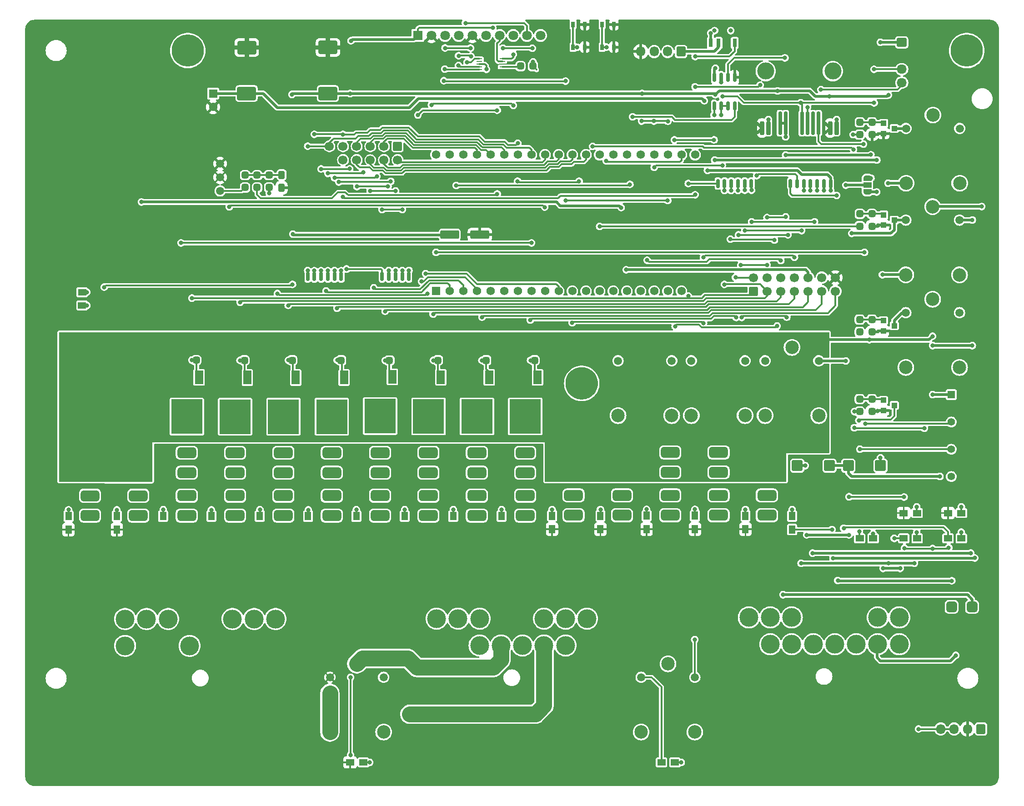
<source format=gbr>
%TF.GenerationSoftware,KiCad,Pcbnew,8.0.8*%
%TF.CreationDate,2025-02-05T20:28:33+09:00*%
%TF.ProjectId,Marre-BASE_V1.0,4d617272-652d-4424-9153-455f56312e30,rev?*%
%TF.SameCoordinates,Original*%
%TF.FileFunction,Copper,L1,Top*%
%TF.FilePolarity,Positive*%
%FSLAX46Y46*%
G04 Gerber Fmt 4.6, Leading zero omitted, Abs format (unit mm)*
G04 Created by KiCad (PCBNEW 8.0.8) date 2025-02-05 20:28:33*
%MOMM*%
%LPD*%
G01*
G04 APERTURE LIST*
G04 Aperture macros list*
%AMRoundRect*
0 Rectangle with rounded corners*
0 $1 Rounding radius*
0 $2 $3 $4 $5 $6 $7 $8 $9 X,Y pos of 4 corners*
0 Add a 4 corners polygon primitive as box body*
4,1,4,$2,$3,$4,$5,$6,$7,$8,$9,$2,$3,0*
0 Add four circle primitives for the rounded corners*
1,1,$1+$1,$2,$3*
1,1,$1+$1,$4,$5*
1,1,$1+$1,$6,$7*
1,1,$1+$1,$8,$9*
0 Add four rect primitives between the rounded corners*
20,1,$1+$1,$2,$3,$4,$5,0*
20,1,$1+$1,$4,$5,$6,$7,0*
20,1,$1+$1,$6,$7,$8,$9,0*
20,1,$1+$1,$8,$9,$2,$3,0*%
%AMFreePoly0*
4,1,19,0.550000,-0.750000,0.000000,-0.750000,0.000000,-0.744911,-0.071157,-0.744911,-0.207708,-0.704816,-0.327430,-0.627875,-0.420627,-0.520320,-0.479746,-0.390866,-0.500000,-0.250000,-0.500000,0.250000,-0.479746,0.390866,-0.420627,0.520320,-0.327430,0.627875,-0.207708,0.704816,-0.071157,0.744911,0.000000,0.744911,0.000000,0.750000,0.550000,0.750000,0.550000,-0.750000,0.550000,-0.750000,
$1*%
%AMFreePoly1*
4,1,19,0.000000,0.744911,0.071157,0.744911,0.207708,0.704816,0.327430,0.627875,0.420627,0.520320,0.479746,0.390866,0.500000,0.250000,0.500000,-0.250000,0.479746,-0.390866,0.420627,-0.520320,0.327430,-0.627875,0.207708,-0.704816,0.071157,-0.744911,0.000000,-0.744911,0.000000,-0.750000,-0.550000,-0.750000,-0.550000,0.750000,0.000000,0.750000,0.000000,0.744911,0.000000,0.744911,
$1*%
G04 Aperture macros list end*
%TA.AperFunction,SMDPad,CuDef*%
%ADD10R,1.100000X1.000000*%
%TD*%
%TA.AperFunction,SMDPad,CuDef*%
%ADD11R,1.250000X1.500000*%
%TD*%
%TA.AperFunction,ComponentPad*%
%ADD12RoundRect,0.500000X-1.250000X-0.500000X1.250000X-0.500000X1.250000X0.500000X-1.250000X0.500000X0*%
%TD*%
%TA.AperFunction,WasherPad*%
%ADD13C,0.800000*%
%TD*%
%TA.AperFunction,SMDPad,CuDef*%
%ADD14R,0.800000X1.600000*%
%TD*%
%TA.AperFunction,SMDPad,CuDef*%
%ADD15R,1.200000X1.000000*%
%TD*%
%TA.AperFunction,ComponentPad*%
%ADD16C,1.500000*%
%TD*%
%TA.AperFunction,SMDPad,CuDef*%
%ADD17RoundRect,0.163800X0.136200X-0.711200X0.136200X0.711200X-0.136200X0.711200X-0.136200X-0.711200X0*%
%TD*%
%TA.AperFunction,SMDPad,CuDef*%
%ADD18RoundRect,0.325000X0.325000X0.325000X-0.325000X0.325000X-0.325000X-0.325000X0.325000X-0.325000X0*%
%TD*%
%TA.AperFunction,SMDPad,CuDef*%
%ADD19RoundRect,0.325000X-0.325000X0.325000X-0.325000X-0.325000X0.325000X-0.325000X0.325000X0.325000X0*%
%TD*%
%TA.AperFunction,SMDPad,CuDef*%
%ADD20R,5.800000X6.400000*%
%TD*%
%TA.AperFunction,SMDPad,CuDef*%
%ADD21R,1.500000X2.500000*%
%TD*%
%TA.AperFunction,SMDPad,CuDef*%
%ADD22R,2.000000X3.000000*%
%TD*%
%TA.AperFunction,SMDPad,CuDef*%
%ADD23RoundRect,0.312500X0.312500X-0.437500X0.312500X0.437500X-0.312500X0.437500X-0.312500X-0.437500X0*%
%TD*%
%TA.AperFunction,SMDPad,CuDef*%
%ADD24RoundRect,0.312500X-0.312500X0.437500X-0.312500X-0.437500X0.312500X-0.437500X0.312500X0.437500X0*%
%TD*%
%TA.AperFunction,ComponentPad*%
%ADD25C,2.500000*%
%TD*%
%TA.AperFunction,SMDPad,CuDef*%
%ADD26R,0.700000X1.100000*%
%TD*%
%TA.AperFunction,SMDPad,CuDef*%
%ADD27RoundRect,0.150000X0.150000X0.700000X-0.150000X0.700000X-0.150000X-0.700000X0.150000X-0.700000X0*%
%TD*%
%TA.AperFunction,SMDPad,CuDef*%
%ADD28RoundRect,0.250000X0.250000X1.100000X-0.250000X1.100000X-0.250000X-1.100000X0.250000X-1.100000X0*%
%TD*%
%TA.AperFunction,SMDPad,CuDef*%
%ADD29R,1.500000X1.250000*%
%TD*%
%TA.AperFunction,ComponentPad*%
%ADD30C,3.500000*%
%TD*%
%TA.AperFunction,ComponentPad*%
%ADD31C,6.000000*%
%TD*%
%TA.AperFunction,SMDPad,CuDef*%
%ADD32RoundRect,0.150000X-0.150000X-0.700000X0.150000X-0.700000X0.150000X0.700000X-0.150000X0.700000X0*%
%TD*%
%TA.AperFunction,SMDPad,CuDef*%
%ADD33RoundRect,0.250000X-0.250000X-1.100000X0.250000X-1.100000X0.250000X1.100000X-0.250000X1.100000X0*%
%TD*%
%TA.AperFunction,ComponentPad*%
%ADD34RoundRect,0.250000X-0.600000X0.600000X-0.600000X-0.600000X0.600000X-0.600000X0.600000X0.600000X0*%
%TD*%
%TA.AperFunction,ComponentPad*%
%ADD35C,1.700000*%
%TD*%
%TA.AperFunction,SMDPad,CuDef*%
%ADD36RoundRect,0.325000X-0.325000X-0.325000X0.325000X-0.325000X0.325000X0.325000X-0.325000X0.325000X0*%
%TD*%
%TA.AperFunction,ComponentPad*%
%ADD37RoundRect,0.249900X-0.675100X0.600100X-0.675100X-0.600100X0.675100X-0.600100X0.675100X0.600100X0*%
%TD*%
%TA.AperFunction,ComponentPad*%
%ADD38O,1.850000X1.700000*%
%TD*%
%TA.AperFunction,SMDPad,CuDef*%
%ADD39RoundRect,0.325000X0.325000X-0.325000X0.325000X0.325000X-0.325000X0.325000X-0.325000X-0.325000X0*%
%TD*%
%TA.AperFunction,ComponentPad*%
%ADD40RoundRect,0.250000X0.600000X-0.600000X0.600000X0.600000X-0.600000X0.600000X-0.600000X-0.600000X0*%
%TD*%
%TA.AperFunction,ComponentPad*%
%ADD41C,4.500000*%
%TD*%
%TA.AperFunction,ComponentPad*%
%ADD42C,13.500000*%
%TD*%
%TA.AperFunction,SMDPad,CuDef*%
%ADD43R,1.100000X0.250000*%
%TD*%
%TA.AperFunction,SMDPad,CuDef*%
%ADD44RoundRect,0.300000X-1.450000X-0.950000X1.450000X-0.950000X1.450000X0.950000X-1.450000X0.950000X0*%
%TD*%
%TA.AperFunction,ComponentPad*%
%ADD45R,1.400000X1.400000*%
%TD*%
%TA.AperFunction,ComponentPad*%
%ADD46C,1.400000*%
%TD*%
%TA.AperFunction,ComponentPad*%
%ADD47RoundRect,0.249900X0.600100X0.675100X-0.600100X0.675100X-0.600100X-0.675100X0.600100X-0.675100X0*%
%TD*%
%TA.AperFunction,ComponentPad*%
%ADD48O,1.700000X1.850000*%
%TD*%
%TA.AperFunction,ComponentPad*%
%ADD49C,1.800000*%
%TD*%
%TA.AperFunction,ComponentPad*%
%ADD50R,1.800000X1.800000*%
%TD*%
%TA.AperFunction,SMDPad,CuDef*%
%ADD51RoundRect,0.250000X-0.750000X-0.750000X0.750000X-0.750000X0.750000X0.750000X-0.750000X0.750000X0*%
%TD*%
%TA.AperFunction,ComponentPad*%
%ADD52R,1.600000X1.600000*%
%TD*%
%TA.AperFunction,ComponentPad*%
%ADD53C,1.600000*%
%TD*%
%TA.AperFunction,WasherPad*%
%ADD54C,3.170000*%
%TD*%
%TA.AperFunction,SMDPad,CuDef*%
%ADD55RoundRect,0.175000X0.175000X2.000000X-0.175000X2.000000X-0.175000X-2.000000X0.175000X-2.000000X0*%
%TD*%
%TA.AperFunction,SMDPad,CuDef*%
%ADD56RoundRect,0.200000X0.200000X1.075000X-0.200000X1.075000X-0.200000X-1.075000X0.200000X-1.075000X0*%
%TD*%
%TA.AperFunction,SMDPad,CuDef*%
%ADD57RoundRect,0.217842X0.832158X1.632158X-0.832158X1.632158X-0.832158X-1.632158X0.832158X-1.632158X0*%
%TD*%
%TA.AperFunction,ComponentPad*%
%ADD58RoundRect,0.500000X-0.500000X-0.500000X0.500000X-0.500000X0.500000X0.500000X-0.500000X0.500000X0*%
%TD*%
%TA.AperFunction,SMDPad,CuDef*%
%ADD59RoundRect,0.250000X-1.500000X-0.550000X1.500000X-0.550000X1.500000X0.550000X-1.500000X0.550000X0*%
%TD*%
%TA.AperFunction,SMDPad,CuDef*%
%ADD60FreePoly0,90.000000*%
%TD*%
%TA.AperFunction,SMDPad,CuDef*%
%ADD61R,1.500000X1.000000*%
%TD*%
%TA.AperFunction,SMDPad,CuDef*%
%ADD62FreePoly1,90.000000*%
%TD*%
%TA.AperFunction,ComponentPad*%
%ADD63R,1.560000X1.560000*%
%TD*%
%TA.AperFunction,ComponentPad*%
%ADD64C,1.560000*%
%TD*%
%TA.AperFunction,ViaPad*%
%ADD65C,0.800000*%
%TD*%
%TA.AperFunction,Conductor*%
%ADD66C,0.200000*%
%TD*%
%TA.AperFunction,Conductor*%
%ADD67C,0.300000*%
%TD*%
%TA.AperFunction,Conductor*%
%ADD68C,0.500000*%
%TD*%
%TA.AperFunction,Conductor*%
%ADD69C,3.000000*%
%TD*%
%TA.AperFunction,Conductor*%
%ADD70C,0.400000*%
%TD*%
G04 APERTURE END LIST*
D10*
%TO.P,Q22,1,B*%
%TO.N,Net-(Q22-B)*%
X278030000Y-112765000D03*
%TO.P,Q22,2,E*%
%TO.N,GNDPWR*%
X278030000Y-114665000D03*
%TO.P,Q22,3,C*%
%TO.N,Net-(D35-A)*%
X280030000Y-113715000D03*
%TD*%
D11*
%TO.P,D6,1,K*%
%TO.N,GNDPWR*%
X170890000Y-151675000D03*
%TO.P,D6,2,A*%
%TO.N,Net-(D6-A)*%
X170890000Y-149175000D03*
%TD*%
D12*
%TO.P,F1,1*%
%TO.N,Net-(Q1-Drain)*%
X148297000Y-137375000D03*
X148297000Y-141075000D03*
%TO.P,F1,2*%
%TO.N,/OUT-1 +*%
X148297000Y-145375000D03*
X148297000Y-149075000D03*
%TD*%
D13*
%TO.P,SW3,*%
%TO.N,*%
X246580000Y-58745000D03*
X249580000Y-58745000D03*
D14*
%TO.P,SW3,1,A*%
%TO.N,+3.3V*%
X250330000Y-61045000D03*
%TO.P,SW3,2,B*%
%TO.N,Net-(J10-Pin_1)*%
X247330000Y-61045000D03*
%TO.P,SW3,3,C*%
%TO.N,+5V*%
X245880000Y-61045000D03*
D15*
%TO.P,SW3,4,C*%
%TO.N,GNDPWR*%
X244180000Y-57645000D03*
X244180000Y-59845000D03*
X251980000Y-57645000D03*
X251980000Y-59845000D03*
%TD*%
D11*
%TO.P,D37,1,K*%
%TO.N,GNDPWR*%
X252340000Y-151605000D03*
%TO.P,D37,2,A*%
%TO.N,Net-(D37-A)*%
X252340000Y-149105000D03*
%TD*%
%TO.P,D1,1,K*%
%TO.N,INVERTER*%
X261030000Y-151675000D03*
%TO.P,D1,2,A*%
%TO.N,Net-(D1-A)*%
X261030000Y-149175000D03*
%TD*%
D12*
%TO.P,F7,1*%
%TO.N,Net-(Q18-Drain)*%
X202313000Y-137375000D03*
X202313000Y-141075000D03*
%TO.P,F7,2*%
%TO.N,/OUT-7 +*%
X202313000Y-145375000D03*
X202313000Y-149075000D03*
%TD*%
D16*
%TO.P,AUX_BT1,1,1*%
%TO.N,GNDPWR*%
X154510000Y-83525000D03*
%TO.P,AUX_BT1,2,2*%
X154510000Y-86065000D03*
%TO.P,AUX_BT1,3,3*%
%TO.N,Net-(AUX_BT1-Pad3)*%
X154510000Y-88605000D03*
%TD*%
D12*
%TO.P,F2,1*%
%TO.N,Net-(Q3-Drain)*%
X157297000Y-137375000D03*
X157297000Y-141075000D03*
%TO.P,F2,2*%
%TO.N,/OUT-2 +*%
X157297000Y-145375000D03*
X157297000Y-149075000D03*
%TD*%
D17*
%TO.P,U2,1,RO*%
%TO.N,RO*%
X246515000Y-72782000D03*
%TO.P,U2,2,~{RE}*%
%TO.N,ENABLE*%
X247785000Y-72782000D03*
%TO.P,U2,3,DE*%
X249055000Y-72782000D03*
%TO.P,U2,4,DI*%
%TO.N,DI*%
X250325000Y-72782000D03*
%TO.P,U2,5,GND*%
%TO.N,GNDPWR*%
X250325000Y-67448000D03*
%TO.P,U2,6,A*%
%TO.N,/485-A*%
X249055000Y-67448000D03*
%TO.P,U2,7,B*%
%TO.N,/485-B*%
X247785000Y-67448000D03*
%TO.P,U2,8,VCC*%
%TO.N,+5V*%
X246515000Y-67448000D03*
%TD*%
D18*
%TO.P,R41,1*%
%TO.N,+5V*%
X212755000Y-65350000D03*
%TO.P,R41,2*%
%TO.N,Net-(U5-ALERT{slash}RDY)*%
X210455000Y-65350000D03*
%TD*%
D19*
%TO.P,R4,1*%
%TO.N,Net-(Q14-B)*%
X273630000Y-75815000D03*
%TO.P,R4,2*%
%TO.N,PU UP*%
X273630000Y-78115000D03*
%TD*%
D12*
%TO.P,F9,1*%
%TO.N,Net-(F9-Pad1)*%
X238330000Y-137315000D03*
X238330000Y-141015000D03*
%TO.P,F9,2*%
%TO.N,/TV +*%
X238330000Y-145315000D03*
X238330000Y-149015000D03*
%TD*%
D20*
%TO.P,Q29,D,Drain*%
%TO.N,Net-(Q29-Drain)*%
X193317000Y-130611000D03*
D21*
%TO.P,Q29,G,Gate*%
%TO.N,Net-(J12-Pin_7)*%
X195603000Y-123304000D03*
D22*
%TO.P,Q29,S,Source*%
%TO.N,+12P*%
X191037000Y-123304000D03*
%TD*%
D23*
%TO.P,C13,1*%
%TO.N,+12P*%
X131680000Y-115775000D03*
%TO.P,C13,2*%
%TO.N,GNDPWR*%
X131680000Y-113375000D03*
%TD*%
D24*
%TO.P,C20,1*%
%TO.N,Net-(C20-Pad1)*%
X165960000Y-85610000D03*
%TO.P,C20,2*%
%TO.N,GNDPWR*%
X165960000Y-88010000D03*
%TD*%
D25*
%TO.P,K2,1*%
%TO.N,unconnected-(K2-Pad1)*%
X265990000Y-130445000D03*
D16*
%TO.P,K2,2*%
%TO.N,INVERTER*%
X255990000Y-120245000D03*
%TO.P,K2,6*%
%TO.N,+VDC*%
X265990000Y-120245000D03*
D25*
%TO.P,K2,7*%
%TO.N,Net-(J1-Pin_1)*%
X260990000Y-117745000D03*
%TO.P,K2,14*%
%TO.N,Net-(J1-Pin_2)*%
X255990000Y-130445000D03*
%TD*%
D26*
%TO.P,SW6,1,1*%
%TO.N,IO_0*%
X220230000Y-57625000D03*
X220230000Y-61825000D03*
%TO.P,SW6,2,2*%
%TO.N,GNDPWR*%
X222430000Y-57625000D03*
X222430000Y-61825000D03*
%TD*%
D11*
%TO.P,D42,1,K*%
%TO.N,GNDPWR*%
X135290000Y-151675000D03*
%TO.P,D42,2,A*%
%TO.N,Net-(D42-A)*%
X135290000Y-149175000D03*
%TD*%
D25*
%TO.P,K6,1*%
%TO.N,unconnected-(K6-Pad1)*%
X292190000Y-104235000D03*
D16*
%TO.P,K6,2*%
%TO.N,SW-DOWN*%
X282190000Y-94035000D03*
%TO.P,K6,6*%
%TO.N,Net-(D33-K)*%
X292190000Y-94035000D03*
D25*
%TO.P,K6,7*%
%TO.N,LIFT-COM*%
X287190000Y-91535000D03*
%TO.P,K6,14*%
%TO.N,LIFT-DOWN*%
X282190000Y-104235000D03*
%TD*%
D20*
%TO.P,Q1,D,Drain*%
%TO.N,Net-(Q1-Drain)*%
X148307000Y-130631000D03*
D21*
%TO.P,Q1,G,Gate*%
%TO.N,Net-(J12-Pin_2)*%
X150593000Y-123324000D03*
D22*
%TO.P,Q1,S,Source*%
%TO.N,+12P*%
X146027000Y-123324000D03*
%TD*%
D27*
%TO.P,J8,1,Pin_1*%
%TO.N,ST-7789V-TP_TRST*%
X189670000Y-104535000D03*
%TO.P,J8,2,Pin_2*%
%TO.N,ST-7789V-TP_SCL*%
X188420000Y-104535000D03*
%TO.P,J8,3,Pin_3*%
%TO.N,ST-7789V-CS*%
X187170000Y-104535000D03*
%TO.P,J8,4,Pin_4*%
%TO.N,ST-7789V-SDA*%
X185920000Y-104535000D03*
%TO.P,J8,5,Pin_5*%
%TO.N,+3.3V*%
X184670000Y-104535000D03*
%TO.P,J8,6,Pin_6*%
%TO.N,GNDPWR*%
X183420000Y-104535000D03*
D28*
%TO.P,J8,MP,Pin_7*%
X191520000Y-101335000D03*
X181570000Y-101335000D03*
%TD*%
D12*
%TO.P,F15,1*%
%TO.N,+12P*%
X139290000Y-137385000D03*
X139290000Y-141085000D03*
%TO.P,F15,2*%
%TO.N,PUMP-IN*%
X139290000Y-145385000D03*
X139290000Y-149085000D03*
%TD*%
D19*
%TO.P,R58,1*%
%TO.N,Net-(Q14-B)*%
X275900000Y-75815000D03*
%TO.P,R58,2*%
%TO.N,GNDPWR*%
X275900000Y-78115000D03*
%TD*%
D12*
%TO.P,F12,1*%
%TO.N,+12P*%
X220330000Y-137315000D03*
X220330000Y-141015000D03*
%TO.P,F12,2*%
%TO.N,Cigar 1*%
X220330000Y-145315000D03*
X220330000Y-149015000D03*
%TD*%
D11*
%TO.P,D39,1,K*%
%TO.N,GNDPWR*%
X216330000Y-151605000D03*
%TO.P,D39,2,A*%
%TO.N,Net-(D39-A)*%
X216330000Y-149105000D03*
%TD*%
D29*
%TO.P,D30,1,K*%
%TO.N,SW-DOWN*%
X290040000Y-153315000D03*
%TO.P,D30,2,A*%
%TO.N,Net-(D30-A)*%
X292540000Y-153315000D03*
%TD*%
D30*
%TO.P,CON_2,1,Pin_1*%
%TO.N,GNDPWR*%
X222830000Y-173265000D03*
%TO.P,CON_2,2,Pin_2*%
%TO.N,/TV +*%
X222830000Y-168265000D03*
%TO.P,CON_2,3,Pin_3*%
%TO.N,SEAT-COIL-DIODE*%
X218830000Y-173265000D03*
%TO.P,CON_2,4,Pin_4*%
%TO.N,Cigar 2*%
X218830000Y-168265000D03*
%TO.P,CON_2,5,Pin_5*%
%TO.N,SEAT-COIL-PLUS*%
X214830000Y-173265000D03*
%TO.P,CON_2,6,Pin_6*%
%TO.N,Cigar 1*%
X214830000Y-168265000D03*
%TO.P,CON_2,7,Pin_7*%
%TO.N,PUMP-OUT 1*%
X210830000Y-173265000D03*
%TO.P,CON_2,8,Pin_8*%
X206830000Y-173265000D03*
%TO.P,CON_2,9,Pin_9*%
%TO.N,PUMP-IN*%
X202830000Y-173265000D03*
%TO.P,CON_2,10,Pin_10*%
%TO.N,PUMP-COIL*%
X202830000Y-168265000D03*
%TO.P,CON_2,11,Pin_11*%
%TO.N,GNDPWR*%
X198830000Y-173265000D03*
%TO.P,CON_2,12,Pin_12*%
%TO.N,/OUT-8 +*%
X198830000Y-168265000D03*
%TO.P,CON_2,13,Pin_13*%
%TO.N,GNDPWR*%
X194830000Y-173265000D03*
%TO.P,CON_2,14,Pin_14*%
%TO.N,/OUT-7 +*%
X194830000Y-168265000D03*
%TD*%
D31*
%TO.P,H4,1*%
%TO.N,N/C*%
X148495000Y-62455000D03*
%TD*%
D32*
%TO.P,J13,1,Pin_1*%
%TO.N,Net-(J13-Pin_1)*%
X260690000Y-87215000D03*
%TO.P,J13,2,Pin_2*%
%TO.N,Net-(J13-Pin_2)*%
X261940000Y-87215000D03*
%TO.P,J13,3,Pin_3*%
%TO.N,INVERTER*%
X263190000Y-87215000D03*
%TO.P,J13,4,Pin_4*%
%TO.N,TV*%
X264440000Y-87215000D03*
%TO.P,J13,5,Pin_5*%
%TO.N,FRIGE*%
X265690000Y-87215000D03*
%TO.P,J13,6,Pin_6*%
%TO.N,MA-AUTO-OUT*%
X266940000Y-87215000D03*
%TO.P,J13,7,Pin_7*%
%TO.N,MA-AUTO-IN*%
X268190000Y-87215000D03*
%TO.P,J13,8,Pin_8*%
%TO.N,GNDPWR*%
X269440000Y-87215000D03*
D33*
%TO.P,J13,MP,Pin_9*%
X258840000Y-90415000D03*
X271290000Y-90415000D03*
%TD*%
D34*
%TO.P,J22,A1,Pin_1*%
%TO.N,Net-(J22-Pin_1)*%
X187560000Y-80292500D03*
D35*
%TO.P,J22,A2,Pin_2*%
%TO.N,ST-7789V-TP_SDA*%
X185020000Y-80292500D03*
%TO.P,J22,A3,Pin_3*%
%TO.N,ST-7789V-D{slash}C*%
X182480000Y-80292500D03*
%TO.P,J22,A4,Pin_4*%
%TO.N,ST-7789V-SCL*%
X179940000Y-80292500D03*
%TO.P,J22,A5,Pin_5*%
%TO.N,ST-7789V-RESET*%
X177400000Y-80292500D03*
%TO.P,J22,A6,Pin_6*%
%TO.N,ST-7789V-TP_TINT*%
X174860000Y-80292500D03*
%TO.P,J22,B1,Pin_7*%
%TO.N,ST-7789V-TP_TRST*%
X187560000Y-82832500D03*
%TO.P,J22,B2,Pin_8*%
%TO.N,ST-7789V-TP_SCL*%
X185020000Y-82832500D03*
%TO.P,J22,B3,Pin_9*%
%TO.N,ST-7789V-CS*%
X182480000Y-82832500D03*
%TO.P,J22,B4,Pin_10*%
%TO.N,ST-7789V-SDA*%
X179940000Y-82832500D03*
%TO.P,J22,B5,Pin_11*%
%TO.N,+3.3V*%
X177400000Y-82832500D03*
%TO.P,J22,B6,Pin_12*%
%TO.N,GNDPWR*%
X174860000Y-82832500D03*
%TD*%
D10*
%TO.P,Q23,1,B*%
%TO.N,Net-(Q23-B)*%
X278030000Y-127590000D03*
%TO.P,Q23,2,E*%
%TO.N,GNDPWR*%
X278030000Y-129490000D03*
%TO.P,Q23,3,C*%
%TO.N,Net-(D43-A)*%
X280030000Y-128540000D03*
%TD*%
D19*
%TO.P,R64,1*%
%TO.N,Net-(Q22-B)*%
X273610000Y-112565000D03*
%TO.P,R64,2*%
%TO.N,/ACC*%
X273610000Y-114865000D03*
%TD*%
D25*
%TO.P,K5,1*%
%TO.N,unconnected-(K5-Pad1)*%
X252260000Y-130445000D03*
D16*
%TO.P,K5,2*%
%TO.N,FRIGE*%
X242260000Y-120245000D03*
%TO.P,K5,6*%
%TO.N,+VDC*%
X252260000Y-120245000D03*
D25*
%TO.P,K5,7*%
%TO.N,+12P*%
X247260000Y-117745000D03*
%TO.P,K5,14*%
%TO.N,Net-(F10-Pad1)*%
X242260000Y-130445000D03*
%TD*%
D23*
%TO.P,C9,1*%
%TO.N,+12P*%
X139930000Y-115775000D03*
%TO.P,C9,2*%
%TO.N,GNDPWR*%
X139930000Y-113375000D03*
%TD*%
D25*
%TO.P,K10,1*%
%TO.N,unconnected-(K10-Pad1)*%
X184960000Y-189385000D03*
D16*
%TO.P,K10,2*%
%TO.N,GNDPWR*%
X174960000Y-179185000D03*
%TO.P,K10,6*%
%TO.N,PUMP-COIL*%
X184960000Y-179185000D03*
D25*
%TO.P,K10,7*%
%TO.N,PUMP-OUT 1*%
X179960000Y-176685000D03*
%TO.P,K10,14*%
%TO.N,PUMP-IN*%
X174960000Y-189385000D03*
%TD*%
D20*
%TO.P,Q5,D,Drain*%
%TO.N,Net-(Q5-Drain)*%
X166307000Y-130661000D03*
D21*
%TO.P,Q5,G,Gate*%
%TO.N,Net-(J12-Pin_4)*%
X168593000Y-123354000D03*
D22*
%TO.P,Q5,S,Source*%
%TO.N,+12P*%
X164027000Y-123354000D03*
%TD*%
D29*
%TO.P,D31,1,K*%
%TO.N,GNDPWR*%
X290040000Y-148595000D03*
%TO.P,D31,2,A*%
%TO.N,Net-(D31-A)*%
X292540000Y-148595000D03*
%TD*%
D31*
%TO.P,H8,1*%
%TO.N,N/C*%
X293545000Y-62455000D03*
%TD*%
D19*
%TO.P,R74,1*%
%TO.N,Net-(C20-Pad1)*%
X163660000Y-85660000D03*
%TO.P,R74,2*%
%TO.N,+12P*%
X163660000Y-87960000D03*
%TD*%
D11*
%TO.P,D41,1,K*%
%TO.N,GNDPWR*%
X126290000Y-151675000D03*
%TO.P,D41,2,A*%
%TO.N,Net-(D41-A)*%
X126290000Y-149175000D03*
%TD*%
D36*
%TO.P,R65,1*%
%TO.N,+12P*%
X183737000Y-120175000D03*
%TO.P,R65,2*%
%TO.N,Net-(J12-Pin_6)*%
X186037000Y-120175000D03*
%TD*%
D19*
%TO.P,R42,1*%
%TO.N,Net-(Q23-B)*%
X275880000Y-127390000D03*
%TO.P,R42,2*%
%TO.N,GNDPWR*%
X275880000Y-129690000D03*
%TD*%
D12*
%TO.P,F4,1*%
%TO.N,Net-(Q7-Drain)*%
X175297000Y-137375000D03*
X175297000Y-141075000D03*
%TO.P,F4,2*%
%TO.N,/OUT-4 +*%
X175297000Y-145375000D03*
X175297000Y-149075000D03*
%TD*%
D30*
%TO.P,CON_3,1,Pin_1*%
%TO.N,LIFT-UP*%
X280960000Y-173040000D03*
%TO.P,CON_3,2,Pin_2*%
%TO.N,LIFT-DOWN*%
X280960000Y-168040000D03*
%TO.P,CON_3,3,Pin_3*%
%TO.N,LIFT-COM*%
X276960000Y-173040000D03*
%TO.P,CON_3,4,Pin_4*%
%TO.N,SW-UP*%
X276960000Y-168040000D03*
%TO.P,CON_3,5,Pin_5*%
%TO.N,SW-DOWN*%
X272960000Y-173040000D03*
%TO.P,CON_3,6,Pin_6*%
%TO.N,GNDPWR*%
X272960000Y-168040000D03*
%TO.P,CON_3,7,Pin_7*%
%TO.N,/BUNKER 2*%
X268960000Y-173040000D03*
%TO.P,CON_3,8,Pin_8*%
%TO.N,/BUNKER 1*%
X264960000Y-173040000D03*
%TO.P,CON_3,9,Pin_9*%
%TO.N,/ACC*%
X260960000Y-173040000D03*
%TO.P,CON_3,10,Pin_10*%
%TO.N,unconnected-(CON_3-Pin_10-Pad10)*%
X260960000Y-168040000D03*
%TO.P,CON_3,11,Pin_11*%
%TO.N,SEAT-OUT*%
X256960000Y-173040000D03*
%TO.P,CON_3,12,Pin_12*%
%TO.N,Heater*%
X256960000Y-168040000D03*
%TO.P,CON_3,13,Pin_13*%
%TO.N,GNDPWR*%
X252960000Y-173040000D03*
%TO.P,CON_3,14,Pin_14*%
%TO.N,/FRIGE +*%
X252960000Y-168040000D03*
%TD*%
D19*
%TO.P,R59,1*%
%TO.N,Net-(Q21-B)*%
X275890000Y-92880000D03*
%TO.P,R59,2*%
%TO.N,GNDPWR*%
X275890000Y-95180000D03*
%TD*%
D12*
%TO.P,F13,1*%
%TO.N,+12P*%
X229330000Y-137315000D03*
X229330000Y-141015000D03*
%TO.P,F13,2*%
%TO.N,Cigar 2*%
X229330000Y-145315000D03*
X229330000Y-149015000D03*
%TD*%
%TO.P,F5,1*%
%TO.N,Net-(Q27-Drain)*%
X184287000Y-137375000D03*
X184287000Y-141075000D03*
%TO.P,F5,2*%
%TO.N,/OUT-5 +*%
X184287000Y-145375000D03*
X184287000Y-149075000D03*
%TD*%
D29*
%TO.P,D32,1,K*%
%TO.N,GNDPWR*%
X281800000Y-148595000D03*
%TO.P,D32,2,A*%
%TO.N,Net-(D32-A)*%
X284300000Y-148595000D03*
%TD*%
D37*
%TO.P,J9,1,Pin_1*%
%TO.N,+12P*%
X281435000Y-60940000D03*
D38*
%TO.P,J9,2,Pin_2*%
%TO.N,GNDPWR*%
X281435000Y-63440000D03*
%TO.P,J9,3,Pin_3*%
%TO.N,/485-B*%
X281435000Y-65940000D03*
%TO.P,J9,4,Pin_4*%
%TO.N,/485-A*%
X281435000Y-68440000D03*
%TD*%
D39*
%TO.P,R79,1*%
%TO.N,AUX-V*%
X161400000Y-87965000D03*
%TO.P,R79,2*%
%TO.N,Net-(C20-Pad1)*%
X161400000Y-85665000D03*
%TD*%
D11*
%TO.P,D5,1,K*%
%TO.N,GNDPWR*%
X161890000Y-151675000D03*
%TO.P,D5,2,A*%
%TO.N,Net-(D5-A)*%
X161890000Y-149175000D03*
%TD*%
D27*
%TO.P,J3,1,Pin_2*%
%TO.N,Net-(J22-Pin_1)*%
X177070000Y-104555000D03*
%TO.P,J3,2,Pin_3*%
%TO.N,ST-7789V-TP_SDA*%
X175820000Y-104555000D03*
%TO.P,J3,3,Pin_4*%
%TO.N,ST-7789V-D{slash}C*%
X174570000Y-104555000D03*
%TO.P,J3,4,Pin_5*%
%TO.N,ST-7789V-SCL*%
X173320000Y-104555000D03*
%TO.P,J3,5,Pin_6*%
%TO.N,ST-7789V-RESET*%
X172070000Y-104555000D03*
%TO.P,J3,6,Pin_7*%
%TO.N,ST-7789V-TP_TINT*%
X170820000Y-104555000D03*
D28*
%TO.P,J3,MP,Pin_1*%
%TO.N,GNDPWR*%
X178920000Y-101355000D03*
X168970000Y-101355000D03*
%TD*%
D20*
%TO.P,Q33,D,Drain*%
%TO.N,Net-(Q33-Drain)*%
X211337000Y-130611000D03*
D21*
%TO.P,Q33,G,Gate*%
%TO.N,Net-(J13-Pin_2)*%
X213623000Y-123304000D03*
D22*
%TO.P,Q33,S,Source*%
%TO.N,+12P*%
X209057000Y-123304000D03*
%TD*%
D40*
%TO.P,J5,A1,Pin_1*%
%TO.N,Net-(J12-Pin_2)*%
X253840000Y-107285000D03*
D35*
%TO.P,J5,A2,Pin_3*%
%TO.N,Net-(J12-Pin_3)*%
X256380000Y-107285000D03*
%TO.P,J5,A3,Pin_5*%
%TO.N,Net-(J12-Pin_4)*%
X258920000Y-107285000D03*
%TO.P,J5,A4,Pin_7*%
%TO.N,Net-(J12-Pin_5)*%
X261460000Y-107285000D03*
%TO.P,J5,A5,Pin_9*%
%TO.N,Net-(J12-Pin_6)*%
X264000000Y-107285000D03*
%TO.P,J5,A6,Pin_11*%
%TO.N,Net-(J12-Pin_7)*%
X266540000Y-107285000D03*
%TO.P,J5,A7,Pin_13*%
%TO.N,Net-(J13-Pin_1)*%
X269080000Y-107285000D03*
%TO.P,J5,B1,Pin_2*%
%TO.N,Net-(J13-Pin_2)*%
X253840000Y-104745000D03*
%TO.P,J5,B2,Pin_4*%
%TO.N,INVERTER*%
X256380000Y-104745000D03*
%TO.P,J5,B3,Pin_6*%
%TO.N,TV*%
X258920000Y-104745000D03*
%TO.P,J5,B4,Pin_8*%
%TO.N,FRIGE*%
X261460000Y-104745000D03*
%TO.P,J5,B5,Pin_10*%
%TO.N,MA-AUTO-OUT*%
X264000000Y-104745000D03*
%TO.P,J5,B6,Pin_12*%
%TO.N,MA-AUTO-IN*%
X266540000Y-104745000D03*
%TO.P,J5,B7,Pin_14*%
%TO.N,GNDPWR*%
X269080000Y-104745000D03*
%TD*%
D41*
%TO.P,J7,1,Pin_1*%
%TO.N,GNDPWR*%
X127300000Y-74805000D03*
X127300000Y-82305000D03*
D42*
X134100000Y-78555000D03*
D41*
X140900000Y-74805000D03*
X140900000Y-82305000D03*
%TD*%
D23*
%TO.P,C11,1*%
%TO.N,+12P*%
X134430000Y-115775000D03*
%TO.P,C11,2*%
%TO.N,GNDPWR*%
X134430000Y-113375000D03*
%TD*%
D43*
%TO.P,U5,1,ADDR*%
%TO.N,GNDPWR*%
X207055000Y-66000000D03*
%TO.P,U5,2,ALERT/RDY*%
%TO.N,Net-(U5-ALERT{slash}RDY)*%
X207055000Y-65500000D03*
%TO.P,U5,3,GND*%
%TO.N,GNDPWR*%
X207055000Y-65000000D03*
%TO.P,U5,4,AIN0*%
%TO.N,AUX-V*%
X207055000Y-64500000D03*
%TO.P,U5,5,AIN1*%
%TO.N,CLEAN*%
X207055000Y-64000000D03*
%TO.P,U5,6,AIN2*%
%TO.N,WASTE*%
X202755000Y-64000000D03*
%TO.P,U5,7,AIN3*%
%TO.N,unconnected-(U5-AIN3-Pad7)*%
X202755000Y-64500000D03*
%TO.P,U5,8,VDD*%
%TO.N,+5V*%
X202755000Y-65000000D03*
%TO.P,U5,9,SDA*%
%TO.N,SDA*%
X202755000Y-65500000D03*
%TO.P,U5,10,SCL*%
%TO.N,SCL*%
X202755000Y-66000000D03*
%TD*%
D31*
%TO.P,H7,1,1*%
%TO.N,GNDPWR*%
X221850000Y-124455000D03*
%TD*%
D26*
%TO.P,SW5,1,1*%
%TO.N,EN*%
X225660000Y-57625000D03*
X225660000Y-61825000D03*
%TO.P,SW5,2,2*%
%TO.N,GNDPWR*%
X227860000Y-57625000D03*
X227860000Y-61825000D03*
%TD*%
D30*
%TO.P,CON_1,1,Pin_1*%
%TO.N,GNDPWR*%
X164830000Y-173335000D03*
%TO.P,CON_1,2,Pin_2*%
%TO.N,/OUT-6 +*%
X164830000Y-168335000D03*
%TO.P,CON_1,3,Pin_3*%
%TO.N,GNDPWR*%
X160830000Y-173335000D03*
%TO.P,CON_1,4,Pin_4*%
%TO.N,/OUT-5 +*%
X160830000Y-168335000D03*
%TO.P,CON_1,5,Pin_5*%
%TO.N,GNDPWR*%
X156830000Y-173335000D03*
%TO.P,CON_1,6,Pin_6*%
%TO.N,/OUT-4 +*%
X156830000Y-168335000D03*
%TO.P,CON_1,7,Pin_7*%
%TO.N,GNDPWR*%
X152830000Y-173335000D03*
%TO.P,CON_1,8,Pin_8*%
%TO.N,/OUT-3 +*%
X148830000Y-173335000D03*
%TO.P,CON_1,9,Pin_9*%
%TO.N,GNDPWR*%
X144830000Y-173335000D03*
%TO.P,CON_1,10,Pin_10*%
%TO.N,/OUT-2 +*%
X144830000Y-168335000D03*
%TO.P,CON_1,11,Pin_11*%
%TO.N,GNDPWR*%
X140830000Y-173335000D03*
%TO.P,CON_1,12,Pin_12*%
%TO.N,/OUT-1 +*%
X140830000Y-168335000D03*
%TO.P,CON_1,13,Pin_13*%
%TO.N,unconnected-(CON_1-Pin_13-Pad13)*%
X136830000Y-173335000D03*
%TO.P,CON_1,14,Pin_14*%
%TO.N,PUMP-IN*%
X136830000Y-168335000D03*
%TD*%
D36*
%TO.P,R66,1*%
%TO.N,+12P*%
X192757000Y-120155000D03*
%TO.P,R66,2*%
%TO.N,Net-(J12-Pin_7)*%
X195057000Y-120155000D03*
%TD*%
%TO.P,R15,1*%
%TO.N,+12P*%
X165652000Y-120155000D03*
%TO.P,R15,2*%
%TO.N,Net-(J12-Pin_4)*%
X167952000Y-120155000D03*
%TD*%
D29*
%TO.P,D11,1,K*%
%TO.N,GNDPWR*%
X126320000Y-107455000D03*
%TO.P,D11,2,A*%
%TO.N,Net-(D11-A)*%
X128820000Y-107455000D03*
%TD*%
D12*
%TO.P,F6,1*%
%TO.N,Net-(Q29-Drain)*%
X193307000Y-137375000D03*
X193307000Y-141075000D03*
%TO.P,F6,2*%
%TO.N,/OUT-6 +*%
X193307000Y-145375000D03*
X193307000Y-149075000D03*
%TD*%
D32*
%TO.P,J12,1,Pin_2*%
%TO.N,Net-(J12-Pin_2)*%
X247190000Y-87215000D03*
%TO.P,J12,2,Pin_3*%
%TO.N,Net-(J12-Pin_3)*%
X248440000Y-87215000D03*
%TO.P,J12,3,Pin_4*%
%TO.N,Net-(J12-Pin_4)*%
X249690000Y-87215000D03*
%TO.P,J12,4,Pin_5*%
%TO.N,Net-(J12-Pin_5)*%
X250940000Y-87215000D03*
%TO.P,J12,5,Pin_6*%
%TO.N,Net-(J12-Pin_6)*%
X252190000Y-87215000D03*
%TO.P,J12,6,Pin_7*%
%TO.N,Net-(J12-Pin_7)*%
X253440000Y-87215000D03*
D33*
%TO.P,J12,MP,Pin_1*%
%TO.N,GNDPWR*%
X245340000Y-90415000D03*
X255290000Y-90415000D03*
%TD*%
D19*
%TO.P,R40,1*%
%TO.N,Net-(Q23-B)*%
X273610000Y-127390000D03*
%TO.P,R40,2*%
%TO.N,HUMAN-SENSOR*%
X273610000Y-129690000D03*
%TD*%
D36*
%TO.P,R9,1*%
%TO.N,+12P*%
X210777000Y-120155000D03*
%TO.P,R9,2*%
%TO.N,Net-(J13-Pin_2)*%
X213077000Y-120155000D03*
%TD*%
%TO.P,R13,1*%
%TO.N,+12P*%
X147777000Y-120125000D03*
%TO.P,R13,2*%
%TO.N,Net-(J12-Pin_2)*%
X150077000Y-120125000D03*
%TD*%
D29*
%TO.P,D46,1,K*%
%TO.N,Net-(D28-A)*%
X236700000Y-195040000D03*
%TO.P,D46,2,A*%
%TO.N,Net-(D46-A)*%
X239200000Y-195040000D03*
%TD*%
D10*
%TO.P,Q21,1,B*%
%TO.N,Net-(Q21-B)*%
X278040000Y-93080000D03*
%TO.P,Q21,2,E*%
%TO.N,GNDPWR*%
X278040000Y-94980000D03*
%TO.P,Q21,3,C*%
%TO.N,SW-DOWN*%
X280040000Y-94030000D03*
%TD*%
D12*
%TO.P,F10,1*%
%TO.N,Net-(F10-Pad1)*%
X247330000Y-137315000D03*
X247330000Y-141015000D03*
%TO.P,F10,2*%
%TO.N,/FRIGE +*%
X247330000Y-145315000D03*
X247330000Y-149015000D03*
%TD*%
D39*
%TO.P,R77,1*%
%TO.N,Net-(AUX_BT1-Pad3)*%
X159160000Y-87965000D03*
%TO.P,R77,2*%
%TO.N,Net-(C20-Pad1)*%
X159160000Y-85665000D03*
%TD*%
D29*
%TO.P,D44,1,K*%
%TO.N,Net-(D43-A)*%
X273600000Y-153315000D03*
%TO.P,D44,2,A*%
%TO.N,Net-(D44-A)*%
X276100000Y-153315000D03*
%TD*%
D36*
%TO.P,R5,1*%
%TO.N,+12P*%
X201757000Y-120155000D03*
%TO.P,R5,2*%
%TO.N,Net-(J13-Pin_1)*%
X204057000Y-120155000D03*
%TD*%
D11*
%TO.P,D19,1,K*%
%TO.N,GNDPWR*%
X179880000Y-151675000D03*
%TO.P,D19,2,A*%
%TO.N,Net-(D19-A)*%
X179880000Y-149175000D03*
%TD*%
D44*
%TO.P,MO4,1,GND*%
%TO.N,GNDPWR*%
X159485000Y-61895000D03*
%TO.P,MO4,2,+12V*%
%TO.N,MA-AUTO-IN*%
X159455000Y-70465000D03*
%TO.P,MO4,3,GND*%
%TO.N,GNDPWR*%
X174585000Y-61875000D03*
%TO.P,MO4,4,+5V*%
%TO.N,+5V*%
X174585000Y-70465000D03*
%TD*%
D19*
%TO.P,R67,1*%
%TO.N,Net-(Q22-B)*%
X275880000Y-112565000D03*
%TO.P,R67,2*%
%TO.N,GNDPWR*%
X275880000Y-114865000D03*
%TD*%
D45*
%TO.P,K1,1*%
%TO.N,Net-(D33-K)*%
X290657500Y-126552500D03*
D46*
%TO.P,K1,3*%
%TO.N,+12P*%
X290657500Y-131632500D03*
%TO.P,K1,5*%
%TO.N,Net-(D43-A)*%
X290657500Y-136712500D03*
%TO.P,K1,7*%
%TO.N,/BUNKER 1*%
X290657500Y-141792500D03*
%TD*%
D11*
%TO.P,D18,1,K*%
%TO.N,GNDPWR*%
X206920000Y-151675000D03*
%TO.P,D18,2,A*%
%TO.N,Net-(D18-A)*%
X206920000Y-149175000D03*
%TD*%
D47*
%TO.P,J10,1,Pin_1*%
%TO.N,Net-(J10-Pin_1)*%
X240335000Y-62650000D03*
D48*
%TO.P,J10,2,Pin_2*%
%TO.N,Net-(J10-Pin_2)*%
X237835000Y-62650000D03*
%TO.P,J10,3,Pin_3*%
%TO.N,Net-(J10-Pin_3)*%
X235335000Y-62650000D03*
%TO.P,J10,4,Pin_4*%
%TO.N,GNDPWR*%
X232835000Y-62650000D03*
%TD*%
D12*
%TO.P,F8,1*%
%TO.N,Net-(Q33-Drain)*%
X211327000Y-137375000D03*
X211327000Y-141075000D03*
%TO.P,F8,2*%
%TO.N,/OUT-8 +*%
X211327000Y-145375000D03*
X211327000Y-149075000D03*
%TD*%
D29*
%TO.P,D27,1,K*%
%TO.N,GNDPWR*%
X126310000Y-109925000D03*
%TO.P,D27,2,A*%
%TO.N,Net-(D27-A)*%
X128810000Y-109925000D03*
%TD*%
D36*
%TO.P,R16,1*%
%TO.N,+12P*%
X174752000Y-120155000D03*
%TO.P,R16,2*%
%TO.N,Net-(J12-Pin_5)*%
X177052000Y-120155000D03*
%TD*%
D49*
%TO.P,MO2,A0,A0*%
%TO.N,AUX-V*%
X206555000Y-59643000D03*
%TO.P,MO2,A1,A1*%
%TO.N,CLEAN*%
X209095000Y-59643000D03*
%TO.P,MO2,A2,A2*%
%TO.N,WASTE*%
X211635000Y-59643000D03*
%TO.P,MO2,A3,A3*%
%TO.N,unconnected-(MO2-PadA3)*%
X214175000Y-59643000D03*
%TO.P,MO2,ADDR,ADDR*%
%TO.N,GNDPWR*%
X201475000Y-59643000D03*
%TO.P,MO2,ALRT,ALRT*%
%TO.N,unconnected-(MO2-PadALRT)*%
X204015000Y-59643000D03*
%TO.P,MO2,GND,GND*%
%TO.N,GNDPWR*%
X193855000Y-59643000D03*
%TO.P,MO2,SCL,SCL*%
%TO.N,SCL*%
X196395000Y-59643000D03*
%TO.P,MO2,SDA,SDA*%
%TO.N,SDA*%
X198935000Y-59643000D03*
D50*
%TO.P,MO2,VDD,VDD*%
%TO.N,+5V*%
X191315000Y-59643000D03*
%TD*%
D51*
%TO.P,SW2,1,1*%
%TO.N,LIFT-COM*%
X271480000Y-139775000D03*
%TO.P,SW2,2,2*%
%TO.N,LIFT-DOWN*%
X277480000Y-139775000D03*
%TD*%
D52*
%TO.P,C5,1*%
%TO.N,MA-AUTO-IN*%
X153200000Y-70465000D03*
D53*
%TO.P,C5,2*%
%TO.N,GNDPWR*%
X153200000Y-72965000D03*
%TD*%
D11*
%TO.P,D4,1,K*%
%TO.N,GNDPWR*%
X152890000Y-151675000D03*
%TO.P,D4,2,A*%
%TO.N,Net-(D4-A)*%
X152890000Y-149175000D03*
%TD*%
D12*
%TO.P,F14,1*%
%TO.N,+12P*%
X130290000Y-137385000D03*
X130290000Y-141085000D03*
%TO.P,F14,2*%
%TO.N,SEAT-COIL-PLUS*%
X130290000Y-145385000D03*
X130290000Y-149085000D03*
%TD*%
D25*
%TO.P,K9,1*%
%TO.N,unconnected-(K9-Pad1)*%
X242910000Y-189385000D03*
D16*
%TO.P,K9,2*%
%TO.N,Net-(D28-A)*%
X232910000Y-179185000D03*
%TO.P,K9,6*%
%TO.N,SEAT-COIL-PLUS*%
X242910000Y-179185000D03*
D25*
%TO.P,K9,7*%
%TO.N,SEAT-OUT*%
X237910000Y-176685000D03*
%TO.P,K9,14*%
%TO.N,SEAT-COIL-PLUS*%
X232910000Y-189385000D03*
%TD*%
D54*
%TO.P,J15,*%
%TO.N,*%
X268600000Y-66295000D03*
X256100000Y-66295000D03*
D55*
%TO.P,J15,1*%
%TO.N,+12P*%
X258780000Y-75985000D03*
%TO.P,J15,2*%
X259800000Y-75985000D03*
%TO.P,J15,3*%
%TO.N,GNDPWR*%
X260820000Y-75985000D03*
%TO.P,J15,4*%
X261840000Y-75985000D03*
%TO.P,J15,5*%
%TO.N,/485-B*%
X262860000Y-75985000D03*
%TO.P,J15,6*%
%TO.N,/485-A*%
X263880000Y-75985000D03*
%TO.P,J15,7*%
%TO.N,unconnected-(J15-Pad7)*%
X264900000Y-75985000D03*
%TO.P,J15,8*%
%TO.N,HUMAN-SENSOR*%
X265920000Y-75985000D03*
D56*
%TO.P,J15,9*%
%TO.N,GNDPWR*%
X255400000Y-76885000D03*
%TO.P,J15,10*%
%TO.N,Net-(J15-Pad10)*%
X256610000Y-76885000D03*
%TO.P,J15,11*%
%TO.N,GNDPWR*%
X268090000Y-76885000D03*
%TO.P,J15,12*%
%TO.N,Net-(J15-Pad12)*%
X269300000Y-76885000D03*
D57*
%TO.P,J15,SH*%
%TO.N,GNDPWR*%
X271580000Y-66545000D03*
X253100000Y-66555000D03*
%TD*%
D11*
%TO.P,D22,1,K*%
%TO.N,GNDPWR*%
X242930000Y-151595000D03*
%TO.P,D22,2,A*%
%TO.N,Net-(D22-A)*%
X242930000Y-149095000D03*
%TD*%
D47*
%TO.P,J2,1,Pin_1*%
%TO.N,+5V*%
X296190000Y-188815000D03*
D48*
%TO.P,J2,2,Pin_2*%
%TO.N,GNDPWR*%
X293690000Y-188815000D03*
%TO.P,J2,3,Pin_3*%
%TO.N,HUMAN-SENSOR*%
X291190000Y-188815000D03*
%TO.P,J2,4,Pin_4*%
X288690000Y-188815000D03*
%TD*%
D11*
%TO.P,D40,1,K*%
%TO.N,GNDPWR*%
X225330000Y-151605000D03*
%TO.P,D40,2,A*%
%TO.N,Net-(D40-A)*%
X225330000Y-149105000D03*
%TD*%
D20*
%TO.P,Q3,D,Drain*%
%TO.N,Net-(Q3-Drain)*%
X157307000Y-130661000D03*
D21*
%TO.P,Q3,G,Gate*%
%TO.N,Net-(J12-Pin_3)*%
X159593000Y-123354000D03*
D22*
%TO.P,Q3,S,Source*%
%TO.N,+12P*%
X155027000Y-123354000D03*
%TD*%
D11*
%TO.P,D16,1,K*%
%TO.N,GNDPWR*%
X233930000Y-151595000D03*
%TO.P,D16,2,A*%
%TO.N,Net-(D16-A)*%
X233930000Y-149095000D03*
%TD*%
D12*
%TO.P,F11,1*%
%TO.N,+12P*%
X256320000Y-137315000D03*
X256320000Y-141015000D03*
%TO.P,F11,2*%
%TO.N,Heater*%
X256320000Y-145315000D03*
X256320000Y-149015000D03*
%TD*%
D36*
%TO.P,R14,1*%
%TO.N,+12P*%
X156752000Y-120155000D03*
%TO.P,R14,2*%
%TO.N,Net-(J12-Pin_3)*%
X159052000Y-120155000D03*
%TD*%
D23*
%TO.P,C7,1*%
%TO.N,+12P*%
X142680000Y-115775000D03*
%TO.P,C7,2*%
%TO.N,GNDPWR*%
X142680000Y-113375000D03*
%TD*%
D58*
%TO.P,J1,1,Pin_1*%
%TO.N,Net-(J1-Pin_1)*%
X290730000Y-166065000D03*
%TO.P,J1,2,Pin_2*%
%TO.N,Net-(J1-Pin_2)*%
X294540000Y-166065000D03*
%TD*%
D19*
%TO.P,R54,1*%
%TO.N,Net-(Q21-B)*%
X273620000Y-92880000D03*
%TO.P,R54,2*%
%TO.N,PU DN*%
X273620000Y-95180000D03*
%TD*%
D10*
%TO.P,Q14,1,B*%
%TO.N,Net-(Q14-B)*%
X278050000Y-76015000D03*
%TO.P,Q14,2,E*%
%TO.N,GNDPWR*%
X278050000Y-77915000D03*
%TO.P,Q14,3,C*%
%TO.N,SW-UP*%
X280050000Y-76965000D03*
%TD*%
D25*
%TO.P,K3,1*%
%TO.N,unconnected-(K3-Pad1)*%
X292230000Y-87170000D03*
D16*
%TO.P,K3,2*%
%TO.N,SW-UP*%
X282230000Y-76970000D03*
%TO.P,K3,6*%
%TO.N,Net-(D33-K)*%
X292230000Y-76970000D03*
D25*
%TO.P,K3,7*%
%TO.N,LIFT-COM*%
X287230000Y-74470000D03*
%TO.P,K3,14*%
%TO.N,LIFT-UP*%
X282230000Y-87170000D03*
%TD*%
D29*
%TO.P,D45,1,K*%
%TO.N,GNDPWR*%
X178710000Y-195040000D03*
%TO.P,D45,2,A*%
%TO.N,Net-(D45-A)*%
X181210000Y-195040000D03*
%TD*%
D12*
%TO.P,F3,1*%
%TO.N,Net-(Q5-Drain)*%
X166297000Y-137375000D03*
X166297000Y-141075000D03*
%TO.P,F3,2*%
%TO.N,/OUT-3 +*%
X166297000Y-145375000D03*
X166297000Y-149075000D03*
%TD*%
D20*
%TO.P,Q27,D,Drain*%
%TO.N,Net-(Q27-Drain)*%
X184297000Y-130531000D03*
D21*
%TO.P,Q27,G,Gate*%
%TO.N,Net-(J12-Pin_6)*%
X186583000Y-123224000D03*
D22*
%TO.P,Q27,S,Source*%
%TO.N,+12P*%
X182017000Y-123224000D03*
%TD*%
D11*
%TO.P,D20,1,K*%
%TO.N,GNDPWR*%
X188890000Y-151675000D03*
%TO.P,D20,2,A*%
%TO.N,Net-(D20-A)*%
X188890000Y-149175000D03*
%TD*%
D25*
%TO.P,K4,1*%
%TO.N,unconnected-(K4-Pad1)*%
X238610000Y-130445000D03*
D16*
%TO.P,K4,2*%
%TO.N,TV*%
X228610000Y-120245000D03*
%TO.P,K4,6*%
%TO.N,+VDC*%
X238610000Y-120245000D03*
D25*
%TO.P,K4,7*%
%TO.N,+12P*%
X233610000Y-117745000D03*
%TO.P,K4,14*%
%TO.N,Net-(F9-Pad1)*%
X228610000Y-130445000D03*
%TD*%
D20*
%TO.P,Q7,D,Drain*%
%TO.N,Net-(Q7-Drain)*%
X175307000Y-130661000D03*
D21*
%TO.P,Q7,G,Gate*%
%TO.N,Net-(J12-Pin_5)*%
X177593000Y-123354000D03*
D22*
%TO.P,Q7,S,Source*%
%TO.N,+12P*%
X173027000Y-123354000D03*
%TD*%
D59*
%TO.P,C2,1*%
%TO.N,+5V*%
X197260000Y-96755000D03*
%TO.P,C2,2*%
%TO.N,GNDPWR*%
X202860000Y-96755000D03*
%TD*%
D29*
%TO.P,D29,1,K*%
%TO.N,SW-UP*%
X281800000Y-153315000D03*
%TO.P,D29,2,A*%
%TO.N,Net-(D29-A)*%
X284300000Y-153315000D03*
%TD*%
D41*
%TO.P,J6,1,Pin_1*%
%TO.N,+12P*%
X140875000Y-129065000D03*
X140875000Y-121565000D03*
D42*
X134075000Y-125315000D03*
D41*
X127275000Y-129065000D03*
X127275000Y-121565000D03*
%TD*%
D60*
%TO.P,JP1,1,A*%
%TO.N,Net-(JP1-A)*%
X275040000Y-88805000D03*
D61*
%TO.P,JP1,2,C*%
%TO.N,+VDC*%
X275040000Y-87505000D03*
D62*
%TO.P,JP1,3,B*%
%TO.N,+12P*%
X275040000Y-86205000D03*
%TD*%
D11*
%TO.P,D3,1,K*%
%TO.N,GNDPWR*%
X143890000Y-151675000D03*
%TO.P,D3,2,A*%
%TO.N,Net-(D3-A)*%
X143890000Y-149175000D03*
%TD*%
D25*
%TO.P,K7,1*%
%TO.N,/BUNKER 2*%
X292190000Y-121475000D03*
D16*
%TO.P,K7,2*%
%TO.N,Net-(D35-A)*%
X282190000Y-111275000D03*
%TO.P,K7,6*%
%TO.N,+12P*%
X292190000Y-111275000D03*
D25*
%TO.P,K7,7*%
X287190000Y-108775000D03*
%TO.P,K7,14*%
%TO.N,unconnected-(K7-Pad14)*%
X282190000Y-121475000D03*
%TD*%
D23*
%TO.P,C10,1*%
%TO.N,+12P*%
X137180000Y-115775000D03*
%TO.P,C10,2*%
%TO.N,GNDPWR*%
X137180000Y-113375000D03*
%TD*%
D11*
%TO.P,D14,1,K*%
%TO.N,GNDPWR*%
X197910000Y-151675000D03*
%TO.P,D14,2,A*%
%TO.N,Net-(D14-A)*%
X197910000Y-149175000D03*
%TD*%
D20*
%TO.P,Q18,D,Drain*%
%TO.N,Net-(Q18-Drain)*%
X202323000Y-130611000D03*
D21*
%TO.P,Q18,G,Gate*%
%TO.N,Net-(J13-Pin_1)*%
X204609000Y-123304000D03*
D22*
%TO.P,Q18,S,Source*%
%TO.N,+12P*%
X200043000Y-123304000D03*
%TD*%
D51*
%TO.P,SW1,1,1*%
%TO.N,LIFT-UP*%
X261980000Y-139775000D03*
%TO.P,SW1,2,2*%
%TO.N,LIFT-COM*%
X267980000Y-139775000D03*
%TD*%
D63*
%TO.P,U4,1,IO_13*%
%TO.N,HUMAN-SENSOR*%
X194690000Y-107265000D03*
D64*
%TO.P,U4,2,IO_14*%
%TO.N,LED_OUT_04*%
X197230000Y-107265000D03*
%TO.P,U4,3,IO_21*%
%TO.N,LED_OUT_05*%
X199770000Y-107265000D03*
%TO.P,U4,4,IO_47*%
%TO.N,LED_OUT_06*%
X202310000Y-107265000D03*
%TO.P,U4,5,IO_48*%
%TO.N,LED_OUT_07*%
X204850000Y-107265000D03*
%TO.P,U4,6,IO_45*%
%TO.N,LED_OUT_08*%
X207390000Y-107265000D03*
%TO.P,U4,7,IO_00*%
%TO.N,IO_0*%
X209930000Y-107265000D03*
%TO.P,U4,8,IO_35*%
%TO.N,LED_OUT_01*%
X212470000Y-107265000D03*
%TO.P,U4,9,IO_36*%
%TO.N,LED_OUT_02*%
X215010000Y-107265000D03*
%TO.P,U4,10,IO_37*%
%TO.N,LED_OUT_03*%
X217550000Y-107265000D03*
%TO.P,U4,11,IO_38*%
%TO.N,O_FRIGE*%
X220090000Y-107265000D03*
%TO.P,U4,12,IO_39*%
%TO.N,PU UP*%
X222630000Y-107265000D03*
%TO.P,U4,13,IO_40*%
%TO.N,PU DN*%
X225170000Y-107265000D03*
%TO.P,U4,14,IO_41*%
%TO.N,O_TV*%
X227710000Y-107265000D03*
%TO.P,U4,15,IO_42/SDA*%
%TO.N,SDA*%
X230250000Y-107265000D03*
%TO.P,U4,16,RxD0*%
%TO.N,Net-(J10-Pin_2)*%
X232790000Y-107265000D03*
%TO.P,U4,17,TxD0*%
%TO.N,Net-(J10-Pin_3)*%
X235330000Y-107265000D03*
%TO.P,U4,18,IO_2/SCL*%
%TO.N,SCL*%
X237870000Y-107265000D03*
%TO.P,U4,19,IO_01*%
%TO.N,O_INV*%
X240410000Y-107265000D03*
%TO.P,U4,20,GND*%
%TO.N,GNDPWR*%
X242950000Y-107265000D03*
%TO.P,U4,21,3.3V*%
%TO.N,+3.3V*%
X242950000Y-81865000D03*
%TO.P,U4,22,EN*%
%TO.N,EN*%
X240410000Y-81865000D03*
%TO.P,U4,23,IO_04*%
%TO.N,RO*%
X237870000Y-81865000D03*
%TO.P,U4,24,IO_05*%
%TO.N,ENABLE*%
X235330000Y-81865000D03*
%TO.P,U4,25,IO_06*%
%TO.N,DI*%
X232790000Y-81865000D03*
%TO.P,U4,26,IO_07*%
%TO.N,unconnected-(U4-IO_07-Pad26)*%
X230250000Y-81865000D03*
%TO.P,U4,27,IO_15*%
%TO.N,unconnected-(U4-IO_15-Pad27)*%
X227710000Y-81865000D03*
%TO.P,U4,28,IO_16*%
%TO.N,unconnected-(U4-IO_16-Pad28)*%
X225170000Y-81865000D03*
%TO.P,U4,29,IO_17*%
%TO.N,ST-7789V-SDA*%
X222630000Y-81865000D03*
%TO.P,U4,30,IO_18*%
%TO.N,ST-7789V-CS*%
X220090000Y-81865000D03*
%TO.P,U4,31,IO_08*%
%TO.N,ST-7789V-TP_SCL*%
X217550000Y-81865000D03*
%TO.P,U4,32,IO_19*%
%TO.N,ST-7789V-TP_TRST*%
X215010000Y-81865000D03*
%TO.P,U4,33,IO_20*%
%TO.N,ST-7789V-TP_TINT*%
X212470000Y-81865000D03*
%TO.P,U4,34,IO_03*%
%TO.N,ST-7789V-RESET*%
X209930000Y-81865000D03*
%TO.P,U4,35,IO_46*%
%TO.N,ST-7789V-SCL*%
X207390000Y-81865000D03*
%TO.P,U4,36,IO_09*%
%TO.N,ST-7789V-D{slash}C*%
X204850000Y-81865000D03*
%TO.P,U4,37,IO_10*%
%TO.N,ST-7789V-TP_SDA*%
X202310000Y-81865000D03*
%TO.P,U4,38,IO_11*%
%TO.N,unconnected-(U4-IO_11-Pad38)*%
X199770000Y-81865000D03*
%TO.P,U4,39,VIN*%
%TO.N,+5V*%
X197230000Y-81865000D03*
%TO.P,U4,40,IO_12*%
%TO.N,unconnected-(U4-IO_12-Pad40)*%
X194690000Y-81865000D03*
%TD*%
D65*
%TO.N,GNDPWR*%
X156410000Y-178940000D03*
X160410000Y-178940000D03*
X188450000Y-87315000D03*
X265950000Y-148055000D03*
X203520000Y-63015000D03*
X250840000Y-81585000D03*
X164410000Y-178940000D03*
X162410000Y-176940000D03*
X280100000Y-67175000D03*
X205755000Y-65645000D03*
X218790000Y-92615000D03*
X240440000Y-73615000D03*
X160410000Y-176940000D03*
X228740000Y-73685000D03*
X168410000Y-178940000D03*
X158410000Y-176940000D03*
X166410000Y-176940000D03*
X202830000Y-66815000D03*
X207820000Y-58225000D03*
X166410000Y-178940000D03*
X223890000Y-73685000D03*
X162410000Y-178940000D03*
X256150000Y-81585000D03*
X168410000Y-176940000D03*
X234030000Y-87665000D03*
X279130000Y-162515000D03*
X170410000Y-178940000D03*
X218780000Y-102135000D03*
X250920000Y-65025000D03*
X250870000Y-76325000D03*
X164410000Y-176940000D03*
X266610000Y-167515000D03*
X170410000Y-176940000D03*
X235190000Y-64965000D03*
X276980000Y-95065000D03*
X156410000Y-176940000D03*
X289880000Y-110565000D03*
X252910000Y-71115000D03*
X276930000Y-129615000D03*
X267030000Y-154335000D03*
X158410000Y-178940000D03*
%TO.N,+5V*%
X233080000Y-70465000D03*
X237880000Y-75625000D03*
X205290000Y-58245000D03*
X197220000Y-96785000D03*
X235300000Y-75605000D03*
X178880000Y-60635000D03*
X258320000Y-69965000D03*
X132930000Y-106515000D03*
X212650000Y-62025000D03*
X168060000Y-96645000D03*
X204105000Y-65955500D03*
X245880000Y-59195000D03*
X233000000Y-75605000D03*
X167900000Y-70635000D03*
X246730000Y-70665000D03*
X207180000Y-62015000D03*
X178720000Y-70465000D03*
X246730000Y-65765000D03*
X168000000Y-106015000D03*
X267940000Y-70965000D03*
X278935000Y-70740000D03*
X212790000Y-64585000D03*
%TO.N,LED_OUT_01*%
X147237000Y-98290000D03*
X212485000Y-98290000D03*
%TO.N,LED_OUT_02*%
X214960000Y-91615000D03*
X156227000Y-91565000D03*
%TO.N,LED_OUT_05*%
X183130000Y-106665000D03*
%TO.N,LED_OUT_03*%
X193085000Y-107740000D03*
X192785000Y-104015000D03*
X165180000Y-107715000D03*
%TO.N,LED_OUT_04*%
X174230000Y-107215000D03*
%TO.N,LED_OUT_06*%
X192030000Y-105465000D03*
%TO.N,Net-(D3-A)*%
X143930000Y-147965000D03*
%TO.N,AUX-V*%
X206110000Y-89165000D03*
X206110000Y-73585000D03*
X191330000Y-74485000D03*
%TO.N,Net-(D37-A)*%
X252335000Y-147940000D03*
%TO.N,Net-(D4-A)*%
X152880000Y-148015000D03*
%TO.N,Net-(D5-A)*%
X161930000Y-147965000D03*
%TO.N,Net-(D6-A)*%
X170930000Y-148015000D03*
%TO.N,Net-(D11-A)*%
X129690000Y-107455000D03*
%TO.N,Net-(D18-A)*%
X206930000Y-147965000D03*
%TO.N,Net-(D19-A)*%
X179880000Y-147965000D03*
%TO.N,Net-(D20-A)*%
X188880000Y-147965000D03*
%TO.N,Net-(Q1-Drain)*%
X148332000Y-129695000D03*
X146332000Y-131195000D03*
X150332000Y-128195000D03*
X146332000Y-129695000D03*
X150332000Y-129695000D03*
X148332000Y-131195000D03*
X148332000Y-128195000D03*
X146332000Y-128195000D03*
X150332000Y-131195000D03*
%TO.N,Net-(Q3-Drain)*%
X155307000Y-129715000D03*
X157307000Y-129715000D03*
X157307000Y-128215000D03*
X155307000Y-131215000D03*
X159307000Y-129715000D03*
X155307000Y-128215000D03*
X159307000Y-128215000D03*
X159307000Y-131215000D03*
X157307000Y-131215000D03*
%TO.N,Net-(Q5-Drain)*%
X166307000Y-131225000D03*
X168307000Y-131225000D03*
X168307000Y-129725000D03*
X164307000Y-131225000D03*
X168307000Y-128225000D03*
X166307000Y-129725000D03*
X164307000Y-128225000D03*
X164307000Y-129725000D03*
X166307000Y-128225000D03*
%TO.N,Net-(Q7-Drain)*%
X177307000Y-131225000D03*
X173307000Y-128225000D03*
X173307000Y-131225000D03*
X175307000Y-129725000D03*
X175307000Y-131225000D03*
X175307000Y-128225000D03*
X177307000Y-129725000D03*
X173307000Y-129725000D03*
X177307000Y-128225000D03*
%TO.N,+12P*%
X185083441Y-123984821D03*
X152082000Y-124954823D03*
X158102000Y-123984823D03*
X212127000Y-123983090D03*
X159102000Y-125336733D03*
X203107000Y-123983090D03*
X187183441Y-125336731D03*
X160290000Y-115395000D03*
X259800000Y-78535000D03*
X194102000Y-124983090D03*
X168102000Y-125336732D03*
X203107000Y-124983090D03*
X158102000Y-122984823D03*
X163660000Y-89025000D03*
X194102000Y-122983090D03*
X170102000Y-124986732D03*
X169202000Y-125336732D03*
X188077000Y-121996731D03*
X169397000Y-121196732D03*
X206107000Y-122985000D03*
X151377000Y-121175000D03*
X167102000Y-122984822D03*
X215127000Y-123985000D03*
X275690000Y-86225000D03*
X214422000Y-121195000D03*
X170102000Y-123986732D03*
X160397000Y-121196733D03*
X275370000Y-116315000D03*
X188083441Y-123986731D03*
X213127000Y-125335000D03*
X206100559Y-121995000D03*
X170102000Y-122986732D03*
X158095559Y-121994823D03*
X161102000Y-123986733D03*
X176102000Y-123984821D03*
X194102000Y-123983090D03*
X149075559Y-121973090D03*
X161102000Y-124986733D03*
X152075559Y-121975000D03*
X150082000Y-125306733D03*
X167102000Y-123984822D03*
X152082000Y-123965000D03*
X149082000Y-124954823D03*
X149082000Y-123963090D03*
X203100559Y-121993090D03*
X161095559Y-121996733D03*
X212127000Y-124983090D03*
X170095559Y-121996732D03*
X179102000Y-122986731D03*
X197102000Y-123985000D03*
X160202000Y-125336733D03*
X205402000Y-121195000D03*
X215120559Y-121995000D03*
X197095559Y-121995000D03*
X195102000Y-125335000D03*
X197102000Y-124985000D03*
X186083441Y-125336731D03*
X287190000Y-115665000D03*
X212120559Y-121993090D03*
X185083441Y-124984821D03*
X215127000Y-122985000D03*
X161102000Y-122986733D03*
X196202000Y-125335000D03*
X197102000Y-122985000D03*
X179102000Y-124986731D03*
X215127000Y-124985000D03*
X203107000Y-122983090D03*
X196397000Y-121195000D03*
X179102000Y-123986731D03*
X187378441Y-121196731D03*
X158102000Y-124984823D03*
X176102000Y-124984821D03*
X188083441Y-124986731D03*
X194095559Y-121993090D03*
X185083441Y-122984821D03*
X176095559Y-121994821D03*
X178202000Y-125336731D03*
X205207000Y-125335000D03*
X274680000Y-131965000D03*
X176102000Y-122984821D03*
X152082000Y-122965000D03*
X277440000Y-60935000D03*
X167095559Y-121994822D03*
X178397000Y-121196731D03*
X167102000Y-124984822D03*
X212127000Y-122983090D03*
X151182000Y-125306733D03*
X206107000Y-123985000D03*
X204107000Y-125335000D03*
X188083441Y-122986731D03*
X179095559Y-121996731D03*
X185077000Y-121994821D03*
X149082000Y-122963090D03*
X206107000Y-124985000D03*
X177102000Y-125336731D03*
X275690000Y-81875000D03*
X259800000Y-81935000D03*
X214227000Y-125335000D03*
%TO.N,MA-AUTO-IN*%
X245250000Y-84785000D03*
X268190000Y-88505000D03*
X244680000Y-71815000D03*
%TO.N,SCL*%
X218820000Y-68145000D03*
X218820000Y-90395000D03*
X196355000Y-65900000D03*
X196160000Y-68085000D03*
X196395000Y-61985000D03*
X237860000Y-90395000D03*
X201120000Y-61995000D03*
%TO.N,SDA*%
X198920000Y-63425000D03*
X201220000Y-63545000D03*
X198905000Y-65250000D03*
X198490000Y-87575000D03*
X230820000Y-87385000D03*
%TO.N,+VDC*%
X271030000Y-87535000D03*
X271030000Y-120265000D03*
%TO.N,/485-B*%
X276300000Y-72215000D03*
X247780000Y-68385000D03*
X262610000Y-72195000D03*
X276280000Y-65955000D03*
X248030000Y-71015000D03*
%TO.N,/485-A*%
X263880000Y-73055000D03*
X266390000Y-69745000D03*
X259690000Y-63825000D03*
%TO.N,RO*%
X246500000Y-74455000D03*
X239120000Y-79095000D03*
X246490000Y-79095000D03*
%TO.N,ENABLE*%
X248030000Y-83855000D03*
X247790000Y-74465000D03*
X235340000Y-84195000D03*
%TO.N,DI*%
X231330000Y-74805000D03*
%TO.N,PU UP*%
X272400000Y-78125000D03*
X272440000Y-80885000D03*
X223880000Y-80315000D03*
%TO.N,PU DN*%
X225170000Y-95215000D03*
%TO.N,Net-(Q27-Drain)*%
X186307000Y-131225000D03*
X182307000Y-129725000D03*
X186307000Y-128225000D03*
X184307000Y-129725000D03*
X184307000Y-131225000D03*
X184307000Y-128225000D03*
X182307000Y-128225000D03*
X182307000Y-131225000D03*
X186307000Y-129725000D03*
%TO.N,Net-(Q29-Drain)*%
X191307000Y-129725000D03*
X193307000Y-129725000D03*
X191307000Y-128225000D03*
X193307000Y-131225000D03*
X195307000Y-128225000D03*
X195307000Y-129725000D03*
X193307000Y-128225000D03*
X191307000Y-131225000D03*
X195307000Y-131225000D03*
%TO.N,Net-(D14-A)*%
X197930000Y-147965000D03*
%TO.N,Net-(Q18-Drain)*%
X202307000Y-131225000D03*
X200307000Y-128225000D03*
X202307000Y-129725000D03*
X200307000Y-129725000D03*
X200307000Y-131225000D03*
X204307000Y-128225000D03*
X204307000Y-129725000D03*
X204307000Y-131225000D03*
X202307000Y-128225000D03*
%TO.N,Net-(Q33-Drain)*%
X209307000Y-128225000D03*
X211307000Y-128225000D03*
X213307000Y-131225000D03*
X209307000Y-131225000D03*
X213307000Y-129725000D03*
X213307000Y-128225000D03*
X211307000Y-131225000D03*
X211307000Y-129725000D03*
X209307000Y-129725000D03*
%TO.N,MA-AUTO-OUT*%
X230120000Y-103295000D03*
X139880000Y-90665000D03*
X229195000Y-91700000D03*
X266950000Y-88495000D03*
%TO.N,ST-7789V-D{slash}C*%
X174570000Y-85345000D03*
X181220000Y-85105000D03*
X174570000Y-103455000D03*
%TO.N,ST-7789V-CS*%
X187170000Y-103435000D03*
X187170000Y-88625000D03*
X182460000Y-88595000D03*
%TO.N,ST-7789V-SCL*%
X178650000Y-84495000D03*
X173330000Y-84515000D03*
X173320000Y-103455000D03*
%TO.N,ST-7789V-SDA*%
X185910000Y-103435000D03*
X179980000Y-87785000D03*
X185780000Y-87765000D03*
%TO.N,ST-7789V-TP_SCL*%
X188430000Y-92075000D03*
X184670000Y-92065000D03*
X188430000Y-103435000D03*
%TO.N,ST-7789V-TP_SDA*%
X183710000Y-85865000D03*
X175820000Y-103445000D03*
X175810000Y-86155000D03*
%TO.N,ST-7789V-TP_TRST*%
X189670000Y-103425000D03*
%TO.N,ST-7789V-TP_TINT*%
X170820000Y-80275000D03*
X170820000Y-103435000D03*
%TO.N,EN*%
X226430000Y-83035000D03*
X226440000Y-61825000D03*
%TO.N,IO_0*%
X221350000Y-86805000D03*
X209910000Y-86805000D03*
X220970000Y-61835000D03*
%TO.N,+3.3V*%
X242960000Y-63585000D03*
X177410000Y-89725000D03*
X178050000Y-103145000D03*
X255050000Y-68905000D03*
X242950000Y-69205000D03*
X242950000Y-89315000D03*
%TO.N,Net-(D39-A)*%
X216335000Y-147940000D03*
%TO.N,INVERTER*%
X256330000Y-102365000D03*
X251630000Y-112165000D03*
X259830000Y-93435000D03*
X260030000Y-112115000D03*
X268430000Y-151675000D03*
X256340000Y-93555000D03*
X263190000Y-88505000D03*
X251480000Y-102445000D03*
%TO.N,TV*%
X264440000Y-88515000D03*
X258920000Y-101565000D03*
X234030000Y-101515000D03*
%TO.N,FRIGE*%
X244530000Y-100965000D03*
X261460000Y-100965000D03*
X265690000Y-88505000D03*
%TO.N,O_INV*%
X239230000Y-113815000D03*
X258230000Y-113765000D03*
%TO.N,O_FRIGE*%
X244530000Y-113215000D03*
X220080000Y-113165000D03*
%TO.N,Net-(JP1-A)*%
X276790000Y-82845000D03*
X276750000Y-88805000D03*
X246600000Y-82865000D03*
%TO.N,CLEAN*%
X209100000Y-72685000D03*
X209110000Y-63165000D03*
X193860000Y-72595000D03*
%TO.N,WASTE*%
X200500000Y-64635000D03*
X200190000Y-57335000D03*
%TO.N,Net-(D1-A)*%
X261030000Y-147965000D03*
%TO.N,Net-(D16-A)*%
X233930000Y-147915000D03*
%TO.N,Net-(D22-A)*%
X242930000Y-147915000D03*
%TO.N,Net-(D27-A)*%
X129690000Y-109925000D03*
%TO.N,Net-(D40-A)*%
X225335000Y-147940000D03*
%TO.N,Net-(D41-A)*%
X126285000Y-147990000D03*
%TO.N,ST-7789V-RESET*%
X172070000Y-78065000D03*
X172070000Y-103455000D03*
X177400000Y-78075000D03*
X209930000Y-79735000D03*
%TO.N,Net-(D29-A)*%
X284230000Y-152165000D03*
%TO.N,Net-(D30-A)*%
X292530000Y-152165000D03*
%TO.N,Net-(D31-A)*%
X292530000Y-147465000D03*
%TO.N,Net-(D32-A)*%
X284230000Y-147465000D03*
%TO.N,SW-UP*%
X280030000Y-153315000D03*
%TO.N,SW-DOWN*%
X272130000Y-96515000D03*
X270630000Y-151415000D03*
%TO.N,/ACC*%
X273610000Y-114865000D03*
X271630000Y-145565000D03*
X263730000Y-152665000D03*
X281880000Y-145615000D03*
X271630000Y-152665000D03*
%TO.N,SEAT-COIL-PLUS*%
X189835000Y-186065000D03*
X242885000Y-172165000D03*
X189311524Y-186828035D03*
X190707002Y-185755383D03*
X190398927Y-186798646D03*
X188947547Y-185802936D03*
X189810000Y-185140000D03*
%TO.N,LIFT-UP*%
X262690000Y-157965000D03*
X278930000Y-157965000D03*
X278880000Y-87165000D03*
X263460000Y-139775000D03*
X283780000Y-157965000D03*
%TO.N,LIFT-DOWN*%
X277480000Y-138325000D03*
X281130000Y-158915000D03*
X277830000Y-104215000D03*
X277980000Y-158915000D03*
%TO.N,LIFT-COM*%
X288550000Y-141775000D03*
X296330000Y-91515000D03*
X291490000Y-175105000D03*
%TO.N,PUMP-COIL*%
X178810000Y-193640000D03*
X178810000Y-179190000D03*
%TO.N,PUMP-IN*%
X175523927Y-182923646D03*
X174436524Y-182953035D03*
X174072547Y-181927936D03*
X175832002Y-181880383D03*
X174935000Y-181265000D03*
X174960000Y-182190000D03*
%TO.N,Net-(D33-K)*%
X287170000Y-155215000D03*
X290180000Y-155065000D03*
X287190000Y-117415000D03*
X294580000Y-94015000D03*
X287190000Y-126555000D03*
X281930000Y-155115000D03*
X294580000Y-117415000D03*
%TO.N,Net-(D43-A)*%
X273650000Y-136715000D03*
X273510000Y-152045000D03*
X273450000Y-131335000D03*
%TO.N,Net-(D42-A)*%
X135285000Y-148015000D03*
%TO.N,Net-(D44-A)*%
X276100000Y-152455000D03*
%TO.N,/BUNKER 2*%
X268630000Y-157015000D03*
X295030000Y-156965000D03*
%TO.N,/BUNKER 1*%
X264830000Y-156065000D03*
X294280000Y-156065000D03*
%TO.N,Net-(J1-Pin_1)*%
X269530000Y-161165000D03*
X290760000Y-161215000D03*
%TO.N,Net-(J1-Pin_2)*%
X259330000Y-163815000D03*
%TO.N,HUMAN-SENSOR*%
X274310000Y-79885000D03*
X285640000Y-132805000D03*
X284560000Y-188815000D03*
X272630000Y-129695000D03*
X194710000Y-100040000D03*
X272590000Y-132715000D03*
X274510000Y-100040000D03*
%TO.N,Net-(D46-A)*%
X240370000Y-195040000D03*
%TO.N,Net-(D45-A)*%
X182370000Y-195040000D03*
%TO.N,Net-(J22-Pin_1)*%
X176610000Y-86955000D03*
X177070000Y-103455000D03*
X186280000Y-86825000D03*
%TO.N,Net-(J12-Pin_6)*%
X262800000Y-96005000D03*
X185267000Y-120175000D03*
X252200000Y-88465000D03*
X185230000Y-111015000D03*
X252200000Y-96005000D03*
%TO.N,Net-(J13-Pin_2)*%
X212280000Y-112665000D03*
X254450000Y-85755000D03*
X250580000Y-112165000D03*
X250480000Y-104715000D03*
X212307000Y-120155000D03*
%TO.N,Net-(J12-Pin_4)*%
X257730000Y-97755000D03*
X167180000Y-109915000D03*
X167215000Y-120143360D03*
X249540000Y-97595000D03*
X249640000Y-88535000D03*
%TO.N,Net-(J12-Pin_5)*%
X176280000Y-110465000D03*
X176315000Y-120140000D03*
X260240000Y-96785000D03*
X250930000Y-88515000D03*
X251040000Y-96795000D03*
%TO.N,Net-(J12-Pin_3)*%
X158230000Y-109365000D03*
X248440000Y-88515000D03*
X158215000Y-120148075D03*
X248440000Y-106015000D03*
%TO.N,Net-(J12-Pin_7)*%
X194227000Y-120155000D03*
X194180000Y-111565000D03*
X265200000Y-94355000D03*
X253460000Y-88475000D03*
X253470000Y-94355000D03*
%TO.N,Net-(J12-Pin_2)*%
X241680000Y-108185000D03*
X241680000Y-87225000D03*
X149280000Y-108565000D03*
X149277000Y-120125000D03*
%TO.N,Net-(J13-Pin_1)*%
X203280000Y-112115000D03*
X269280000Y-89435000D03*
X203257000Y-120155000D03*
%TO.N,Net-(J15-Pad12)*%
X269300000Y-75295000D03*
%TO.N,Net-(J15-Pad10)*%
X256600000Y-75305000D03*
%TD*%
D66*
%TO.N,GNDPWR*%
X207205000Y-65000000D02*
X208285000Y-65000000D01*
X207055000Y-65000000D02*
X206400000Y-65000000D01*
X206400000Y-65000000D02*
X205755000Y-65645000D01*
D67*
%TO.N,+5V*%
X191560000Y-58195000D02*
X191315000Y-58440000D01*
X212790000Y-65315000D02*
X212755000Y-65350000D01*
D68*
X168060000Y-96645000D02*
X168200000Y-96785000D01*
D67*
X167800000Y-106215000D02*
X133230000Y-106215000D01*
X203825000Y-65000000D02*
X202755000Y-65000000D01*
D68*
X183400000Y-60382349D02*
X190575651Y-60382349D01*
X246530000Y-70465000D02*
X246730000Y-70665000D01*
D67*
X237860000Y-75605000D02*
X237880000Y-75625000D01*
D68*
X267940000Y-70965000D02*
X278710000Y-70965000D01*
X190575651Y-60382349D02*
X191315000Y-59643000D01*
X246515000Y-66940000D02*
X246515000Y-65980000D01*
D67*
X133230000Y-106215000D02*
X132930000Y-106515000D01*
D68*
X265330000Y-70965000D02*
X267940000Y-70965000D01*
D67*
X235300000Y-75605000D02*
X237860000Y-75605000D01*
D68*
X245880000Y-59195000D02*
X245880000Y-60475000D01*
D67*
X212790000Y-64585000D02*
X212790000Y-65315000D01*
X205290000Y-58245000D02*
X205240000Y-58195000D01*
X212640000Y-62015000D02*
X212650000Y-62025000D01*
D68*
X174585000Y-70465000D02*
X233080000Y-70465000D01*
X278710000Y-70965000D02*
X278935000Y-70740000D01*
D67*
X204105000Y-65280000D02*
X203825000Y-65000000D01*
D68*
X168200000Y-96785000D02*
X197220000Y-96785000D01*
X174585000Y-70465000D02*
X168070000Y-70465000D01*
X246515000Y-65980000D02*
X246730000Y-65765000D01*
X247430000Y-69965000D02*
X258320000Y-69965000D01*
X258320000Y-69965000D02*
X264330000Y-69965000D01*
X168070000Y-70465000D02*
X167900000Y-70635000D01*
X233080000Y-70465000D02*
X246530000Y-70465000D01*
X246730000Y-70665000D02*
X247430000Y-69965000D01*
D67*
X213440000Y-66035000D02*
X212755000Y-65350000D01*
D68*
X183400000Y-60382349D02*
X179132651Y-60382349D01*
D67*
X233000000Y-75605000D02*
X235300000Y-75605000D01*
X207180000Y-62015000D02*
X212640000Y-62015000D01*
D68*
X264330000Y-69965000D02*
X265330000Y-70965000D01*
X179132651Y-60382349D02*
X178880000Y-60635000D01*
D67*
X168000000Y-106015000D02*
X167800000Y-106215000D01*
X191315000Y-59643000D02*
X191315000Y-58440000D01*
X204105000Y-65955500D02*
X204105000Y-65280000D01*
X205240000Y-58195000D02*
X191560000Y-58195000D01*
%TO.N,LED_OUT_01*%
X212485000Y-98290000D02*
X147237000Y-98290000D01*
%TO.N,LED_OUT_02*%
X214640000Y-91295000D02*
X156497000Y-91295000D01*
X214960000Y-91615000D02*
X214640000Y-91295000D01*
X156497000Y-91295000D02*
X156227000Y-91565000D01*
%TO.N,LED_OUT_05*%
X193430000Y-105265000D02*
X191780000Y-106915000D01*
X199770000Y-106155000D02*
X198880000Y-105265000D01*
X183380000Y-106915000D02*
X183130000Y-106665000D01*
X199770000Y-107265000D02*
X199770000Y-106155000D01*
X191780000Y-106915000D02*
X183380000Y-106915000D01*
X198880000Y-105265000D02*
X193430000Y-105265000D01*
%TO.N,LED_OUT_03*%
X202335000Y-105940000D02*
X217110000Y-105940000D01*
X217550000Y-106380000D02*
X217550000Y-107265000D01*
X165480000Y-108015000D02*
X165180000Y-107715000D01*
X165480000Y-108015000D02*
X192810000Y-108015000D01*
X200410000Y-104015000D02*
X202335000Y-105940000D01*
X217110000Y-105940000D02*
X217550000Y-106380000D01*
X192785000Y-104015000D02*
X200410000Y-104015000D01*
X192810000Y-108015000D02*
X193085000Y-107740000D01*
%TO.N,LED_OUT_04*%
X191980000Y-107465000D02*
X174480000Y-107465000D01*
X196880000Y-105815000D02*
X193630000Y-105815000D01*
X197230000Y-106165000D02*
X196880000Y-105815000D01*
X193630000Y-105815000D02*
X191980000Y-107465000D01*
X174480000Y-107465000D02*
X174230000Y-107215000D01*
X197230000Y-107265000D02*
X197230000Y-106165000D01*
%TO.N,LED_OUT_06*%
X202310000Y-107265000D02*
X202310000Y-106915000D01*
X192480000Y-105465000D02*
X192030000Y-105465000D01*
X202310000Y-106915000D02*
X200110000Y-104715000D01*
X200110000Y-104715000D02*
X193230000Y-104715000D01*
X193230000Y-104715000D02*
X192480000Y-105465000D01*
%TO.N,Net-(D3-A)*%
X143930000Y-149135000D02*
X143890000Y-149175000D01*
X143930000Y-147965000D02*
X143930000Y-149135000D01*
%TO.N,AUX-V*%
X205870000Y-89405000D02*
X206110000Y-89165000D01*
X191330000Y-74485000D02*
X192230000Y-73585000D01*
X176470000Y-88855000D02*
X177800000Y-88855000D01*
X206295000Y-60905000D02*
X206095000Y-61105000D01*
X177800000Y-88855000D02*
X178350000Y-89405000D01*
X206555000Y-59643000D02*
X206555000Y-60645000D01*
X206055000Y-64250000D02*
X206055000Y-61145000D01*
X206305000Y-64500000D02*
X206055000Y-64250000D01*
X206555000Y-60645000D02*
X206295000Y-60905000D01*
X207055000Y-64500000D02*
X206305000Y-64500000D01*
X162050000Y-89965000D02*
X175360000Y-89965000D01*
X206055000Y-61145000D02*
X206095000Y-61105000D01*
X161400000Y-89315000D02*
X162050000Y-89965000D01*
X178350000Y-89405000D02*
X205870000Y-89405000D01*
X192230000Y-73585000D02*
X206110000Y-73585000D01*
X175360000Y-89965000D02*
X176470000Y-88855000D01*
X161400000Y-87965000D02*
X161400000Y-89315000D01*
%TO.N,Net-(D37-A)*%
X252335000Y-149100000D02*
X252340000Y-149105000D01*
X252335000Y-147940000D02*
X252335000Y-149100000D01*
%TO.N,Net-(D4-A)*%
X152880000Y-149165000D02*
X152890000Y-149175000D01*
X152880000Y-148015000D02*
X152880000Y-149165000D01*
%TO.N,Net-(D5-A)*%
X161930000Y-149135000D02*
X161890000Y-149175000D01*
X161930000Y-147965000D02*
X161930000Y-149135000D01*
%TO.N,Net-(D6-A)*%
X170930000Y-149135000D02*
X170890000Y-149175000D01*
X170930000Y-148015000D02*
X170930000Y-149135000D01*
%TO.N,Net-(D11-A)*%
X129690000Y-107455000D02*
X128820000Y-107455000D01*
%TO.N,Net-(D18-A)*%
X206930000Y-149165000D02*
X206920000Y-149175000D01*
X206930000Y-147965000D02*
X206930000Y-149165000D01*
%TO.N,Net-(D19-A)*%
X179880000Y-147965000D02*
X179880000Y-149175000D01*
%TO.N,Net-(D20-A)*%
X188880000Y-149165000D02*
X188890000Y-149175000D01*
X188880000Y-147965000D02*
X188880000Y-149165000D01*
D68*
%TO.N,+12P*%
X267430000Y-116065000D02*
X267430000Y-115165000D01*
X259800000Y-81935000D02*
X275630000Y-81935000D01*
X163660000Y-87960000D02*
X163660000Y-89025000D01*
X267680000Y-116315000D02*
X267430000Y-116065000D01*
X259800000Y-75985000D02*
X259800000Y-78535000D01*
X275370000Y-116315000D02*
X267680000Y-116315000D01*
X275040000Y-86205000D02*
X275670000Y-86205000D01*
X258780000Y-75985000D02*
X259800000Y-75985000D01*
D67*
X290325000Y-131965000D02*
X290657500Y-131632500D01*
D68*
X286540000Y-116315000D02*
X275370000Y-116315000D01*
X275630000Y-81935000D02*
X275690000Y-81875000D01*
X277440000Y-60935000D02*
X281430000Y-60935000D01*
D67*
X274680000Y-131965000D02*
X290325000Y-131965000D01*
D68*
X275670000Y-86205000D02*
X275690000Y-86225000D01*
X287190000Y-115665000D02*
X286540000Y-116315000D01*
X281430000Y-60935000D02*
X281435000Y-60940000D01*
%TO.N,MA-AUTO-IN*%
X262050000Y-84795000D02*
X262810000Y-85555000D01*
X189740000Y-73085000D02*
X165210000Y-73085000D01*
X244290000Y-71425000D02*
X191400000Y-71425000D01*
X268190000Y-86115000D02*
X268190000Y-87215000D01*
X268190000Y-87215000D02*
X268190000Y-88505000D01*
X244680000Y-71815000D02*
X244290000Y-71425000D01*
X262810000Y-85555000D02*
X267630000Y-85555000D01*
X267630000Y-85555000D02*
X268190000Y-86115000D01*
X245260000Y-84795000D02*
X262050000Y-84795000D01*
X165210000Y-73085000D02*
X162590000Y-70465000D01*
X245250000Y-84785000D02*
X245260000Y-84795000D01*
X162590000Y-70465000D02*
X159455000Y-70465000D01*
X159455000Y-70465000D02*
X153200000Y-70465000D01*
X191400000Y-71425000D02*
X189740000Y-73085000D01*
D67*
%TO.N,Net-(C20-Pad1)*%
X159160000Y-85665000D02*
X161400000Y-85665000D01*
X163660000Y-85660000D02*
X165910000Y-85660000D01*
X165910000Y-85660000D02*
X165960000Y-85610000D01*
X161400000Y-85665000D02*
X163655000Y-85665000D01*
X163655000Y-85665000D02*
X163660000Y-85660000D01*
%TO.N,SCL*%
X196455000Y-66000000D02*
X196355000Y-65900000D01*
X201120000Y-61995000D02*
X196405000Y-61995000D01*
X196250000Y-68175000D02*
X196160000Y-68085000D01*
X218790000Y-68175000D02*
X196250000Y-68175000D01*
X218820000Y-68145000D02*
X218790000Y-68175000D01*
X237860000Y-90395000D02*
X218820000Y-90395000D01*
X196405000Y-61995000D02*
X196395000Y-61985000D01*
X202755000Y-66000000D02*
X196455000Y-66000000D01*
%TO.N,SDA*%
X199155000Y-65500000D02*
X198905000Y-65250000D01*
X198905000Y-63407500D02*
X201082500Y-63407500D01*
X230820000Y-87385000D02*
X230630000Y-87575000D01*
X230630000Y-87575000D02*
X198490000Y-87575000D01*
X202755000Y-65500000D02*
X199155000Y-65500000D01*
X201082500Y-63407500D02*
X201220000Y-63545000D01*
%TO.N,Net-(U5-ALERT{slash}RDY)*%
X207055000Y-65500000D02*
X210255000Y-65500000D01*
X210255000Y-65500000D02*
X210405000Y-65350000D01*
D68*
%TO.N,+VDC*%
X270510000Y-120245000D02*
X265990000Y-120245000D01*
X271030000Y-120265000D02*
X270530000Y-120265000D01*
X270530000Y-120265000D02*
X270510000Y-120245000D01*
X275040000Y-87505000D02*
X271060000Y-87505000D01*
X271060000Y-87505000D02*
X271030000Y-87535000D01*
D67*
%TO.N,/485-B*%
X248030000Y-71015000D02*
X250840000Y-71015000D01*
X247780000Y-68385000D02*
X247785000Y-68380000D01*
X262860000Y-72445000D02*
X262610000Y-72195000D01*
X281420000Y-65955000D02*
X281435000Y-65940000D01*
X262860000Y-75985000D02*
X262860000Y-72445000D01*
X276280000Y-65955000D02*
X277090000Y-65955000D01*
X252020000Y-72195000D02*
X262610000Y-72195000D01*
X250840000Y-71015000D02*
X252020000Y-72195000D01*
X276280000Y-72195000D02*
X276300000Y-72215000D01*
X262610000Y-72195000D02*
X276280000Y-72195000D01*
X277090000Y-65955000D02*
X277105000Y-65940000D01*
X247785000Y-68380000D02*
X247785000Y-66940000D01*
X277105000Y-65940000D02*
X281435000Y-65940000D01*
%TO.N,/485-A*%
X281420000Y-68455000D02*
X281435000Y-68440000D01*
X280670000Y-69735000D02*
X266400000Y-69735000D01*
X250250000Y-63815000D02*
X259680000Y-63815000D01*
X281435000Y-68970000D02*
X280670000Y-69735000D01*
X263880000Y-75985000D02*
X263880000Y-73055000D01*
X259680000Y-63815000D02*
X259690000Y-63825000D01*
X249055000Y-65010000D02*
X250250000Y-63815000D01*
X249055000Y-66940000D02*
X249055000Y-65010000D01*
X281435000Y-68440000D02*
X281435000Y-68970000D01*
X266400000Y-69735000D02*
X266390000Y-69745000D01*
%TO.N,RO*%
X246500000Y-74455000D02*
X246515000Y-74440000D01*
X246515000Y-74440000D02*
X246515000Y-72782000D01*
X239120000Y-79095000D02*
X246490000Y-79095000D01*
%TO.N,ENABLE*%
X235680000Y-83855000D02*
X248030000Y-83855000D01*
X247785000Y-74460000D02*
X247785000Y-72782000D01*
X235340000Y-84195000D02*
X235680000Y-83855000D01*
X249055000Y-72782000D02*
X247785000Y-72782000D01*
X247790000Y-74465000D02*
X247785000Y-74460000D01*
%TO.N,DI*%
X249760000Y-75385000D02*
X239210000Y-75385000D01*
X250325000Y-74820000D02*
X249760000Y-75385000D01*
X239210000Y-75385000D02*
X238630000Y-74805000D01*
X250325000Y-72782000D02*
X250325000Y-74820000D01*
X250325000Y-73290000D02*
X250325000Y-72110000D01*
X238630000Y-74805000D02*
X231330000Y-74805000D01*
%TO.N,PU UP*%
X272080000Y-80525000D02*
X272440000Y-80885000D01*
X223880000Y-80315000D02*
X244420000Y-80315000D01*
X244420000Y-80315000D02*
X244630000Y-80525000D01*
X244630000Y-80525000D02*
X272080000Y-80525000D01*
X272400000Y-78125000D02*
X273620000Y-78125000D01*
X273620000Y-78125000D02*
X273630000Y-78115000D01*
%TO.N,PU DN*%
X225205000Y-95180000D02*
X273620000Y-95180000D01*
X225170000Y-95215000D02*
X225205000Y-95180000D01*
%TO.N,Net-(D14-A)*%
X197930000Y-147965000D02*
X197930000Y-149155000D01*
X197930000Y-149155000D02*
X197910000Y-149175000D01*
D68*
%TO.N,MA-AUTO-OUT*%
X264000000Y-104737500D02*
X264000000Y-103725000D01*
X263570000Y-103295000D02*
X250490000Y-103295000D01*
X264000000Y-103725000D02*
X263570000Y-103295000D01*
X228860000Y-91365000D02*
X229195000Y-91700000D01*
X217880000Y-91365000D02*
X228860000Y-91365000D01*
X266940000Y-88485000D02*
X266950000Y-88495000D01*
X217180000Y-90665000D02*
X217880000Y-91365000D01*
X266940000Y-87215000D02*
X266940000Y-88485000D01*
X139880000Y-90665000D02*
X217180000Y-90665000D01*
X250490000Y-103295000D02*
X230120000Y-103295000D01*
D67*
%TO.N,unconnected-(MO2-PadA3)*%
X214205000Y-59673000D02*
X214175000Y-59643000D01*
%TO.N,ST-7789V-D{slash}C*%
X184920000Y-78855000D02*
X185410000Y-78365000D01*
X180980000Y-85345000D02*
X181220000Y-85105000D01*
X182480000Y-80292500D02*
X182480000Y-79605000D01*
X183230000Y-78855000D02*
X184920000Y-78855000D01*
X185410000Y-78365000D02*
X188937107Y-78365000D01*
X202157107Y-80035000D02*
X203137107Y-81015000D01*
X204000000Y-81015000D02*
X204850000Y-81865000D01*
X190607106Y-80035000D02*
X202157107Y-80035000D01*
X174570000Y-85345000D02*
X180980000Y-85345000D01*
X203137107Y-81015000D02*
X204000000Y-81015000D01*
X182480000Y-79605000D02*
X183230000Y-78855000D01*
X188937107Y-78365000D02*
X190607106Y-80035000D01*
X174570000Y-104555000D02*
X174570000Y-103455000D01*
%TO.N,ST-7789V-CS*%
X185502894Y-84775000D02*
X188207106Y-84775000D01*
X185012893Y-84285000D02*
X185502894Y-84775000D01*
X182490000Y-88625000D02*
X182460000Y-88595000D01*
X217390000Y-83615000D02*
X217870000Y-83135000D01*
X220090000Y-82755000D02*
X220090000Y-81865000D01*
X219710000Y-83135000D02*
X220090000Y-82755000D01*
X182480000Y-83635000D02*
X183130000Y-84285000D01*
X188207106Y-84775000D02*
X188727106Y-84255000D01*
X215077106Y-84255000D02*
X215717106Y-83615000D01*
X187170000Y-104535000D02*
X187170000Y-103435000D01*
X183130000Y-84285000D02*
X185012893Y-84285000D01*
X182480000Y-82832500D02*
X182480000Y-83635000D01*
X188727106Y-84255000D02*
X215077106Y-84255000D01*
X187170000Y-88625000D02*
X182490000Y-88625000D01*
X215717106Y-83615000D02*
X217390000Y-83615000D01*
X217870000Y-83135000D02*
X219710000Y-83135000D01*
%TO.N,ST-7789V-SCL*%
X203344213Y-80515000D02*
X206930000Y-80515000D01*
X173320000Y-104555000D02*
X173320000Y-103455000D01*
X190814212Y-79535000D02*
X202364213Y-79535000D01*
X183022894Y-78355000D02*
X184712894Y-78355000D01*
X173330000Y-84515000D02*
X178630000Y-84515000D01*
X185202894Y-77865000D02*
X189144213Y-77865000D01*
X189144213Y-77865000D02*
X190814212Y-79535000D01*
X179940000Y-80292500D02*
X179940000Y-79635000D01*
X182492893Y-78885000D02*
X183022894Y-78355000D01*
X206930000Y-80515000D02*
X207390000Y-80975000D01*
X184712894Y-78355000D02*
X185202894Y-77865000D01*
X202364213Y-79535000D02*
X203344213Y-80515000D01*
X179940000Y-79635000D02*
X180690000Y-78885000D01*
X178630000Y-84515000D02*
X178650000Y-84495000D01*
X207390000Y-80975000D02*
X207390000Y-81865000D01*
X180690000Y-78885000D02*
X182492893Y-78885000D01*
%TO.N,ST-7789V-SDA*%
X185910000Y-103435000D02*
X185920000Y-103445000D01*
X219917106Y-83635000D02*
X220377106Y-83175000D01*
X179940000Y-82832500D02*
X179940000Y-83695000D01*
X180000000Y-87765000D02*
X179980000Y-87785000D01*
X185295788Y-85275001D02*
X188414212Y-85275000D01*
X188414212Y-85275000D02*
X188934212Y-84755000D01*
X179940000Y-83695000D02*
X180490000Y-84245000D01*
X222630000Y-82795000D02*
X222630000Y-81865000D01*
X218077106Y-83635000D02*
X219917106Y-83635000D01*
X185780000Y-87765000D02*
X180000000Y-87765000D01*
X180490000Y-84245000D02*
X182382894Y-84245000D01*
X185920000Y-103445000D02*
X185920000Y-104535000D01*
X220377106Y-83175000D02*
X222250000Y-83175000D01*
X182922894Y-84785000D02*
X184805786Y-84785000D01*
X222250000Y-83175000D02*
X222630000Y-82795000D01*
X217597106Y-84115000D02*
X218077106Y-83635000D01*
X182382894Y-84245000D02*
X182922894Y-84785000D01*
X184805786Y-84785000D02*
X185295788Y-85275001D01*
X188934212Y-84755000D02*
X215284212Y-84755000D01*
X215924212Y-84115000D02*
X217597106Y-84115000D01*
X215284212Y-84755000D02*
X215924212Y-84115000D01*
%TO.N,ST-7789V-TP_SCL*%
X217570000Y-82715000D02*
X217550000Y-82695000D01*
X217170000Y-83115000D02*
X217570000Y-82715000D01*
X185710000Y-84275000D02*
X188000000Y-84275000D01*
X214870000Y-83755000D02*
X215510000Y-83115000D01*
X185020000Y-82832500D02*
X185020000Y-83585000D01*
X184670000Y-92065000D02*
X188420000Y-92065000D01*
X185020000Y-83585000D02*
X185710000Y-84275000D01*
X217550000Y-82695000D02*
X217550000Y-81865000D01*
X188420000Y-103445000D02*
X188430000Y-103435000D01*
X215510000Y-83115000D02*
X217170000Y-83115000D01*
X188420000Y-92065000D02*
X188430000Y-92075000D01*
X188000000Y-84275000D02*
X188520000Y-83755000D01*
X188520000Y-83755000D02*
X214870000Y-83755000D01*
X188420000Y-104535000D02*
X188420000Y-103445000D01*
%TO.N,ST-7789V-TP_SDA*%
X175810000Y-86155000D02*
X183420000Y-86155000D01*
X185020000Y-80292500D02*
X185020000Y-79495000D01*
X201950000Y-80535000D02*
X202310000Y-80895000D01*
X175820000Y-104555000D02*
X175820000Y-103445000D01*
X185020000Y-79495000D02*
X185650000Y-78865000D01*
X202310000Y-80895000D02*
X202310000Y-81865000D01*
X185650000Y-78865000D02*
X188730000Y-78865000D01*
X190400000Y-80535000D02*
X201950000Y-80535000D01*
X183420000Y-86155000D02*
X183710000Y-85865000D01*
X188730000Y-78865000D02*
X190400000Y-80535000D01*
%TO.N,ST-7789V-TP_TRST*%
X187982500Y-83255000D02*
X214560000Y-83255000D01*
X189670000Y-104535000D02*
X189670000Y-103425000D01*
X187560000Y-82832500D02*
X187982500Y-83255000D01*
X215010000Y-82805000D02*
X215010000Y-81865000D01*
X214560000Y-83255000D02*
X215010000Y-82805000D01*
%TO.N,ST-7789V-TP_TINT*%
X171220000Y-80275000D02*
X171237500Y-80292500D01*
X184500000Y-77825000D02*
X184970000Y-77355000D01*
X212080000Y-80535000D02*
X212470000Y-80925000D01*
X171237500Y-80292500D02*
X174860000Y-80292500D01*
X202600000Y-79015000D02*
X203550000Y-79965000D01*
X207280000Y-79965000D02*
X207850000Y-80535000D01*
X174860000Y-79655000D02*
X175670000Y-78845000D01*
X207850000Y-80535000D02*
X212080000Y-80535000D01*
X184970000Y-77355000D02*
X189440000Y-77355000D01*
X191100000Y-79015000D02*
X202600000Y-79015000D01*
X189440000Y-77355000D02*
X191100000Y-79015000D01*
X180220000Y-78365000D02*
X182230000Y-78365000D01*
X170820000Y-80275000D02*
X171220000Y-80275000D01*
X175670000Y-78845000D02*
X179740000Y-78845000D01*
X182770000Y-77825000D02*
X184500000Y-77825000D01*
X179740000Y-78845000D02*
X180220000Y-78365000D01*
X182230000Y-78365000D02*
X182770000Y-77825000D01*
X203550000Y-79965000D02*
X207280000Y-79965000D01*
X170820000Y-104555000D02*
X170820000Y-103435000D01*
X174860000Y-80292500D02*
X174860000Y-79655000D01*
X212470000Y-80925000D02*
X212470000Y-81865000D01*
%TO.N,EN*%
X226430000Y-83035000D02*
X226620000Y-83225000D01*
X226440000Y-61825000D02*
X225660000Y-61825000D01*
X226620000Y-83225000D02*
X240100000Y-83225000D01*
X225660000Y-57625000D02*
X225660000Y-61825000D01*
X240100000Y-83225000D02*
X240410000Y-82915000D01*
X240410000Y-82915000D02*
X240410000Y-81865000D01*
%TO.N,IO_0*%
X221120000Y-87035000D02*
X221350000Y-86805000D01*
X220970000Y-61835000D02*
X220240000Y-61835000D01*
X220240000Y-61835000D02*
X220230000Y-61825000D01*
X210140000Y-87035000D02*
X221120000Y-87035000D01*
X210140000Y-87035000D02*
X209910000Y-86805000D01*
X220230000Y-57625000D02*
X220230000Y-61825000D01*
%TO.N,Net-(AUX_BT1-Pad3)*%
X158520000Y-88605000D02*
X159160000Y-87965000D01*
X154510000Y-88605000D02*
X158520000Y-88605000D01*
%TO.N,+3.3V*%
X184670000Y-103375000D02*
X184460000Y-103165000D01*
X184460000Y-103165000D02*
X178070000Y-103165000D01*
X178070000Y-103165000D02*
X178050000Y-103145000D01*
X177650000Y-89965000D02*
X217440000Y-89965000D01*
X250330000Y-62585000D02*
X250330000Y-60475000D01*
X249330000Y-63585000D02*
X250330000Y-62585000D01*
X217440000Y-89965000D02*
X217900000Y-89505000D01*
X242960000Y-63585000D02*
X249330000Y-63585000D01*
X255050000Y-68905000D02*
X254750000Y-69205000D01*
X242760000Y-89505000D02*
X242950000Y-89315000D01*
X184670000Y-104535000D02*
X184670000Y-103375000D01*
X177410000Y-89725000D02*
X177650000Y-89965000D01*
X254750000Y-69205000D02*
X242950000Y-69205000D01*
X217900000Y-89505000D02*
X242760000Y-89505000D01*
%TO.N,Net-(D39-A)*%
X216335000Y-147940000D02*
X216335000Y-149100000D01*
X216335000Y-149100000D02*
X216330000Y-149105000D01*
%TO.N,INVERTER*%
X256340000Y-93555000D02*
X259710000Y-93555000D01*
X263190000Y-87215000D02*
X263190000Y-88505000D01*
X251480000Y-102445000D02*
X256250000Y-102445000D01*
X268430000Y-151675000D02*
X261030000Y-151675000D01*
X256250000Y-102445000D02*
X256330000Y-102365000D01*
X260030000Y-112115000D02*
X259830000Y-111915000D01*
X251880000Y-111915000D02*
X251630000Y-112165000D01*
X259710000Y-93555000D02*
X259830000Y-93435000D01*
X259830000Y-111915000D02*
X251880000Y-111915000D01*
%TO.N,TV*%
X258670000Y-101315000D02*
X245630000Y-101315000D01*
X234330000Y-101815000D02*
X234030000Y-101515000D01*
X258920000Y-101565000D02*
X258670000Y-101315000D01*
X245630000Y-101315000D02*
X245130000Y-101815000D01*
X245130000Y-101815000D02*
X234330000Y-101815000D01*
X264440000Y-87215000D02*
X264440000Y-88515000D01*
%TO.N,FRIGE*%
X261460000Y-104737500D02*
X261460000Y-104975000D01*
X261160000Y-100665000D02*
X261460000Y-100965000D01*
X244530000Y-100965000D02*
X244830000Y-100665000D01*
X265690000Y-87215000D02*
X265690000Y-88505000D01*
X244830000Y-100665000D02*
X261160000Y-100665000D01*
%TO.N,O_INV*%
X257980000Y-114015000D02*
X258230000Y-113765000D01*
X239230000Y-113815000D02*
X239530000Y-113515000D01*
X244130000Y-114015000D02*
X257980000Y-114015000D01*
X239530000Y-113515000D02*
X243630000Y-113515000D01*
X243630000Y-113515000D02*
X244130000Y-114015000D01*
%TO.N,O_FRIGE*%
X220080000Y-113165000D02*
X220280000Y-112965000D01*
X220280000Y-112965000D02*
X244280000Y-112965000D01*
X244280000Y-112965000D02*
X244530000Y-113215000D01*
D68*
%TO.N,Net-(J10-Pin_1)*%
X246535000Y-62650000D02*
X247330000Y-61855000D01*
X240335000Y-62650000D02*
X246535000Y-62650000D01*
X247330000Y-61855000D02*
X247330000Y-60475000D01*
%TO.N,Net-(JP1-A)*%
X276750000Y-88805000D02*
X275040000Y-88805000D01*
X246600000Y-82865000D02*
X268740000Y-82865000D01*
X268740000Y-82865000D02*
X276770000Y-82865000D01*
X276770000Y-82865000D02*
X276790000Y-82845000D01*
D67*
%TO.N,CLEAN*%
X207055000Y-64000000D02*
X208815000Y-64000000D01*
X193860000Y-72595000D02*
X194110000Y-72345000D01*
X194110000Y-72345000D02*
X208760000Y-72345000D01*
X208815000Y-64000000D02*
X209110000Y-63705000D01*
X208760000Y-72345000D02*
X209100000Y-72685000D01*
X209110000Y-63705000D02*
X209110000Y-63165000D01*
%TO.N,WASTE*%
X211635000Y-57840000D02*
X211635000Y-59643000D01*
X211130000Y-57335000D02*
X211635000Y-57840000D01*
X201915000Y-64000000D02*
X202755000Y-64000000D01*
X200190000Y-57335000D02*
X211130000Y-57335000D01*
X200500000Y-64635000D02*
X201280000Y-64635000D01*
X201280000Y-64635000D02*
X201915000Y-64000000D01*
%TO.N,Net-(D1-A)*%
X261030000Y-147965000D02*
X261030000Y-149175000D01*
%TO.N,Net-(D16-A)*%
X233930000Y-147915000D02*
X233930000Y-149095000D01*
%TO.N,Net-(D22-A)*%
X242930000Y-147915000D02*
X242930000Y-149095000D01*
%TO.N,Net-(D27-A)*%
X129690000Y-109925000D02*
X128810000Y-109925000D01*
%TO.N,Net-(D40-A)*%
X225335000Y-147940000D02*
X225335000Y-149100000D01*
X225335000Y-149100000D02*
X225330000Y-149105000D01*
%TO.N,Net-(D41-A)*%
X126285000Y-147990000D02*
X126285000Y-149170000D01*
X126285000Y-149170000D02*
X126290000Y-149175000D01*
%TO.N,ST-7789V-RESET*%
X182480000Y-77225000D02*
X181950000Y-77755000D01*
X177390000Y-78065000D02*
X177400000Y-78075000D01*
X202810000Y-78465000D02*
X191330000Y-78465000D01*
X209630000Y-80035000D02*
X208100000Y-80035000D01*
X181950000Y-77755000D02*
X179840000Y-77755000D01*
X189680000Y-76815000D02*
X184700000Y-76815000D01*
X179840000Y-77755000D02*
X179520000Y-78075000D01*
X208100000Y-80035000D02*
X207500000Y-79435000D01*
X184290000Y-77225000D02*
X182480000Y-77225000D01*
X207500000Y-79435000D02*
X203780000Y-79435000D01*
X184700000Y-76815000D02*
X184290000Y-77225000D01*
X179520000Y-78075000D02*
X177400000Y-78075000D01*
X172070000Y-78065000D02*
X177390000Y-78065000D01*
X203780000Y-79435000D02*
X202810000Y-78465000D01*
X191330000Y-78465000D02*
X189680000Y-76815000D01*
X172070000Y-104555000D02*
X172070000Y-103455000D01*
X209930000Y-79735000D02*
X209630000Y-80035000D01*
%TO.N,Net-(D29-A)*%
X284230000Y-152165000D02*
X284230000Y-153245000D01*
X284230000Y-153245000D02*
X284300000Y-153315000D01*
%TO.N,Net-(D30-A)*%
X292530000Y-152165000D02*
X292530000Y-153305000D01*
X292530000Y-153305000D02*
X292540000Y-153315000D01*
%TO.N,Net-(D31-A)*%
X292530000Y-148585000D02*
X292540000Y-148595000D01*
X292530000Y-147465000D02*
X292530000Y-148585000D01*
%TO.N,Net-(D32-A)*%
X284230000Y-148525000D02*
X284300000Y-148595000D01*
X284230000Y-147465000D02*
X284230000Y-148525000D01*
D68*
%TO.N,Net-(D35-A)*%
X280030000Y-112715000D02*
X281470000Y-111275000D01*
X281470000Y-111275000D02*
X282190000Y-111275000D01*
X280030000Y-113715000D02*
X280030000Y-112715000D01*
D67*
%TO.N,Net-(Q14-B)*%
X275900000Y-75815000D02*
X277850000Y-75815000D01*
X277850000Y-75815000D02*
X278050000Y-76015000D01*
X273630000Y-75815000D02*
X275900000Y-75815000D01*
%TO.N,Net-(Q21-B)*%
X275890000Y-92880000D02*
X277840000Y-92880000D01*
X277840000Y-92880000D02*
X278040000Y-93080000D01*
X273620000Y-92880000D02*
X275890000Y-92880000D01*
%TO.N,Net-(Q22-B)*%
X277830000Y-112565000D02*
X278030000Y-112765000D01*
X273610000Y-112565000D02*
X275880000Y-112565000D01*
X275880000Y-112565000D02*
X277830000Y-112565000D01*
%TO.N,SW-UP*%
X281800000Y-153315000D02*
X280030000Y-153315000D01*
D68*
X280050000Y-76965000D02*
X282225000Y-76965000D01*
X282225000Y-76965000D02*
X282230000Y-76970000D01*
D67*
%TO.N,SW-DOWN*%
X289220000Y-151255000D02*
X290040000Y-152075000D01*
D68*
X280040000Y-94030000D02*
X282185000Y-94030000D01*
X282185000Y-94030000D02*
X282190000Y-94035000D01*
D67*
X270790000Y-151255000D02*
X289220000Y-151255000D01*
D68*
X279380000Y-96515000D02*
X280040000Y-95855000D01*
X272130000Y-96515000D02*
X279380000Y-96515000D01*
D67*
X270630000Y-151415000D02*
X270790000Y-151255000D01*
X290040000Y-152075000D02*
X290040000Y-153315000D01*
D68*
X280040000Y-95855000D02*
X280040000Y-94030000D01*
D67*
%TO.N,/ACC*%
X281880000Y-145615000D02*
X271680000Y-145615000D01*
X271680000Y-145615000D02*
X271630000Y-145565000D01*
D68*
X263730000Y-152665000D02*
X271630000Y-152665000D01*
D69*
%TO.N,SEAT-COIL-PLUS*%
X213260000Y-186040000D02*
X214830000Y-184470000D01*
D67*
X242885000Y-172165000D02*
X242885000Y-172615000D01*
D69*
X189835000Y-186065000D02*
X190410000Y-186040000D01*
X214830000Y-184470000D02*
X214830000Y-173265000D01*
D67*
X242885000Y-172615000D02*
X242910000Y-172640000D01*
X232910000Y-189185000D02*
X232910000Y-189385000D01*
D69*
X190410000Y-186040000D02*
X213260000Y-186040000D01*
D67*
X242910000Y-172640000D02*
X242910000Y-179185000D01*
%TO.N,Net-(D28-A)*%
X236700000Y-181005000D02*
X234880000Y-179185000D01*
X236700000Y-195040000D02*
X236700000Y-181005000D01*
X234880000Y-179185000D02*
X232910000Y-179185000D01*
D68*
%TO.N,LIFT-UP*%
X283780000Y-157965000D02*
X278930000Y-157965000D01*
X263460000Y-139775000D02*
X261980000Y-139775000D01*
X278930000Y-157965000D02*
X262690000Y-157965000D01*
X278880000Y-87165000D02*
X282225000Y-87165000D01*
X282225000Y-87165000D02*
X282230000Y-87170000D01*
D70*
%TO.N,LIFT-DOWN*%
X277480000Y-139775000D02*
X277480000Y-138325000D01*
D68*
X277830000Y-104215000D02*
X282170000Y-104215000D01*
X282170000Y-104215000D02*
X282190000Y-104235000D01*
X281130000Y-158915000D02*
X277980000Y-158915000D01*
%TO.N,LIFT-COM*%
X276830000Y-175465000D02*
X276830000Y-172985000D01*
X288550000Y-141775000D02*
X272070000Y-141775000D01*
X272070000Y-141775000D02*
X271480000Y-141185000D01*
X271480000Y-141185000D02*
X271480000Y-139775000D01*
X296330000Y-91515000D02*
X286230000Y-91515000D01*
X286230000Y-91515000D02*
X286250000Y-91535000D01*
X277480000Y-176115000D02*
X276830000Y-175465000D01*
X267980000Y-139775000D02*
X271480000Y-139775000D01*
X290480000Y-176115000D02*
X277480000Y-176115000D01*
X291490000Y-175105000D02*
X290480000Y-176115000D01*
D67*
%TO.N,PUMP-COIL*%
X178810000Y-193640000D02*
X178810000Y-179190000D01*
D69*
%TO.N,PUMP-IN*%
X174960000Y-189385000D02*
X174960000Y-182165000D01*
%TO.N,PUMP-OUT 1*%
X189485000Y-175665000D02*
X180980000Y-175665000D01*
X180980000Y-175665000D02*
X179960000Y-176685000D01*
X191185000Y-177365000D02*
X189485000Y-175665000D01*
X206830000Y-175920000D02*
X205385000Y-177365000D01*
X206830000Y-173265000D02*
X206830000Y-175920000D01*
X205385000Y-177365000D02*
X191185000Y-177365000D01*
D68*
%TO.N,Net-(D33-K)*%
X294580000Y-117415000D02*
X287190000Y-117415000D01*
D67*
X282080000Y-155265000D02*
X281930000Y-155115000D01*
X290180000Y-155065000D02*
X289980000Y-155265000D01*
D68*
X294560000Y-94035000D02*
X294580000Y-94015000D01*
X287192500Y-126552500D02*
X287190000Y-126555000D01*
X292190000Y-94035000D02*
X294560000Y-94035000D01*
D67*
X289980000Y-155265000D02*
X282080000Y-155265000D01*
D68*
X290657500Y-126552500D02*
X287192500Y-126552500D01*
D67*
%TO.N,Net-(D43-A)*%
X290657500Y-136712500D02*
X273652500Y-136712500D01*
X273620000Y-131165000D02*
X279380000Y-131165000D01*
X273510000Y-152045000D02*
X273510000Y-153225000D01*
X273652500Y-136712500D02*
X273650000Y-136715000D01*
X279380000Y-131165000D02*
X280030000Y-130515000D01*
X273450000Y-131335000D02*
X273620000Y-131165000D01*
X280030000Y-130515000D02*
X280030000Y-128540000D01*
X273510000Y-153225000D02*
X273600000Y-153315000D01*
%TO.N,Net-(D42-A)*%
X135285000Y-148015000D02*
X135285000Y-149170000D01*
X135285000Y-149170000D02*
X135290000Y-149175000D01*
%TO.N,Net-(Q23-B)*%
X275880000Y-127390000D02*
X277830000Y-127390000D01*
X273610000Y-127390000D02*
X275880000Y-127390000D01*
X277830000Y-127390000D02*
X278030000Y-127590000D01*
%TO.N,Net-(D44-A)*%
X276100000Y-153315000D02*
X276100000Y-152455000D01*
D68*
%TO.N,/BUNKER 2*%
X294980000Y-157015000D02*
X295030000Y-156965000D01*
X268630000Y-157015000D02*
X294980000Y-157015000D01*
%TO.N,/BUNKER 1*%
X264830000Y-156065000D02*
X294280000Y-156065000D01*
%TO.N,Net-(J1-Pin_1)*%
X269530000Y-161165000D02*
X269580000Y-161215000D01*
X269580000Y-161215000D02*
X290760000Y-161215000D01*
%TO.N,Net-(J1-Pin_2)*%
X259330000Y-163815000D02*
X259380000Y-163865000D01*
X259330000Y-163815000D02*
X293660000Y-163815000D01*
X259430000Y-163715000D02*
X259330000Y-163815000D01*
X293660000Y-163815000D02*
X294540000Y-164695000D01*
X294540000Y-164695000D02*
X294540000Y-166065000D01*
D67*
%TO.N,HUMAN-SENSOR*%
X265920000Y-79395000D02*
X265920000Y-75985000D01*
X266410000Y-79885000D02*
X265920000Y-79395000D01*
X291190000Y-188815000D02*
X288690000Y-188815000D01*
X273605000Y-129695000D02*
X273610000Y-129690000D01*
X272630000Y-129695000D02*
X273605000Y-129695000D01*
X272680000Y-132805000D02*
X272590000Y-132715000D01*
X274310000Y-79885000D02*
X266410000Y-79885000D01*
X284560000Y-188815000D02*
X288690000Y-188815000D01*
X274510000Y-100040000D02*
X194710000Y-100040000D01*
X285640000Y-132805000D02*
X272680000Y-132805000D01*
%TO.N,Net-(D46-A)*%
X240370000Y-195040000D02*
X239200000Y-195040000D01*
%TO.N,Net-(D45-A)*%
X182370000Y-195040000D02*
X181210000Y-195040000D01*
%TO.N,Net-(J22-Pin_1)*%
X186150000Y-86955000D02*
X186280000Y-86825000D01*
X177070000Y-104555000D02*
X177070000Y-103455000D01*
X176610000Y-86955000D02*
X186150000Y-86955000D01*
%TO.N,Net-(J12-Pin_6)*%
X245730000Y-110265000D02*
X245230000Y-110765000D01*
X263030000Y-110265000D02*
X245730000Y-110265000D01*
X264000000Y-107277500D02*
X264000000Y-109295000D01*
X186037000Y-120175000D02*
X185267000Y-120175000D01*
X186037000Y-122678000D02*
X186583000Y-123224000D01*
X252200000Y-88465000D02*
X252200000Y-87225000D01*
X245230000Y-110765000D02*
X185480000Y-110765000D01*
X252200000Y-87225000D02*
X252190000Y-87215000D01*
X262800000Y-96005000D02*
X252200000Y-96005000D01*
X264000000Y-109295000D02*
X263030000Y-110265000D01*
X185480000Y-110765000D02*
X185230000Y-111015000D01*
X186037000Y-120175000D02*
X186037000Y-122678000D01*
%TO.N,Net-(J13-Pin_2)*%
X254450000Y-85755000D02*
X254730000Y-85475000D01*
X254730000Y-85475000D02*
X261570000Y-85475000D01*
X261570000Y-85475000D02*
X261940000Y-85845000D01*
X245930000Y-112415000D02*
X212530000Y-112415000D01*
X213077000Y-122758000D02*
X213623000Y-123304000D01*
X250580000Y-112165000D02*
X250330000Y-111915000D01*
X261940000Y-85845000D02*
X261940000Y-87215000D01*
X250480000Y-104715000D02*
X250502500Y-104737500D01*
X246430000Y-111915000D02*
X245930000Y-112415000D01*
X213077000Y-120155000D02*
X212307000Y-120155000D01*
X212530000Y-112415000D02*
X212280000Y-112665000D01*
X250330000Y-111915000D02*
X246430000Y-111915000D01*
X213077000Y-120155000D02*
X213077000Y-122758000D01*
X250502500Y-104737500D02*
X253840000Y-104737500D01*
%TO.N,Net-(J12-Pin_4)*%
X249620000Y-97675000D02*
X257650000Y-97675000D01*
X257650000Y-97675000D02*
X257730000Y-97755000D01*
X168070500Y-122831500D02*
X168593000Y-123354000D01*
X258920000Y-108425000D02*
X258180000Y-109165000D01*
X249640000Y-88535000D02*
X249640000Y-87265000D01*
X168070500Y-120148860D02*
X168070500Y-122831500D01*
X244730000Y-109665000D02*
X167430000Y-109665000D01*
X258920000Y-107277500D02*
X258920000Y-108425000D01*
X168065000Y-120143360D02*
X167215000Y-120143360D01*
X258180000Y-109165000D02*
X245230000Y-109165000D01*
X168107500Y-122885276D02*
X168568000Y-123345776D01*
X249540000Y-97595000D02*
X249620000Y-97675000D01*
X249640000Y-87265000D02*
X249690000Y-87215000D01*
X167430000Y-109665000D02*
X167180000Y-109915000D01*
X245230000Y-109165000D02*
X244730000Y-109665000D01*
%TO.N,Net-(J12-Pin_5)*%
X245480000Y-109715000D02*
X244980000Y-110215000D01*
X244980000Y-110215000D02*
X176530000Y-110215000D01*
X261460000Y-107277500D02*
X261460000Y-108685000D01*
X176530000Y-110215000D02*
X176280000Y-110465000D01*
X250930000Y-88515000D02*
X250930000Y-87225000D01*
X177170500Y-120145500D02*
X177170500Y-122931500D01*
X177107500Y-122882265D02*
X177568000Y-123342765D01*
X177170500Y-122931500D02*
X177593000Y-123354000D01*
X177165000Y-120140000D02*
X176315000Y-120140000D01*
X260240000Y-96785000D02*
X251050000Y-96785000D01*
X251050000Y-96785000D02*
X251040000Y-96795000D01*
X260430000Y-109715000D02*
X245480000Y-109715000D01*
X250930000Y-87225000D02*
X250940000Y-87215000D01*
X261460000Y-108685000D02*
X260430000Y-109715000D01*
%TO.N,Net-(J12-Pin_3)*%
X248450000Y-106005000D02*
X255100000Y-106005000D01*
X159070500Y-122831500D02*
X159593000Y-123354000D01*
X255100000Y-106005000D02*
X256380000Y-107285000D01*
X159070500Y-120153575D02*
X159070500Y-122831500D01*
X248440000Y-106015000D02*
X248450000Y-106005000D01*
X159065000Y-120148075D02*
X158215000Y-120148075D01*
X256380000Y-107277500D02*
X256380000Y-108165000D01*
X244480000Y-109115000D02*
X158480000Y-109115000D01*
X256380000Y-108165000D02*
X255930000Y-108615000D01*
X244980000Y-108615000D02*
X244480000Y-109115000D01*
X158480000Y-109115000D02*
X158230000Y-109365000D01*
X248440000Y-87215000D02*
X248440000Y-88515000D01*
X255930000Y-108615000D02*
X244980000Y-108615000D01*
%TO.N,Net-(J12-Pin_7)*%
X195057000Y-120155000D02*
X194227000Y-120155000D01*
X265380000Y-110815000D02*
X245980000Y-110815000D01*
X266540000Y-107277500D02*
X266540000Y-109655000D01*
X195057000Y-120155000D02*
X195057000Y-122758000D01*
X253460000Y-88475000D02*
X253460000Y-87235000D01*
X245980000Y-110815000D02*
X245480000Y-111315000D01*
X265200000Y-94355000D02*
X253470000Y-94355000D01*
X195057000Y-122758000D02*
X195603000Y-123304000D01*
X194430000Y-111315000D02*
X194180000Y-111565000D01*
X266540000Y-109655000D02*
X265380000Y-110815000D01*
X253460000Y-87235000D02*
X253440000Y-87215000D01*
X245480000Y-111315000D02*
X194430000Y-111315000D01*
%TO.N,Net-(J12-Pin_2)*%
X247190000Y-87215000D02*
X241690000Y-87215000D01*
X150132500Y-120130500D02*
X150127000Y-120125000D01*
X150132500Y-121233498D02*
X150132500Y-120130500D01*
X241680000Y-108185000D02*
X241680000Y-108395000D01*
X241680000Y-108395000D02*
X241850000Y-108565000D01*
X244780000Y-108015000D02*
X244230000Y-108565000D01*
X253840000Y-107277500D02*
X253102500Y-108015000D01*
X241690000Y-87215000D02*
X241680000Y-87225000D01*
X244230000Y-108565000D02*
X241850000Y-108565000D01*
X150127000Y-120125000D02*
X149277000Y-120125000D01*
X150132500Y-122863500D02*
X150593000Y-123324000D01*
X253102500Y-108015000D02*
X244780000Y-108015000D01*
X150132500Y-121233498D02*
X150132500Y-122863500D01*
X241850000Y-108565000D02*
X149280000Y-108565000D01*
%TO.N,Net-(J13-Pin_1)*%
X204057000Y-120155000D02*
X203257000Y-120155000D01*
X269080000Y-109965000D02*
X267680000Y-111365000D01*
X260690000Y-89065000D02*
X260690000Y-87215000D01*
X261060000Y-89435000D02*
X260690000Y-89065000D01*
X203530000Y-111865000D02*
X203280000Y-112115000D01*
X245730000Y-111865000D02*
X203530000Y-111865000D01*
X204057000Y-121775000D02*
X204609000Y-122327000D01*
X269280000Y-89435000D02*
X261060000Y-89435000D01*
X267680000Y-111365000D02*
X246230000Y-111365000D01*
X269080000Y-107277500D02*
X269080000Y-109965000D01*
X246230000Y-111365000D02*
X245730000Y-111865000D01*
X204057000Y-120155000D02*
X204057000Y-121775000D01*
X204609000Y-122327000D02*
X204609000Y-123304000D01*
%TO.N,Net-(J15-Pad12)*%
X269300000Y-76885000D02*
X269300000Y-75295000D01*
%TO.N,Net-(J15-Pad10)*%
X256610000Y-76885000D02*
X256610000Y-75315000D01*
X256610000Y-75315000D02*
X256600000Y-75305000D01*
%TD*%
%TA.AperFunction,Conductor*%
%TO.N,+12P*%
G36*
X267877121Y-114925002D02*
G01*
X267923614Y-114978658D01*
X267935000Y-115031000D01*
X267935000Y-119568500D01*
X267914998Y-119636621D01*
X267861342Y-119683114D01*
X267809000Y-119694500D01*
X266956782Y-119694500D01*
X266888661Y-119674498D01*
X266859382Y-119648433D01*
X266798518Y-119574270D01*
X266736410Y-119498590D01*
X266576450Y-119367315D01*
X266576448Y-119367314D01*
X266576447Y-119367313D01*
X266393954Y-119269768D01*
X266244727Y-119224501D01*
X266195934Y-119209700D01*
X266195933Y-119209699D01*
X266195927Y-119209698D01*
X265990003Y-119189417D01*
X265989997Y-119189417D01*
X265784072Y-119209698D01*
X265586045Y-119269768D01*
X265403552Y-119367313D01*
X265243590Y-119498590D01*
X265112313Y-119658552D01*
X265014768Y-119841045D01*
X264954698Y-120039072D01*
X264934417Y-120244996D01*
X264934417Y-120245003D01*
X264954698Y-120450927D01*
X264954699Y-120450933D01*
X264954700Y-120450934D01*
X265006874Y-120622930D01*
X265014768Y-120648954D01*
X265109134Y-120825500D01*
X265112315Y-120831450D01*
X265243590Y-120991410D01*
X265403550Y-121122685D01*
X265586046Y-121220232D01*
X265784066Y-121280300D01*
X265784070Y-121280300D01*
X265784072Y-121280301D01*
X265989997Y-121300583D01*
X265990000Y-121300583D01*
X265990003Y-121300583D01*
X266195927Y-121280301D01*
X266195928Y-121280300D01*
X266195934Y-121280300D01*
X266393954Y-121220232D01*
X266576450Y-121122685D01*
X266736410Y-120991410D01*
X266859382Y-120841566D01*
X266918059Y-120801598D01*
X266956782Y-120795500D01*
X267809000Y-120795500D01*
X267877121Y-120815502D01*
X267923614Y-120869158D01*
X267935000Y-120921500D01*
X267935000Y-137299000D01*
X267914998Y-137367121D01*
X267861342Y-137413614D01*
X267809000Y-137425000D01*
X259940000Y-137425000D01*
X259940000Y-142649000D01*
X259919998Y-142717121D01*
X259866342Y-142763614D01*
X259814000Y-142775000D01*
X215106400Y-142775000D01*
X215038279Y-142754998D01*
X214991786Y-142701342D01*
X214980400Y-142648770D01*
X214981009Y-142315500D01*
X214984377Y-140470046D01*
X236279500Y-140470046D01*
X236279500Y-141559954D01*
X236294632Y-141694255D01*
X236294633Y-141694257D01*
X236354211Y-141864522D01*
X236354212Y-141864525D01*
X236450182Y-142017260D01*
X236450183Y-142017262D01*
X236577737Y-142144816D01*
X236577739Y-142144817D01*
X236730474Y-142240787D01*
X236730475Y-142240787D01*
X236730478Y-142240789D01*
X236900745Y-142300368D01*
X237035046Y-142315500D01*
X239624954Y-142315500D01*
X239759255Y-142300368D01*
X239929522Y-142240789D01*
X240082262Y-142144816D01*
X240209816Y-142017262D01*
X240305789Y-141864522D01*
X240365368Y-141694255D01*
X240380500Y-141559954D01*
X240380500Y-140470046D01*
X245279500Y-140470046D01*
X245279500Y-141559954D01*
X245294632Y-141694255D01*
X245294633Y-141694257D01*
X245354211Y-141864522D01*
X245354212Y-141864525D01*
X245450182Y-142017260D01*
X245450183Y-142017262D01*
X245577737Y-142144816D01*
X245577739Y-142144817D01*
X245730474Y-142240787D01*
X245730475Y-142240787D01*
X245730478Y-142240789D01*
X245900745Y-142300368D01*
X246035046Y-142315500D01*
X248624954Y-142315500D01*
X248759255Y-142300368D01*
X248929522Y-142240789D01*
X249082262Y-142144816D01*
X249209816Y-142017262D01*
X249305789Y-141864522D01*
X249365368Y-141694255D01*
X249380500Y-141559954D01*
X249380500Y-140470046D01*
X249365368Y-140335745D01*
X249305789Y-140165478D01*
X249305787Y-140165475D01*
X249305787Y-140165474D01*
X249209817Y-140012739D01*
X249209816Y-140012737D01*
X249082262Y-139885183D01*
X249082260Y-139885182D01*
X248929525Y-139789212D01*
X248929522Y-139789211D01*
X248887480Y-139774500D01*
X248759255Y-139729632D01*
X248624954Y-139714500D01*
X246035046Y-139714500D01*
X245900745Y-139729632D01*
X245900742Y-139729632D01*
X245900742Y-139729633D01*
X245730477Y-139789211D01*
X245730474Y-139789212D01*
X245577739Y-139885182D01*
X245577737Y-139885183D01*
X245450183Y-140012737D01*
X245450182Y-140012739D01*
X245354212Y-140165474D01*
X245354211Y-140165477D01*
X245354211Y-140165478D01*
X245294632Y-140335745D01*
X245279500Y-140470046D01*
X240380500Y-140470046D01*
X240365368Y-140335745D01*
X240305789Y-140165478D01*
X240305787Y-140165475D01*
X240305787Y-140165474D01*
X240209817Y-140012739D01*
X240209816Y-140012737D01*
X240082262Y-139885183D01*
X240082260Y-139885182D01*
X239929525Y-139789212D01*
X239929522Y-139789211D01*
X239887480Y-139774500D01*
X239759255Y-139729632D01*
X239624954Y-139714500D01*
X237035046Y-139714500D01*
X236900745Y-139729632D01*
X236900742Y-139729632D01*
X236900742Y-139729633D01*
X236730477Y-139789211D01*
X236730474Y-139789212D01*
X236577739Y-139885182D01*
X236577737Y-139885183D01*
X236450183Y-140012737D01*
X236450182Y-140012739D01*
X236354212Y-140165474D01*
X236354211Y-140165477D01*
X236354211Y-140165478D01*
X236294632Y-140335745D01*
X236279500Y-140470046D01*
X214984377Y-140470046D01*
X214991130Y-136770046D01*
X236279500Y-136770046D01*
X236279500Y-137859954D01*
X236294632Y-137994255D01*
X236294633Y-137994257D01*
X236354211Y-138164522D01*
X236354212Y-138164525D01*
X236450182Y-138317260D01*
X236450183Y-138317262D01*
X236577737Y-138444816D01*
X236577739Y-138444817D01*
X236730474Y-138540787D01*
X236730475Y-138540787D01*
X236730478Y-138540789D01*
X236900745Y-138600368D01*
X237035046Y-138615500D01*
X239624954Y-138615500D01*
X239759255Y-138600368D01*
X239929522Y-138540789D01*
X240082262Y-138444816D01*
X240209816Y-138317262D01*
X240305789Y-138164522D01*
X240365368Y-137994255D01*
X240380500Y-137859954D01*
X240380500Y-136770046D01*
X245279500Y-136770046D01*
X245279500Y-137859954D01*
X245294632Y-137994255D01*
X245294633Y-137994257D01*
X245354211Y-138164522D01*
X245354212Y-138164525D01*
X245450182Y-138317260D01*
X245450183Y-138317262D01*
X245577737Y-138444816D01*
X245577739Y-138444817D01*
X245730474Y-138540787D01*
X245730475Y-138540787D01*
X245730478Y-138540789D01*
X245900745Y-138600368D01*
X246035046Y-138615500D01*
X248624954Y-138615500D01*
X248759255Y-138600368D01*
X248929522Y-138540789D01*
X249082262Y-138444816D01*
X249209816Y-138317262D01*
X249305789Y-138164522D01*
X249365368Y-137994255D01*
X249380500Y-137859954D01*
X249380500Y-136770046D01*
X249365368Y-136635745D01*
X249305789Y-136465478D01*
X249305787Y-136465475D01*
X249305787Y-136465474D01*
X249209817Y-136312739D01*
X249209816Y-136312737D01*
X249082262Y-136185183D01*
X249082260Y-136185182D01*
X248929525Y-136089212D01*
X248929522Y-136089211D01*
X248887480Y-136074500D01*
X248759255Y-136029632D01*
X248624954Y-136014500D01*
X246035046Y-136014500D01*
X245900745Y-136029632D01*
X245900742Y-136029632D01*
X245900742Y-136029633D01*
X245730477Y-136089211D01*
X245730474Y-136089212D01*
X245577739Y-136185182D01*
X245577737Y-136185183D01*
X245450183Y-136312737D01*
X245450182Y-136312739D01*
X245354212Y-136465474D01*
X245354211Y-136465477D01*
X245354211Y-136465478D01*
X245294632Y-136635745D01*
X245279500Y-136770046D01*
X240380500Y-136770046D01*
X240365368Y-136635745D01*
X240305789Y-136465478D01*
X240305787Y-136465475D01*
X240305787Y-136465474D01*
X240209817Y-136312739D01*
X240209816Y-136312737D01*
X240082262Y-136185183D01*
X240082260Y-136185182D01*
X239929525Y-136089212D01*
X239929522Y-136089211D01*
X239887480Y-136074500D01*
X239759255Y-136029632D01*
X239624954Y-136014500D01*
X237035046Y-136014500D01*
X236900745Y-136029632D01*
X236900742Y-136029632D01*
X236900742Y-136029633D01*
X236730477Y-136089211D01*
X236730474Y-136089212D01*
X236577739Y-136185182D01*
X236577737Y-136185183D01*
X236450183Y-136312737D01*
X236450182Y-136312739D01*
X236354212Y-136465474D01*
X236354211Y-136465477D01*
X236354211Y-136465478D01*
X236294632Y-136635745D01*
X236279500Y-136770046D01*
X214991130Y-136770046D01*
X214993640Y-135395000D01*
X141910000Y-135395000D01*
X141900170Y-142678952D01*
X141880076Y-142747046D01*
X141826358Y-142793466D01*
X141773953Y-142804782D01*
X124630783Y-142775216D01*
X124562697Y-142755096D01*
X124516296Y-142701361D01*
X124505000Y-142649216D01*
X124505000Y-127386129D01*
X145106500Y-127386129D01*
X145106500Y-133875859D01*
X145106501Y-133875866D01*
X145109414Y-133900990D01*
X145109416Y-133900994D01*
X145154793Y-134003765D01*
X145234232Y-134083204D01*
X145234234Y-134083205D01*
X145234235Y-134083206D01*
X145337009Y-134128585D01*
X145362135Y-134131500D01*
X151251864Y-134131499D01*
X151276991Y-134128585D01*
X151379765Y-134083206D01*
X151459206Y-134003765D01*
X151504585Y-133900991D01*
X151507500Y-133875865D01*
X151507499Y-127416129D01*
X154106500Y-127416129D01*
X154106500Y-133905859D01*
X154106501Y-133905866D01*
X154109414Y-133930990D01*
X154109416Y-133930994D01*
X154154793Y-134033765D01*
X154234232Y-134113204D01*
X154234234Y-134113205D01*
X154234235Y-134113206D01*
X154337009Y-134158585D01*
X154362135Y-134161500D01*
X160251864Y-134161499D01*
X160276991Y-134158585D01*
X160379765Y-134113206D01*
X160459206Y-134033765D01*
X160504585Y-133930991D01*
X160507500Y-133905865D01*
X160507499Y-127416136D01*
X160507498Y-127416129D01*
X163106500Y-127416129D01*
X163106500Y-133905859D01*
X163106501Y-133905866D01*
X163109414Y-133930990D01*
X163109416Y-133930994D01*
X163154793Y-134033765D01*
X163234232Y-134113204D01*
X163234234Y-134113205D01*
X163234235Y-134113206D01*
X163337009Y-134158585D01*
X163362135Y-134161500D01*
X169251864Y-134161499D01*
X169276991Y-134158585D01*
X169379765Y-134113206D01*
X169459206Y-134033765D01*
X169504585Y-133930991D01*
X169507500Y-133905865D01*
X169507499Y-127416136D01*
X169507498Y-127416129D01*
X172106500Y-127416129D01*
X172106500Y-133905859D01*
X172106501Y-133905866D01*
X172109414Y-133930990D01*
X172109416Y-133930994D01*
X172154793Y-134033765D01*
X172234232Y-134113204D01*
X172234234Y-134113205D01*
X172234235Y-134113206D01*
X172337009Y-134158585D01*
X172362135Y-134161500D01*
X178251864Y-134161499D01*
X178276991Y-134158585D01*
X178379765Y-134113206D01*
X178459206Y-134033765D01*
X178504585Y-133930991D01*
X178507500Y-133905865D01*
X178507499Y-127416136D01*
X178504585Y-127391009D01*
X178459206Y-127288235D01*
X178459206Y-127288234D01*
X178457101Y-127286129D01*
X181096500Y-127286129D01*
X181096500Y-133775859D01*
X181096501Y-133775866D01*
X181099414Y-133800990D01*
X181099416Y-133800994D01*
X181144793Y-133903765D01*
X181224232Y-133983204D01*
X181224234Y-133983205D01*
X181224235Y-133983206D01*
X181327009Y-134028585D01*
X181352135Y-134031500D01*
X187241864Y-134031499D01*
X187266991Y-134028585D01*
X187369765Y-133983206D01*
X187449206Y-133903765D01*
X187494585Y-133800991D01*
X187497500Y-133775865D01*
X187497499Y-127366129D01*
X190116500Y-127366129D01*
X190116500Y-133855859D01*
X190116501Y-133855866D01*
X190119414Y-133880990D01*
X190119416Y-133880994D01*
X190164793Y-133983765D01*
X190244232Y-134063204D01*
X190244234Y-134063205D01*
X190244235Y-134063206D01*
X190347009Y-134108585D01*
X190372135Y-134111500D01*
X196261864Y-134111499D01*
X196286991Y-134108585D01*
X196389765Y-134063206D01*
X196469206Y-133983765D01*
X196514585Y-133880991D01*
X196517500Y-133855865D01*
X196517499Y-127366136D01*
X196517498Y-127366129D01*
X199122500Y-127366129D01*
X199122500Y-133855859D01*
X199122501Y-133855866D01*
X199125414Y-133880990D01*
X199125416Y-133880994D01*
X199170793Y-133983765D01*
X199250232Y-134063204D01*
X199250234Y-134063205D01*
X199250235Y-134063206D01*
X199353009Y-134108585D01*
X199378135Y-134111500D01*
X205267864Y-134111499D01*
X205292991Y-134108585D01*
X205395765Y-134063206D01*
X205475206Y-133983765D01*
X205520585Y-133880991D01*
X205523500Y-133855865D01*
X205523499Y-127366136D01*
X205523498Y-127366129D01*
X208136500Y-127366129D01*
X208136500Y-133855859D01*
X208136501Y-133855866D01*
X208139414Y-133880990D01*
X208139416Y-133880994D01*
X208184793Y-133983765D01*
X208264232Y-134063204D01*
X208264234Y-134063205D01*
X208264235Y-134063206D01*
X208367009Y-134108585D01*
X208392135Y-134111500D01*
X214281864Y-134111499D01*
X214306991Y-134108585D01*
X214409765Y-134063206D01*
X214489206Y-133983765D01*
X214534585Y-133880991D01*
X214537500Y-133855865D01*
X214537499Y-130445000D01*
X227054706Y-130445000D01*
X227073854Y-130688302D01*
X227130827Y-130925609D01*
X227224222Y-131151087D01*
X227351742Y-131359180D01*
X227351743Y-131359182D01*
X227510240Y-131544759D01*
X227695817Y-131703256D01*
X227695821Y-131703259D01*
X227903911Y-131830777D01*
X228129388Y-131924172D01*
X228366698Y-131981146D01*
X228610000Y-132000294D01*
X228853302Y-131981146D01*
X229090612Y-131924172D01*
X229316089Y-131830777D01*
X229524179Y-131703259D01*
X229709759Y-131544759D01*
X229868259Y-131359179D01*
X229995777Y-131151089D01*
X230089172Y-130925612D01*
X230146146Y-130688302D01*
X230165294Y-130445000D01*
X237054706Y-130445000D01*
X237073854Y-130688302D01*
X237130827Y-130925609D01*
X237224222Y-131151087D01*
X237351742Y-131359180D01*
X237351743Y-131359182D01*
X237510240Y-131544759D01*
X237695817Y-131703256D01*
X237695821Y-131703259D01*
X237903911Y-131830777D01*
X238129388Y-131924172D01*
X238366698Y-131981146D01*
X238610000Y-132000294D01*
X238853302Y-131981146D01*
X239090612Y-131924172D01*
X239316089Y-131830777D01*
X239524179Y-131703259D01*
X239709759Y-131544759D01*
X239868259Y-131359179D01*
X239995777Y-131151089D01*
X240089172Y-130925612D01*
X240146146Y-130688302D01*
X240165294Y-130445000D01*
X240704706Y-130445000D01*
X240723854Y-130688302D01*
X240780827Y-130925609D01*
X240874222Y-131151087D01*
X241001742Y-131359180D01*
X241001743Y-131359182D01*
X241160240Y-131544759D01*
X241345817Y-131703256D01*
X241345821Y-131703259D01*
X241553911Y-131830777D01*
X241779388Y-131924172D01*
X242016698Y-131981146D01*
X242260000Y-132000294D01*
X242503302Y-131981146D01*
X242740612Y-131924172D01*
X242966089Y-131830777D01*
X243174179Y-131703259D01*
X243359759Y-131544759D01*
X243518259Y-131359179D01*
X243645777Y-131151089D01*
X243739172Y-130925612D01*
X243796146Y-130688302D01*
X243815294Y-130445000D01*
X250704706Y-130445000D01*
X250723854Y-130688302D01*
X250780827Y-130925609D01*
X250874222Y-131151087D01*
X251001742Y-131359180D01*
X251001743Y-131359182D01*
X251160240Y-131544759D01*
X251345817Y-131703256D01*
X251345821Y-131703259D01*
X251553911Y-131830777D01*
X251779388Y-131924172D01*
X252016698Y-131981146D01*
X252260000Y-132000294D01*
X252503302Y-131981146D01*
X252740612Y-131924172D01*
X252966089Y-131830777D01*
X253174179Y-131703259D01*
X253359759Y-131544759D01*
X253518259Y-131359179D01*
X253645777Y-131151089D01*
X253739172Y-130925612D01*
X253796146Y-130688302D01*
X253815294Y-130445000D01*
X254434706Y-130445000D01*
X254453854Y-130688302D01*
X254510827Y-130925609D01*
X254604222Y-131151087D01*
X254731742Y-131359180D01*
X254731743Y-131359182D01*
X254890240Y-131544759D01*
X255075817Y-131703256D01*
X255075821Y-131703259D01*
X255283911Y-131830777D01*
X255509388Y-131924172D01*
X255746698Y-131981146D01*
X255990000Y-132000294D01*
X256233302Y-131981146D01*
X256470612Y-131924172D01*
X256696089Y-131830777D01*
X256904179Y-131703259D01*
X257089759Y-131544759D01*
X257248259Y-131359179D01*
X257375777Y-131151089D01*
X257469172Y-130925612D01*
X257526146Y-130688302D01*
X257545294Y-130445000D01*
X264434706Y-130445000D01*
X264453854Y-130688302D01*
X264510827Y-130925609D01*
X264604222Y-131151087D01*
X264731742Y-131359180D01*
X264731743Y-131359182D01*
X264890240Y-131544759D01*
X265075817Y-131703256D01*
X265075821Y-131703259D01*
X265283911Y-131830777D01*
X265509388Y-131924172D01*
X265746698Y-131981146D01*
X265990000Y-132000294D01*
X266233302Y-131981146D01*
X266470612Y-131924172D01*
X266696089Y-131830777D01*
X266904179Y-131703259D01*
X267089759Y-131544759D01*
X267248259Y-131359179D01*
X267375777Y-131151089D01*
X267469172Y-130925612D01*
X267526146Y-130688302D01*
X267545294Y-130445000D01*
X267526146Y-130201698D01*
X267469172Y-129964388D01*
X267375777Y-129738911D01*
X267248259Y-129530821D01*
X267248256Y-129530817D01*
X267089759Y-129345240D01*
X266904182Y-129186743D01*
X266904180Y-129186742D01*
X266904179Y-129186741D01*
X266696089Y-129059223D01*
X266470612Y-128965828D01*
X266470610Y-128965827D01*
X266470609Y-128965827D01*
X266342900Y-128935166D01*
X266233302Y-128908854D01*
X266233303Y-128908854D01*
X265990000Y-128889706D01*
X265746697Y-128908854D01*
X265509390Y-128965827D01*
X265283912Y-129059222D01*
X265075819Y-129186742D01*
X265075817Y-129186743D01*
X264890240Y-129345240D01*
X264731743Y-129530817D01*
X264731742Y-129530819D01*
X264604222Y-129738912D01*
X264510827Y-129964390D01*
X264453854Y-130201697D01*
X264434706Y-130445000D01*
X257545294Y-130445000D01*
X257526146Y-130201698D01*
X257469172Y-129964388D01*
X257375777Y-129738911D01*
X257248259Y-129530821D01*
X257248256Y-129530817D01*
X257089759Y-129345240D01*
X256904182Y-129186743D01*
X256904180Y-129186742D01*
X256904179Y-129186741D01*
X256696089Y-129059223D01*
X256470612Y-128965828D01*
X256470610Y-128965827D01*
X256470609Y-128965827D01*
X256342900Y-128935166D01*
X256233302Y-128908854D01*
X256233303Y-128908854D01*
X255990000Y-128889706D01*
X255746697Y-128908854D01*
X255509390Y-128965827D01*
X255283912Y-129059222D01*
X255075819Y-129186742D01*
X255075817Y-129186743D01*
X254890240Y-129345240D01*
X254731743Y-129530817D01*
X254731742Y-129530819D01*
X254604222Y-129738912D01*
X254510827Y-129964390D01*
X254453854Y-130201697D01*
X254434706Y-130445000D01*
X253815294Y-130445000D01*
X253796146Y-130201698D01*
X253739172Y-129964388D01*
X253645777Y-129738911D01*
X253518259Y-129530821D01*
X253518256Y-129530817D01*
X253359759Y-129345240D01*
X253174182Y-129186743D01*
X253174180Y-129186742D01*
X253174179Y-129186741D01*
X252966089Y-129059223D01*
X252740612Y-128965828D01*
X252740610Y-128965827D01*
X252740609Y-128965827D01*
X252612900Y-128935166D01*
X252503302Y-128908854D01*
X252503303Y-128908854D01*
X252260000Y-128889706D01*
X252016697Y-128908854D01*
X251779390Y-128965827D01*
X251553912Y-129059222D01*
X251345819Y-129186742D01*
X251345817Y-129186743D01*
X251160240Y-129345240D01*
X251001743Y-129530817D01*
X251001742Y-129530819D01*
X250874222Y-129738912D01*
X250780827Y-129964390D01*
X250723854Y-130201697D01*
X250704706Y-130445000D01*
X243815294Y-130445000D01*
X243796146Y-130201698D01*
X243739172Y-129964388D01*
X243645777Y-129738911D01*
X243518259Y-129530821D01*
X243518256Y-129530817D01*
X243359759Y-129345240D01*
X243174182Y-129186743D01*
X243174180Y-129186742D01*
X243174179Y-129186741D01*
X242966089Y-129059223D01*
X242740612Y-128965828D01*
X242740610Y-128965827D01*
X242740609Y-128965827D01*
X242612900Y-128935166D01*
X242503302Y-128908854D01*
X242503303Y-128908854D01*
X242260000Y-128889706D01*
X242016697Y-128908854D01*
X241779390Y-128965827D01*
X241553912Y-129059222D01*
X241345819Y-129186742D01*
X241345817Y-129186743D01*
X241160240Y-129345240D01*
X241001743Y-129530817D01*
X241001742Y-129530819D01*
X240874222Y-129738912D01*
X240780827Y-129964390D01*
X240723854Y-130201697D01*
X240704706Y-130445000D01*
X240165294Y-130445000D01*
X240146146Y-130201698D01*
X240089172Y-129964388D01*
X239995777Y-129738911D01*
X239868259Y-129530821D01*
X239868256Y-129530817D01*
X239709759Y-129345240D01*
X239524182Y-129186743D01*
X239524180Y-129186742D01*
X239524179Y-129186741D01*
X239316089Y-129059223D01*
X239090612Y-128965828D01*
X239090610Y-128965827D01*
X239090609Y-128965827D01*
X238962900Y-128935166D01*
X238853302Y-128908854D01*
X238853303Y-128908854D01*
X238610000Y-128889706D01*
X238366697Y-128908854D01*
X238129390Y-128965827D01*
X237903912Y-129059222D01*
X237695819Y-129186742D01*
X237695817Y-129186743D01*
X237510240Y-129345240D01*
X237351743Y-129530817D01*
X237351742Y-129530819D01*
X237224222Y-129738912D01*
X237130827Y-129964390D01*
X237073854Y-130201697D01*
X237054706Y-130445000D01*
X230165294Y-130445000D01*
X230146146Y-130201698D01*
X230089172Y-129964388D01*
X229995777Y-129738911D01*
X229868259Y-129530821D01*
X229868256Y-129530817D01*
X229709759Y-129345240D01*
X229524182Y-129186743D01*
X229524180Y-129186742D01*
X229524179Y-129186741D01*
X229316089Y-129059223D01*
X229090612Y-128965828D01*
X229090610Y-128965827D01*
X229090609Y-128965827D01*
X228962900Y-128935166D01*
X228853302Y-128908854D01*
X228853303Y-128908854D01*
X228610000Y-128889706D01*
X228366697Y-128908854D01*
X228129390Y-128965827D01*
X227903912Y-129059222D01*
X227695819Y-129186742D01*
X227695817Y-129186743D01*
X227510240Y-129345240D01*
X227351743Y-129530817D01*
X227351742Y-129530819D01*
X227224222Y-129738912D01*
X227130827Y-129964390D01*
X227073854Y-130201697D01*
X227054706Y-130445000D01*
X214537499Y-130445000D01*
X214537499Y-127366136D01*
X214534585Y-127341009D01*
X214498037Y-127258235D01*
X214489206Y-127238234D01*
X214409767Y-127158795D01*
X214409765Y-127158794D01*
X214306989Y-127113414D01*
X214306990Y-127113414D01*
X214281868Y-127110500D01*
X208392140Y-127110500D01*
X208392133Y-127110501D01*
X208367009Y-127113414D01*
X208367005Y-127113416D01*
X208264234Y-127158793D01*
X208184795Y-127238232D01*
X208184794Y-127238234D01*
X208139414Y-127341009D01*
X208136500Y-127366129D01*
X205523498Y-127366129D01*
X205520585Y-127341009D01*
X205484037Y-127258235D01*
X205475206Y-127238234D01*
X205395767Y-127158795D01*
X205395765Y-127158794D01*
X205292989Y-127113414D01*
X205292990Y-127113414D01*
X205267868Y-127110500D01*
X199378140Y-127110500D01*
X199378133Y-127110501D01*
X199353009Y-127113414D01*
X199353005Y-127113416D01*
X199250234Y-127158793D01*
X199170795Y-127238232D01*
X199170794Y-127238234D01*
X199125414Y-127341009D01*
X199122500Y-127366129D01*
X196517498Y-127366129D01*
X196514585Y-127341009D01*
X196478037Y-127258235D01*
X196469206Y-127238234D01*
X196389767Y-127158795D01*
X196389765Y-127158794D01*
X196286989Y-127113414D01*
X196286990Y-127113414D01*
X196261868Y-127110500D01*
X190372140Y-127110500D01*
X190372133Y-127110501D01*
X190347009Y-127113414D01*
X190347005Y-127113416D01*
X190244234Y-127158793D01*
X190164795Y-127238232D01*
X190164794Y-127238234D01*
X190119414Y-127341009D01*
X190116500Y-127366129D01*
X187497499Y-127366129D01*
X187497499Y-127286136D01*
X187494585Y-127261009D01*
X187471530Y-127208794D01*
X187449206Y-127158234D01*
X187369767Y-127078795D01*
X187369765Y-127078794D01*
X187266989Y-127033414D01*
X187266990Y-127033414D01*
X187241868Y-127030500D01*
X181352140Y-127030500D01*
X181352133Y-127030501D01*
X181327009Y-127033414D01*
X181327005Y-127033416D01*
X181224234Y-127078793D01*
X181144795Y-127158232D01*
X181144794Y-127158234D01*
X181099414Y-127261009D01*
X181096500Y-127286129D01*
X178457101Y-127286129D01*
X178379767Y-127208795D01*
X178379765Y-127208794D01*
X178276989Y-127163414D01*
X178276990Y-127163414D01*
X178251868Y-127160500D01*
X172362140Y-127160500D01*
X172362133Y-127160501D01*
X172337009Y-127163414D01*
X172337005Y-127163416D01*
X172234234Y-127208793D01*
X172154795Y-127288232D01*
X172154794Y-127288234D01*
X172109414Y-127391009D01*
X172106500Y-127416129D01*
X169507498Y-127416129D01*
X169504585Y-127391009D01*
X169459206Y-127288235D01*
X169459206Y-127288234D01*
X169379767Y-127208795D01*
X169379765Y-127208794D01*
X169276989Y-127163414D01*
X169276990Y-127163414D01*
X169251868Y-127160500D01*
X163362140Y-127160500D01*
X163362133Y-127160501D01*
X163337009Y-127163414D01*
X163337005Y-127163416D01*
X163234234Y-127208793D01*
X163154795Y-127288232D01*
X163154794Y-127288234D01*
X163109414Y-127391009D01*
X163106500Y-127416129D01*
X160507498Y-127416129D01*
X160504585Y-127391009D01*
X160459206Y-127288235D01*
X160459206Y-127288234D01*
X160379767Y-127208795D01*
X160379765Y-127208794D01*
X160276989Y-127163414D01*
X160276990Y-127163414D01*
X160251868Y-127160500D01*
X154362140Y-127160500D01*
X154362133Y-127160501D01*
X154337009Y-127163414D01*
X154337005Y-127163416D01*
X154234234Y-127208793D01*
X154154795Y-127288232D01*
X154154794Y-127288234D01*
X154109414Y-127391009D01*
X154106500Y-127416129D01*
X151507499Y-127416129D01*
X151507499Y-127386136D01*
X151504585Y-127361009D01*
X151471527Y-127286140D01*
X151459206Y-127258234D01*
X151379767Y-127178795D01*
X151379765Y-127178794D01*
X151276989Y-127133414D01*
X151276990Y-127133414D01*
X151251868Y-127130500D01*
X145362140Y-127130500D01*
X145362133Y-127130501D01*
X145337009Y-127133414D01*
X145337005Y-127133416D01*
X145234234Y-127178793D01*
X145154795Y-127258232D01*
X145154794Y-127258234D01*
X145109414Y-127361009D01*
X145106500Y-127386129D01*
X124505000Y-127386129D01*
X124505000Y-120124997D01*
X148571355Y-120124997D01*
X148571355Y-120125002D01*
X148591859Y-120293871D01*
X148652179Y-120452925D01*
X148652181Y-120452929D01*
X148748816Y-120592928D01*
X148748818Y-120592930D01*
X148853318Y-120685509D01*
X148876148Y-120705734D01*
X149026775Y-120784790D01*
X149026776Y-120784790D01*
X149026778Y-120784791D01*
X149101261Y-120803149D01*
X149191944Y-120825500D01*
X149191948Y-120825500D01*
X149199508Y-120826418D01*
X149199313Y-120828023D01*
X149258840Y-120845502D01*
X149279814Y-120862405D01*
X149365576Y-120948167D01*
X149365583Y-120948172D01*
X149501606Y-121028616D01*
X149501607Y-121028616D01*
X149501610Y-121028618D01*
X149591155Y-121054633D01*
X149650988Y-121092843D01*
X149680666Y-121157339D01*
X149682000Y-121175628D01*
X149682000Y-121757838D01*
X149661998Y-121825959D01*
X149645095Y-121846933D01*
X149590795Y-121901232D01*
X149590794Y-121901234D01*
X149545414Y-122004009D01*
X149542500Y-122029129D01*
X149542500Y-124618859D01*
X149542501Y-124618866D01*
X149545414Y-124643990D01*
X149545416Y-124643994D01*
X149590793Y-124746765D01*
X149670232Y-124826204D01*
X149670234Y-124826205D01*
X149670235Y-124826206D01*
X149773009Y-124871585D01*
X149798135Y-124874500D01*
X151387864Y-124874499D01*
X151412991Y-124871585D01*
X151515765Y-124826206D01*
X151595206Y-124746765D01*
X151640585Y-124643991D01*
X151643500Y-124618865D01*
X151643499Y-122029136D01*
X151640585Y-122004009D01*
X151624872Y-121968422D01*
X151595206Y-121901234D01*
X151515767Y-121821795D01*
X151515765Y-121821794D01*
X151412989Y-121776414D01*
X151412990Y-121776414D01*
X151387870Y-121773500D01*
X151387865Y-121773500D01*
X150709000Y-121773500D01*
X150640879Y-121753498D01*
X150594386Y-121699842D01*
X150583000Y-121647500D01*
X150583000Y-121141412D01*
X150603002Y-121073291D01*
X150647035Y-121035136D01*
X150645567Y-121032654D01*
X150746653Y-120972870D01*
X150788420Y-120948170D01*
X150900170Y-120836420D01*
X150963814Y-120728804D01*
X150980616Y-120700394D01*
X150980616Y-120700392D01*
X150980618Y-120700390D01*
X151024709Y-120548627D01*
X151027500Y-120513163D01*
X151027500Y-120148072D01*
X157509355Y-120148072D01*
X157509355Y-120148077D01*
X157529859Y-120316946D01*
X157590179Y-120476000D01*
X157590181Y-120476004D01*
X157686816Y-120616003D01*
X157686818Y-120616005D01*
X157808825Y-120724094D01*
X157814148Y-120728809D01*
X157964775Y-120807865D01*
X157964776Y-120807865D01*
X157964778Y-120807866D01*
X158101511Y-120841567D01*
X158129944Y-120848575D01*
X158158794Y-120848575D01*
X158226915Y-120868577D01*
X158247889Y-120885480D01*
X158340576Y-120978167D01*
X158340583Y-120978172D01*
X158476609Y-121058618D01*
X158476608Y-121058618D01*
X158529152Y-121073883D01*
X158588988Y-121112095D01*
X158618666Y-121176591D01*
X158620000Y-121194880D01*
X158620000Y-121849838D01*
X158599998Y-121917959D01*
X158597178Y-121921457D01*
X158597392Y-121921603D01*
X158590794Y-121931234D01*
X158545414Y-122034009D01*
X158542500Y-122059129D01*
X158542500Y-124648859D01*
X158542501Y-124648866D01*
X158545414Y-124673990D01*
X158545416Y-124673994D01*
X158590793Y-124776765D01*
X158670232Y-124856204D01*
X158670234Y-124856205D01*
X158670235Y-124856206D01*
X158773009Y-124901585D01*
X158798135Y-124904500D01*
X160387864Y-124904499D01*
X160412991Y-124901585D01*
X160515765Y-124856206D01*
X160595206Y-124776765D01*
X160640585Y-124673991D01*
X160643500Y-124648865D01*
X160643499Y-122059136D01*
X160640585Y-122034009D01*
X160597217Y-121935789D01*
X160595206Y-121931234D01*
X160515767Y-121851795D01*
X160515765Y-121851794D01*
X160412989Y-121806414D01*
X160412990Y-121806414D01*
X160387870Y-121803500D01*
X160387865Y-121803500D01*
X159647000Y-121803500D01*
X159578879Y-121783498D01*
X159532386Y-121729842D01*
X159521000Y-121677500D01*
X159521000Y-121184130D01*
X159541002Y-121116009D01*
X159594658Y-121069516D01*
X159611846Y-121063133D01*
X159627390Y-121058618D01*
X159763420Y-120978170D01*
X159875170Y-120866420D01*
X159923446Y-120784790D01*
X159955616Y-120730394D01*
X159955616Y-120730392D01*
X159955618Y-120730390D01*
X159999709Y-120578627D01*
X160002500Y-120543163D01*
X160002499Y-120143357D01*
X166509355Y-120143357D01*
X166509355Y-120143362D01*
X166529859Y-120312231D01*
X166590179Y-120471285D01*
X166590181Y-120471289D01*
X166686816Y-120611288D01*
X166686818Y-120611290D01*
X166810349Y-120720729D01*
X166814148Y-120724094D01*
X166964775Y-120803150D01*
X167064419Y-120827709D01*
X167123362Y-120860953D01*
X167240576Y-120978167D01*
X167240583Y-120978172D01*
X167376605Y-121058616D01*
X167376608Y-121058616D01*
X167376610Y-121058618D01*
X167528373Y-121102709D01*
X167528375Y-121102709D01*
X167529153Y-121102935D01*
X167588988Y-121141148D01*
X167618666Y-121205644D01*
X167620000Y-121223932D01*
X167620000Y-121849838D01*
X167599998Y-121917959D01*
X167597178Y-121921457D01*
X167597392Y-121921603D01*
X167590794Y-121931234D01*
X167545414Y-122034009D01*
X167542500Y-122059129D01*
X167542500Y-124648859D01*
X167542501Y-124648866D01*
X167545414Y-124673990D01*
X167545416Y-124673994D01*
X167590793Y-124776765D01*
X167670232Y-124856204D01*
X167670234Y-124856205D01*
X167670235Y-124856206D01*
X167773009Y-124901585D01*
X167798135Y-124904500D01*
X169387864Y-124904499D01*
X169412991Y-124901585D01*
X169515765Y-124856206D01*
X169595206Y-124776765D01*
X169640585Y-124673991D01*
X169643500Y-124648865D01*
X169643499Y-122059136D01*
X169640585Y-122034009D01*
X169597217Y-121935789D01*
X169595206Y-121931234D01*
X169515767Y-121851795D01*
X169515765Y-121851794D01*
X169412989Y-121806414D01*
X169412990Y-121806414D01*
X169387870Y-121803500D01*
X169387865Y-121803500D01*
X168647000Y-121803500D01*
X168578879Y-121783498D01*
X168532386Y-121729842D01*
X168521000Y-121677500D01*
X168521000Y-121134266D01*
X168541002Y-121066145D01*
X168582859Y-121025813D01*
X168663420Y-120978170D01*
X168775170Y-120866420D01*
X168823446Y-120784790D01*
X168855616Y-120730394D01*
X168855616Y-120730392D01*
X168855618Y-120730390D01*
X168899709Y-120578627D01*
X168902500Y-120543163D01*
X168902499Y-120139997D01*
X175609355Y-120139997D01*
X175609355Y-120140002D01*
X175629859Y-120308871D01*
X175690179Y-120467925D01*
X175690181Y-120467929D01*
X175786816Y-120607928D01*
X175786818Y-120607930D01*
X175897210Y-120705729D01*
X175914148Y-120720734D01*
X176064775Y-120799790D01*
X176161159Y-120823546D01*
X176222513Y-120859267D01*
X176227549Y-120865140D01*
X176340576Y-120978167D01*
X176340583Y-120978172D01*
X176476605Y-121058616D01*
X176476608Y-121058616D01*
X176476610Y-121058618D01*
X176628373Y-121102709D01*
X176628375Y-121102709D01*
X176629153Y-121102935D01*
X176688988Y-121141148D01*
X176718666Y-121205644D01*
X176720000Y-121223932D01*
X176720000Y-121751288D01*
X176699998Y-121819409D01*
X176677515Y-121842563D01*
X176678490Y-121843538D01*
X176590795Y-121931232D01*
X176590794Y-121931234D01*
X176545414Y-122034009D01*
X176542500Y-122059129D01*
X176542500Y-124648859D01*
X176542501Y-124648866D01*
X176545414Y-124673990D01*
X176545416Y-124673994D01*
X176590793Y-124776765D01*
X176670232Y-124856204D01*
X176670234Y-124856205D01*
X176670235Y-124856206D01*
X176773009Y-124901585D01*
X176798135Y-124904500D01*
X178387864Y-124904499D01*
X178412991Y-124901585D01*
X178515765Y-124856206D01*
X178595206Y-124776765D01*
X178640585Y-124673991D01*
X178643500Y-124648865D01*
X178643499Y-122059136D01*
X178640585Y-122034009D01*
X178597217Y-121935789D01*
X178595206Y-121931234D01*
X178515767Y-121851795D01*
X178515765Y-121851794D01*
X178412989Y-121806414D01*
X178412990Y-121806414D01*
X178387870Y-121803500D01*
X178387865Y-121803500D01*
X177747000Y-121803500D01*
X177678879Y-121783498D01*
X177632386Y-121729842D01*
X177621000Y-121677500D01*
X177621000Y-121134266D01*
X177641002Y-121066145D01*
X177682859Y-121025813D01*
X177763420Y-120978170D01*
X177875170Y-120866420D01*
X177923446Y-120784790D01*
X177955616Y-120730394D01*
X177955616Y-120730392D01*
X177955618Y-120730390D01*
X177999709Y-120578627D01*
X178002500Y-120543163D01*
X178002500Y-120174997D01*
X184561355Y-120174997D01*
X184561355Y-120175002D01*
X184581859Y-120343871D01*
X184642179Y-120502925D01*
X184642181Y-120502929D01*
X184738816Y-120642928D01*
X184738818Y-120642930D01*
X184843572Y-120735734D01*
X184866148Y-120755734D01*
X185016775Y-120834790D01*
X185175664Y-120873952D01*
X185234604Y-120907195D01*
X185325576Y-120998167D01*
X185325583Y-120998172D01*
X185461607Y-121078617D01*
X185461609Y-121078617D01*
X185461610Y-121078618D01*
X185495650Y-121088507D01*
X185555487Y-121126719D01*
X185585165Y-121191215D01*
X185586500Y-121209505D01*
X185586500Y-121761732D01*
X185575764Y-121812625D01*
X185535415Y-121904007D01*
X185535414Y-121904009D01*
X185532500Y-121929129D01*
X185532500Y-124518859D01*
X185532501Y-124518866D01*
X185535414Y-124543990D01*
X185535416Y-124543994D01*
X185580793Y-124646765D01*
X185660232Y-124726204D01*
X185660234Y-124726205D01*
X185660235Y-124726206D01*
X185763009Y-124771585D01*
X185788135Y-124774500D01*
X187377864Y-124774499D01*
X187402991Y-124771585D01*
X187505765Y-124726206D01*
X187585206Y-124646765D01*
X187630585Y-124543991D01*
X187633500Y-124518865D01*
X187633499Y-121929136D01*
X187630585Y-121904009D01*
X187599809Y-121834307D01*
X187585206Y-121801234D01*
X187505767Y-121721795D01*
X187505765Y-121721794D01*
X187402989Y-121676414D01*
X187402990Y-121676414D01*
X187377870Y-121673500D01*
X187377865Y-121673500D01*
X186613500Y-121673500D01*
X186545379Y-121653498D01*
X186498886Y-121599842D01*
X186487500Y-121547500D01*
X186487500Y-121209505D01*
X186507502Y-121141384D01*
X186561158Y-121094891D01*
X186578346Y-121088508D01*
X186612390Y-121078618D01*
X186620397Y-121073883D01*
X186696935Y-121028618D01*
X186748420Y-120998170D01*
X186860170Y-120886420D01*
X186902532Y-120814790D01*
X186940616Y-120750394D01*
X186940616Y-120750392D01*
X186940618Y-120750390D01*
X186984709Y-120598627D01*
X186987500Y-120563163D01*
X186987499Y-120154997D01*
X193521355Y-120154997D01*
X193521355Y-120155002D01*
X193541859Y-120323871D01*
X193602179Y-120482925D01*
X193602181Y-120482929D01*
X193698816Y-120622928D01*
X193698818Y-120622930D01*
X193818325Y-120728804D01*
X193826148Y-120735734D01*
X193976775Y-120814790D01*
X193976776Y-120814790D01*
X193976778Y-120814791D01*
X194077791Y-120839688D01*
X194141944Y-120855500D01*
X194170719Y-120855500D01*
X194238840Y-120875502D01*
X194259814Y-120892405D01*
X194345576Y-120978167D01*
X194345583Y-120978172D01*
X194481607Y-121058617D01*
X194481609Y-121058617D01*
X194481610Y-121058618D01*
X194515650Y-121068507D01*
X194575487Y-121106719D01*
X194605165Y-121171215D01*
X194606500Y-121189505D01*
X194606500Y-121841732D01*
X194595764Y-121892625D01*
X194555415Y-121984007D01*
X194555414Y-121984009D01*
X194552500Y-122009129D01*
X194552500Y-124598859D01*
X194552501Y-124598866D01*
X194555414Y-124623990D01*
X194555416Y-124623994D01*
X194600793Y-124726765D01*
X194680232Y-124806204D01*
X194680234Y-124806205D01*
X194680235Y-124806206D01*
X194783009Y-124851585D01*
X194808135Y-124854500D01*
X196397864Y-124854499D01*
X196422991Y-124851585D01*
X196525765Y-124806206D01*
X196605206Y-124726765D01*
X196650585Y-124623991D01*
X196653500Y-124598865D01*
X196653499Y-122009136D01*
X196650585Y-121984009D01*
X196629294Y-121935789D01*
X196605206Y-121881234D01*
X196525767Y-121801795D01*
X196525765Y-121801794D01*
X196422989Y-121756414D01*
X196422990Y-121756414D01*
X196397870Y-121753500D01*
X196397865Y-121753500D01*
X195633500Y-121753500D01*
X195565379Y-121733498D01*
X195518886Y-121679842D01*
X195507500Y-121627500D01*
X195507500Y-121189505D01*
X195527502Y-121121384D01*
X195581158Y-121074891D01*
X195598346Y-121068508D01*
X195632390Y-121058618D01*
X195632394Y-121058616D01*
X195734598Y-120998172D01*
X195768420Y-120978170D01*
X195880170Y-120866420D01*
X195928446Y-120784790D01*
X195960616Y-120730394D01*
X195960616Y-120730392D01*
X195960618Y-120730390D01*
X196004709Y-120578627D01*
X196007500Y-120543163D01*
X196007499Y-120154997D01*
X202551355Y-120154997D01*
X202551355Y-120155002D01*
X202571859Y-120323871D01*
X202632179Y-120482925D01*
X202632181Y-120482929D01*
X202728816Y-120622928D01*
X202728818Y-120622930D01*
X202848325Y-120728804D01*
X202856148Y-120735734D01*
X203006775Y-120814790D01*
X203006776Y-120814790D01*
X203006778Y-120814791D01*
X203107791Y-120839688D01*
X203171944Y-120855500D01*
X203171948Y-120855500D01*
X203179508Y-120856418D01*
X203179313Y-120858023D01*
X203238840Y-120875502D01*
X203259814Y-120892405D01*
X203345576Y-120978167D01*
X203345583Y-120978172D01*
X203481607Y-121058617D01*
X203481609Y-121058617D01*
X203481610Y-121058618D01*
X203515650Y-121068507D01*
X203575487Y-121106719D01*
X203605165Y-121171215D01*
X203606500Y-121189505D01*
X203606500Y-121834307D01*
X203606716Y-121835949D01*
X203606500Y-121837454D01*
X203606500Y-121842567D01*
X203605767Y-121842567D01*
X203597058Y-121903284D01*
X203561414Y-121984011D01*
X203558500Y-122009129D01*
X203558500Y-124598859D01*
X203558501Y-124598866D01*
X203561414Y-124623990D01*
X203561416Y-124623994D01*
X203606793Y-124726765D01*
X203686232Y-124806204D01*
X203686234Y-124806205D01*
X203686235Y-124806206D01*
X203789009Y-124851585D01*
X203814135Y-124854500D01*
X205403864Y-124854499D01*
X205428991Y-124851585D01*
X205531765Y-124806206D01*
X205611206Y-124726765D01*
X205656585Y-124623991D01*
X205659500Y-124598865D01*
X205659499Y-122009136D01*
X205656585Y-121984009D01*
X205635294Y-121935789D01*
X205611206Y-121881234D01*
X205531767Y-121801795D01*
X205531765Y-121801794D01*
X205428989Y-121756414D01*
X205428990Y-121756414D01*
X205403870Y-121753500D01*
X205403865Y-121753500D01*
X204724793Y-121753500D01*
X204656672Y-121733498D01*
X204635698Y-121716595D01*
X204544405Y-121625302D01*
X204510379Y-121562990D01*
X204507500Y-121536207D01*
X204507500Y-121189505D01*
X204527502Y-121121384D01*
X204581158Y-121074891D01*
X204598346Y-121068508D01*
X204632390Y-121058618D01*
X204632394Y-121058616D01*
X204734598Y-120998172D01*
X204768420Y-120978170D01*
X204880170Y-120866420D01*
X204928446Y-120784790D01*
X204960616Y-120730394D01*
X204960616Y-120730392D01*
X204960618Y-120730390D01*
X205004709Y-120578627D01*
X205007500Y-120543163D01*
X205007499Y-120154997D01*
X211601355Y-120154997D01*
X211601355Y-120155002D01*
X211621859Y-120323871D01*
X211682179Y-120482925D01*
X211682181Y-120482929D01*
X211778816Y-120622928D01*
X211778818Y-120622930D01*
X211898325Y-120728804D01*
X211906148Y-120735734D01*
X212056775Y-120814790D01*
X212215664Y-120853952D01*
X212274604Y-120887195D01*
X212365576Y-120978167D01*
X212365583Y-120978172D01*
X212501607Y-121058617D01*
X212501609Y-121058617D01*
X212501610Y-121058618D01*
X212535650Y-121068507D01*
X212595487Y-121106719D01*
X212625165Y-121171215D01*
X212626500Y-121189505D01*
X212626500Y-121841732D01*
X212615764Y-121892625D01*
X212575415Y-121984007D01*
X212575414Y-121984009D01*
X212572500Y-122009129D01*
X212572500Y-124598859D01*
X212572501Y-124598866D01*
X212575414Y-124623990D01*
X212575416Y-124623994D01*
X212620793Y-124726765D01*
X212700232Y-124806204D01*
X212700234Y-124806205D01*
X212700235Y-124806206D01*
X212803009Y-124851585D01*
X212828135Y-124854500D01*
X214417864Y-124854499D01*
X214442991Y-124851585D01*
X214545765Y-124806206D01*
X214625206Y-124726765D01*
X214670585Y-124623991D01*
X214673500Y-124598865D01*
X214673500Y-124454996D01*
X218544652Y-124454996D01*
X218544652Y-124455003D01*
X218564028Y-124812371D01*
X218621928Y-125165548D01*
X218621928Y-125165551D01*
X218717674Y-125510399D01*
X218717675Y-125510402D01*
X218850142Y-125842868D01*
X218850149Y-125842884D01*
X219017782Y-126159074D01*
X219017788Y-126159084D01*
X219017789Y-126159085D01*
X219218635Y-126455311D01*
X219450332Y-126728086D01*
X219450335Y-126728088D01*
X219450336Y-126728090D01*
X219710148Y-126974198D01*
X219710156Y-126974205D01*
X219710163Y-126974211D01*
X219995081Y-127190800D01*
X220301747Y-127375315D01*
X220626565Y-127525591D01*
X220847928Y-127600177D01*
X220965719Y-127639866D01*
X220965721Y-127639866D01*
X220965726Y-127639868D01*
X221315254Y-127716805D01*
X221671052Y-127755500D01*
X221671060Y-127755500D01*
X222028940Y-127755500D01*
X222028948Y-127755500D01*
X222384746Y-127716805D01*
X222734274Y-127639868D01*
X223073435Y-127525591D01*
X223398253Y-127375315D01*
X223704919Y-127190800D01*
X223989837Y-126974211D01*
X224249668Y-126728086D01*
X224481365Y-126455311D01*
X224682211Y-126159085D01*
X224849853Y-125842880D01*
X224982324Y-125510403D01*
X225078071Y-125165552D01*
X225135972Y-124812371D01*
X225155348Y-124455000D01*
X225135972Y-124097629D01*
X225078071Y-123744448D01*
X224982324Y-123399597D01*
X224849853Y-123067120D01*
X224793972Y-122961718D01*
X224682217Y-122750925D01*
X224682211Y-122750915D01*
X224481365Y-122454689D01*
X224249668Y-122181914D01*
X224249663Y-122181909D01*
X223989851Y-121935801D01*
X223989841Y-121935793D01*
X223989837Y-121935789D01*
X223704919Y-121719200D01*
X223398253Y-121534685D01*
X223073435Y-121384409D01*
X223069877Y-121383210D01*
X222734280Y-121270133D01*
X222734275Y-121270132D01*
X222384762Y-121193198D01*
X222384749Y-121193195D01*
X222384746Y-121193195D01*
X222384743Y-121193194D01*
X222384734Y-121193193D01*
X222028955Y-121154500D01*
X222028948Y-121154500D01*
X221671052Y-121154500D01*
X221671044Y-121154500D01*
X221315265Y-121193193D01*
X221315237Y-121193198D01*
X220965724Y-121270132D01*
X220965719Y-121270133D01*
X220626567Y-121384408D01*
X220301741Y-121534688D01*
X219995082Y-121719199D01*
X219995076Y-121719203D01*
X219710164Y-121935788D01*
X219710148Y-121935801D01*
X219450336Y-122181909D01*
X219450332Y-122181914D01*
X219218635Y-122454689D01*
X219218631Y-122454694D01*
X219218630Y-122454696D01*
X219017788Y-122750915D01*
X219017782Y-122750925D01*
X218850149Y-123067115D01*
X218850142Y-123067131D01*
X218717675Y-123399597D01*
X218717674Y-123399600D01*
X218621928Y-123744448D01*
X218621928Y-123744451D01*
X218564028Y-124097628D01*
X218544652Y-124454996D01*
X214673500Y-124454996D01*
X214673499Y-122009136D01*
X214670585Y-121984009D01*
X214649294Y-121935789D01*
X214625206Y-121881234D01*
X214545767Y-121801795D01*
X214545765Y-121801794D01*
X214442989Y-121756414D01*
X214442990Y-121756414D01*
X214417870Y-121753500D01*
X214417865Y-121753500D01*
X213653500Y-121753500D01*
X213585379Y-121733498D01*
X213538886Y-121679842D01*
X213527500Y-121627500D01*
X213527500Y-121189505D01*
X213547502Y-121121384D01*
X213601158Y-121074891D01*
X213618346Y-121068508D01*
X213652390Y-121058618D01*
X213652394Y-121058616D01*
X213754598Y-120998172D01*
X213788420Y-120978170D01*
X213900170Y-120866420D01*
X213948446Y-120784790D01*
X213980616Y-120730394D01*
X213980616Y-120730392D01*
X213980618Y-120730390D01*
X214024709Y-120578627D01*
X214027500Y-120543163D01*
X214027500Y-120244996D01*
X227554417Y-120244996D01*
X227554417Y-120245003D01*
X227574698Y-120450927D01*
X227574699Y-120450933D01*
X227574700Y-120450934D01*
X227626874Y-120622930D01*
X227634768Y-120648954D01*
X227729134Y-120825500D01*
X227732315Y-120831450D01*
X227863590Y-120991410D01*
X228023550Y-121122685D01*
X228206046Y-121220232D01*
X228404066Y-121280300D01*
X228404070Y-121280300D01*
X228404072Y-121280301D01*
X228609997Y-121300583D01*
X228610000Y-121300583D01*
X228610003Y-121300583D01*
X228815927Y-121280301D01*
X228815928Y-121280300D01*
X228815934Y-121280300D01*
X229013954Y-121220232D01*
X229196450Y-121122685D01*
X229356410Y-120991410D01*
X229487685Y-120831450D01*
X229585232Y-120648954D01*
X229645300Y-120450934D01*
X229658962Y-120312231D01*
X229665583Y-120245003D01*
X229665583Y-120244996D01*
X237554417Y-120244996D01*
X237554417Y-120245003D01*
X237574698Y-120450927D01*
X237574699Y-120450933D01*
X237574700Y-120450934D01*
X237626874Y-120622930D01*
X237634768Y-120648954D01*
X237729134Y-120825500D01*
X237732315Y-120831450D01*
X237863590Y-120991410D01*
X238023550Y-121122685D01*
X238206046Y-121220232D01*
X238404066Y-121280300D01*
X238404070Y-121280300D01*
X238404072Y-121280301D01*
X238609997Y-121300583D01*
X238610000Y-121300583D01*
X238610003Y-121300583D01*
X238815927Y-121280301D01*
X238815928Y-121280300D01*
X238815934Y-121280300D01*
X239013954Y-121220232D01*
X239196450Y-121122685D01*
X239356410Y-120991410D01*
X239487685Y-120831450D01*
X239585232Y-120648954D01*
X239645300Y-120450934D01*
X239658962Y-120312231D01*
X239665583Y-120245003D01*
X239665583Y-120244996D01*
X241204417Y-120244996D01*
X241204417Y-120245003D01*
X241224698Y-120450927D01*
X241224699Y-120450933D01*
X241224700Y-120450934D01*
X241276874Y-120622930D01*
X241284768Y-120648954D01*
X241379134Y-120825500D01*
X241382315Y-120831450D01*
X241513590Y-120991410D01*
X241673550Y-121122685D01*
X241856046Y-121220232D01*
X242054066Y-121280300D01*
X242054070Y-121280300D01*
X242054072Y-121280301D01*
X242259997Y-121300583D01*
X242260000Y-121300583D01*
X242260003Y-121300583D01*
X242465927Y-121280301D01*
X242465928Y-121280300D01*
X242465934Y-121280300D01*
X242663954Y-121220232D01*
X242846450Y-121122685D01*
X243006410Y-120991410D01*
X243137685Y-120831450D01*
X243235232Y-120648954D01*
X243295300Y-120450934D01*
X243308962Y-120312231D01*
X243315583Y-120245003D01*
X243315583Y-120244996D01*
X251204417Y-120244996D01*
X251204417Y-120245003D01*
X251224698Y-120450927D01*
X251224699Y-120450933D01*
X251224700Y-120450934D01*
X251276874Y-120622930D01*
X251284768Y-120648954D01*
X251379134Y-120825500D01*
X251382315Y-120831450D01*
X251513590Y-120991410D01*
X251673550Y-121122685D01*
X251856046Y-121220232D01*
X252054066Y-121280300D01*
X252054070Y-121280300D01*
X252054072Y-121280301D01*
X252259997Y-121300583D01*
X252260000Y-121300583D01*
X252260003Y-121300583D01*
X252465927Y-121280301D01*
X252465928Y-121280300D01*
X252465934Y-121280300D01*
X252663954Y-121220232D01*
X252846450Y-121122685D01*
X253006410Y-120991410D01*
X253137685Y-120831450D01*
X253235232Y-120648954D01*
X253295300Y-120450934D01*
X253308962Y-120312231D01*
X253315583Y-120245003D01*
X253315583Y-120244996D01*
X254934417Y-120244996D01*
X254934417Y-120245003D01*
X254954698Y-120450927D01*
X254954699Y-120450933D01*
X254954700Y-120450934D01*
X255006874Y-120622930D01*
X255014768Y-120648954D01*
X255109134Y-120825500D01*
X255112315Y-120831450D01*
X255243590Y-120991410D01*
X255403550Y-121122685D01*
X255586046Y-121220232D01*
X255784066Y-121280300D01*
X255784070Y-121280300D01*
X255784072Y-121280301D01*
X255989997Y-121300583D01*
X255990000Y-121300583D01*
X255990003Y-121300583D01*
X256195927Y-121280301D01*
X256195928Y-121280300D01*
X256195934Y-121280300D01*
X256393954Y-121220232D01*
X256576450Y-121122685D01*
X256736410Y-120991410D01*
X256867685Y-120831450D01*
X256965232Y-120648954D01*
X257025300Y-120450934D01*
X257038962Y-120312231D01*
X257045583Y-120245003D01*
X257045583Y-120244996D01*
X257025301Y-120039072D01*
X257025300Y-120039070D01*
X257025300Y-120039066D01*
X256965232Y-119841046D01*
X256867685Y-119658550D01*
X256736410Y-119498590D01*
X256576450Y-119367315D01*
X256576448Y-119367314D01*
X256576447Y-119367313D01*
X256393954Y-119269768D01*
X256244727Y-119224501D01*
X256195934Y-119209700D01*
X256195933Y-119209699D01*
X256195927Y-119209698D01*
X255990003Y-119189417D01*
X255989997Y-119189417D01*
X255784072Y-119209698D01*
X255586045Y-119269768D01*
X255403552Y-119367313D01*
X255243590Y-119498590D01*
X255112313Y-119658552D01*
X255014768Y-119841045D01*
X254954698Y-120039072D01*
X254934417Y-120244996D01*
X253315583Y-120244996D01*
X253295301Y-120039072D01*
X253295300Y-120039070D01*
X253295300Y-120039066D01*
X253235232Y-119841046D01*
X253137685Y-119658550D01*
X253006410Y-119498590D01*
X252846450Y-119367315D01*
X252846448Y-119367314D01*
X252846447Y-119367313D01*
X252663954Y-119269768D01*
X252514727Y-119224501D01*
X252465934Y-119209700D01*
X252465933Y-119209699D01*
X252465927Y-119209698D01*
X252260003Y-119189417D01*
X252259997Y-119189417D01*
X252054072Y-119209698D01*
X251856045Y-119269768D01*
X251673552Y-119367313D01*
X251513590Y-119498590D01*
X251382313Y-119658552D01*
X251284768Y-119841045D01*
X251224698Y-120039072D01*
X251204417Y-120244996D01*
X243315583Y-120244996D01*
X243295301Y-120039072D01*
X243295300Y-120039070D01*
X243295300Y-120039066D01*
X243235232Y-119841046D01*
X243137685Y-119658550D01*
X243006410Y-119498590D01*
X242846450Y-119367315D01*
X242846448Y-119367314D01*
X242846447Y-119367313D01*
X242663954Y-119269768D01*
X242514727Y-119224501D01*
X242465934Y-119209700D01*
X242465933Y-119209699D01*
X242465927Y-119209698D01*
X242260003Y-119189417D01*
X242259997Y-119189417D01*
X242054072Y-119209698D01*
X241856045Y-119269768D01*
X241673552Y-119367313D01*
X241513590Y-119498590D01*
X241382313Y-119658552D01*
X241284768Y-119841045D01*
X241224698Y-120039072D01*
X241204417Y-120244996D01*
X239665583Y-120244996D01*
X239645301Y-120039072D01*
X239645300Y-120039070D01*
X239645300Y-120039066D01*
X239585232Y-119841046D01*
X239487685Y-119658550D01*
X239356410Y-119498590D01*
X239196450Y-119367315D01*
X239196448Y-119367314D01*
X239196447Y-119367313D01*
X239013954Y-119269768D01*
X238864727Y-119224501D01*
X238815934Y-119209700D01*
X238815933Y-119209699D01*
X238815927Y-119209698D01*
X238610003Y-119189417D01*
X238609997Y-119189417D01*
X238404072Y-119209698D01*
X238206045Y-119269768D01*
X238023552Y-119367313D01*
X237863590Y-119498590D01*
X237732313Y-119658552D01*
X237634768Y-119841045D01*
X237574698Y-120039072D01*
X237554417Y-120244996D01*
X229665583Y-120244996D01*
X229645301Y-120039072D01*
X229645300Y-120039070D01*
X229645300Y-120039066D01*
X229585232Y-119841046D01*
X229487685Y-119658550D01*
X229356410Y-119498590D01*
X229196450Y-119367315D01*
X229196448Y-119367314D01*
X229196447Y-119367313D01*
X229013954Y-119269768D01*
X228864727Y-119224501D01*
X228815934Y-119209700D01*
X228815933Y-119209699D01*
X228815927Y-119209698D01*
X228610003Y-119189417D01*
X228609997Y-119189417D01*
X228404072Y-119209698D01*
X228206045Y-119269768D01*
X228023552Y-119367313D01*
X227863590Y-119498590D01*
X227732313Y-119658552D01*
X227634768Y-119841045D01*
X227574698Y-120039072D01*
X227554417Y-120244996D01*
X214027500Y-120244996D01*
X214027499Y-119766838D01*
X214024709Y-119731373D01*
X213980618Y-119579610D01*
X213980616Y-119579608D01*
X213980616Y-119579605D01*
X213900172Y-119443583D01*
X213900167Y-119443576D01*
X213788423Y-119331832D01*
X213788416Y-119331827D01*
X213652394Y-119251383D01*
X213500625Y-119207290D01*
X213465171Y-119204500D01*
X212688838Y-119204500D01*
X212653375Y-119207290D01*
X212501605Y-119251383D01*
X212365583Y-119331827D01*
X212365580Y-119331829D01*
X212274604Y-119422805D01*
X212215663Y-119456048D01*
X212056776Y-119495209D01*
X212056774Y-119495210D01*
X211906148Y-119574265D01*
X211906142Y-119574270D01*
X211778818Y-119687069D01*
X211778816Y-119687071D01*
X211682181Y-119827070D01*
X211682179Y-119827074D01*
X211621859Y-119986128D01*
X211601355Y-120154997D01*
X205007499Y-120154997D01*
X205007499Y-119766838D01*
X205004709Y-119731373D01*
X204960618Y-119579610D01*
X204960616Y-119579608D01*
X204960616Y-119579605D01*
X204880172Y-119443583D01*
X204880167Y-119443576D01*
X204768423Y-119331832D01*
X204768416Y-119331827D01*
X204632394Y-119251383D01*
X204480625Y-119207290D01*
X204445171Y-119204500D01*
X203668838Y-119204500D01*
X203633375Y-119207290D01*
X203481605Y-119251383D01*
X203345583Y-119331827D01*
X203345576Y-119331832D01*
X203259814Y-119417595D01*
X203197502Y-119451621D01*
X203179504Y-119453555D01*
X203179508Y-119453582D01*
X203171940Y-119454500D01*
X203006778Y-119495208D01*
X203006774Y-119495210D01*
X202856148Y-119574265D01*
X202856142Y-119574270D01*
X202728818Y-119687069D01*
X202728816Y-119687071D01*
X202632181Y-119827070D01*
X202632179Y-119827074D01*
X202571859Y-119986128D01*
X202551355Y-120154997D01*
X196007499Y-120154997D01*
X196007499Y-119766838D01*
X196004709Y-119731373D01*
X195960618Y-119579610D01*
X195960616Y-119579608D01*
X195960616Y-119579605D01*
X195880172Y-119443583D01*
X195880167Y-119443576D01*
X195768423Y-119331832D01*
X195768416Y-119331827D01*
X195632394Y-119251383D01*
X195480625Y-119207290D01*
X195445171Y-119204500D01*
X194668838Y-119204500D01*
X194633375Y-119207290D01*
X194481605Y-119251383D01*
X194345583Y-119331827D01*
X194345576Y-119331832D01*
X194259814Y-119417595D01*
X194197502Y-119451621D01*
X194170719Y-119454500D01*
X194141940Y-119454500D01*
X193976778Y-119495208D01*
X193976774Y-119495210D01*
X193826148Y-119574265D01*
X193826142Y-119574270D01*
X193698818Y-119687069D01*
X193698816Y-119687071D01*
X193602181Y-119827070D01*
X193602179Y-119827074D01*
X193541859Y-119986128D01*
X193521355Y-120154997D01*
X186987499Y-120154997D01*
X186987499Y-119786838D01*
X186984709Y-119751373D01*
X186940618Y-119599610D01*
X186940616Y-119599608D01*
X186940616Y-119599605D01*
X186860172Y-119463583D01*
X186860167Y-119463576D01*
X186748423Y-119351832D01*
X186748416Y-119351827D01*
X186612394Y-119271383D01*
X186460625Y-119227290D01*
X186425171Y-119224500D01*
X185648838Y-119224500D01*
X185613375Y-119227290D01*
X185461605Y-119271383D01*
X185325583Y-119351827D01*
X185325580Y-119351829D01*
X185234604Y-119442805D01*
X185175663Y-119476048D01*
X185016776Y-119515209D01*
X185016774Y-119515210D01*
X184866148Y-119594265D01*
X184866142Y-119594270D01*
X184738818Y-119707069D01*
X184738816Y-119707071D01*
X184642181Y-119847070D01*
X184642179Y-119847074D01*
X184581859Y-120006128D01*
X184561355Y-120174997D01*
X178002500Y-120174997D01*
X178002499Y-119766838D01*
X177999709Y-119731373D01*
X177955618Y-119579610D01*
X177955616Y-119579608D01*
X177955616Y-119579605D01*
X177875172Y-119443583D01*
X177875167Y-119443576D01*
X177763423Y-119331832D01*
X177763416Y-119331827D01*
X177627394Y-119251383D01*
X177475625Y-119207290D01*
X177440171Y-119204500D01*
X176663838Y-119204500D01*
X176628375Y-119207290D01*
X176476605Y-119251383D01*
X176340583Y-119331827D01*
X176340576Y-119331832D01*
X176258718Y-119413691D01*
X176199777Y-119446935D01*
X176064777Y-119480209D01*
X176064774Y-119480210D01*
X175914148Y-119559265D01*
X175914142Y-119559270D01*
X175786818Y-119672069D01*
X175786816Y-119672071D01*
X175690181Y-119812070D01*
X175690179Y-119812074D01*
X175629859Y-119971128D01*
X175609355Y-120139997D01*
X168902499Y-120139997D01*
X168902499Y-119766838D01*
X168899709Y-119731373D01*
X168855618Y-119579610D01*
X168855616Y-119579608D01*
X168855616Y-119579605D01*
X168775172Y-119443583D01*
X168775167Y-119443576D01*
X168663423Y-119331832D01*
X168663416Y-119331827D01*
X168527394Y-119251383D01*
X168375625Y-119207290D01*
X168340171Y-119204500D01*
X167563838Y-119204500D01*
X167528375Y-119207290D01*
X167376607Y-119251383D01*
X167240578Y-119331831D01*
X167240574Y-119331834D01*
X167154257Y-119418150D01*
X167095318Y-119451392D01*
X166964783Y-119483567D01*
X166964774Y-119483570D01*
X166814148Y-119562625D01*
X166814142Y-119562630D01*
X166686818Y-119675429D01*
X166686816Y-119675431D01*
X166590181Y-119815430D01*
X166590179Y-119815434D01*
X166529859Y-119974488D01*
X166509355Y-120143357D01*
X160002499Y-120143357D01*
X160002499Y-119766838D01*
X159999709Y-119731373D01*
X159955618Y-119579610D01*
X159955616Y-119579608D01*
X159955616Y-119579605D01*
X159875172Y-119443583D01*
X159875167Y-119443576D01*
X159763423Y-119331832D01*
X159763416Y-119331827D01*
X159627394Y-119251383D01*
X159475625Y-119207290D01*
X159440171Y-119204500D01*
X158663838Y-119204500D01*
X158628375Y-119207290D01*
X158476605Y-119251383D01*
X158340583Y-119331827D01*
X158340576Y-119331832D01*
X158261739Y-119410670D01*
X158199427Y-119444696D01*
X158172644Y-119447575D01*
X158129940Y-119447575D01*
X157964778Y-119488283D01*
X157964774Y-119488285D01*
X157814148Y-119567340D01*
X157814142Y-119567345D01*
X157686818Y-119680144D01*
X157686816Y-119680146D01*
X157590181Y-119820145D01*
X157590179Y-119820149D01*
X157529859Y-119979203D01*
X157509355Y-120148072D01*
X151027500Y-120148072D01*
X151027499Y-119736838D01*
X151024709Y-119701373D01*
X150980618Y-119549610D01*
X150980616Y-119549608D01*
X150980616Y-119549605D01*
X150900172Y-119413583D01*
X150900167Y-119413576D01*
X150788423Y-119301832D01*
X150788416Y-119301827D01*
X150652394Y-119221383D01*
X150500625Y-119177290D01*
X150465171Y-119174500D01*
X149688838Y-119174500D01*
X149653375Y-119177290D01*
X149501605Y-119221383D01*
X149365583Y-119301827D01*
X149365576Y-119301832D01*
X149279814Y-119387595D01*
X149217502Y-119421621D01*
X149199504Y-119423555D01*
X149199508Y-119423582D01*
X149191940Y-119424500D01*
X149026778Y-119465208D01*
X149026774Y-119465210D01*
X148876148Y-119544265D01*
X148876142Y-119544270D01*
X148748818Y-119657069D01*
X148748816Y-119657071D01*
X148652181Y-119797070D01*
X148652179Y-119797074D01*
X148591859Y-119956128D01*
X148571355Y-120124997D01*
X124505000Y-120124997D01*
X124505000Y-117745000D01*
X259434706Y-117745000D01*
X259453854Y-117988302D01*
X259510827Y-118225609D01*
X259604222Y-118451087D01*
X259731742Y-118659180D01*
X259731743Y-118659182D01*
X259890240Y-118844759D01*
X260075817Y-119003256D01*
X260075821Y-119003259D01*
X260283911Y-119130777D01*
X260509388Y-119224172D01*
X260746698Y-119281146D01*
X260990000Y-119300294D01*
X261233302Y-119281146D01*
X261470612Y-119224172D01*
X261696089Y-119130777D01*
X261904179Y-119003259D01*
X262089759Y-118844759D01*
X262248259Y-118659179D01*
X262375777Y-118451089D01*
X262469172Y-118225612D01*
X262526146Y-117988302D01*
X262545294Y-117745000D01*
X262526146Y-117501698D01*
X262469172Y-117264388D01*
X262375777Y-117038911D01*
X262248259Y-116830821D01*
X262248256Y-116830817D01*
X262089759Y-116645240D01*
X261904182Y-116486743D01*
X261904180Y-116486742D01*
X261904179Y-116486741D01*
X261696089Y-116359223D01*
X261470612Y-116265828D01*
X261470610Y-116265827D01*
X261470609Y-116265827D01*
X261342900Y-116235166D01*
X261233302Y-116208854D01*
X261233303Y-116208854D01*
X260990000Y-116189706D01*
X260746697Y-116208854D01*
X260509390Y-116265827D01*
X260283912Y-116359222D01*
X260075819Y-116486742D01*
X260075817Y-116486743D01*
X259890240Y-116645240D01*
X259731743Y-116830817D01*
X259731742Y-116830819D01*
X259604222Y-117038912D01*
X259510827Y-117264390D01*
X259453854Y-117501697D01*
X259434706Y-117745000D01*
X124505000Y-117745000D01*
X124505000Y-115031000D01*
X124525002Y-114962879D01*
X124578658Y-114916386D01*
X124631000Y-114905000D01*
X267809000Y-114905000D01*
X267877121Y-114925002D01*
G37*
%TD.AperFunction*%
%TD*%
%TA.AperFunction,Conductor*%
%TO.N,GNDPWR*%
G36*
X222019188Y-121460739D02*
G01*
X222328451Y-121494372D01*
X222341906Y-121496578D01*
X222645768Y-121563463D01*
X222658891Y-121567106D01*
X222953720Y-121666447D01*
X222966375Y-121671489D01*
X223248755Y-121802132D01*
X223260795Y-121808515D01*
X223505267Y-121955609D01*
X223527372Y-121968909D01*
X223538664Y-121976565D01*
X223786340Y-122164843D01*
X223796736Y-122173674D01*
X223804564Y-122181089D01*
X224022587Y-122387613D01*
X224031969Y-122397517D01*
X224233374Y-122634629D01*
X224241629Y-122645487D01*
X224416233Y-122903008D01*
X224423263Y-122914693D01*
X224516830Y-123091181D01*
X224516831Y-123091184D01*
X224568985Y-123189557D01*
X224574713Y-123201938D01*
X224689859Y-123490932D01*
X224694215Y-123503862D01*
X224777445Y-123803633D01*
X224780378Y-123816956D01*
X224830710Y-124123968D01*
X224832185Y-124137531D01*
X224849029Y-124448177D01*
X224849029Y-124461821D01*
X224832185Y-124772467D01*
X224830710Y-124786030D01*
X224780378Y-125093042D01*
X224777445Y-125106365D01*
X224694215Y-125406136D01*
X224689859Y-125419065D01*
X224574712Y-125708063D01*
X224568983Y-125720446D01*
X224423255Y-125995315D01*
X224416222Y-126007004D01*
X224241638Y-126264497D01*
X224233382Y-126275359D01*
X224031971Y-126512479D01*
X224022588Y-126522384D01*
X223796725Y-126736332D01*
X223786327Y-126745164D01*
X223538664Y-126933433D01*
X223527372Y-126941089D01*
X223260802Y-127101479D01*
X223248748Y-127107870D01*
X222966380Y-127238507D01*
X222953706Y-127243556D01*
X222658901Y-127342887D01*
X222645755Y-127346537D01*
X222341912Y-127413418D01*
X222328449Y-127415625D01*
X222019181Y-127449261D01*
X222005558Y-127450000D01*
X221694442Y-127450000D01*
X221680819Y-127449261D01*
X221371549Y-127415625D01*
X221358086Y-127413418D01*
X221054243Y-127346537D01*
X221041098Y-127342887D01*
X220935754Y-127307393D01*
X220935751Y-127307391D01*
X220935751Y-127307392D01*
X220746292Y-127243556D01*
X220733618Y-127238507D01*
X220451250Y-127107870D01*
X220439196Y-127101479D01*
X220172626Y-126941089D01*
X220161334Y-126933433D01*
X219913658Y-126745155D01*
X219903260Y-126736322D01*
X219677411Y-126522385D01*
X219668029Y-126512481D01*
X219466621Y-126275365D01*
X219458364Y-126264503D01*
X219283773Y-126006999D01*
X219276739Y-125995309D01*
X219131016Y-125720446D01*
X219125288Y-125708065D01*
X219064267Y-125554915D01*
X219010131Y-125419045D01*
X219005781Y-125406133D01*
X218922552Y-125106370D01*
X218919620Y-125093047D01*
X218869288Y-124786029D01*
X218867813Y-124772467D01*
X218850969Y-124461804D01*
X218850969Y-124448193D01*
X218867813Y-124137525D01*
X218869288Y-124123968D01*
X218919620Y-123816950D01*
X218922553Y-123803626D01*
X219005782Y-123503858D01*
X219010129Y-123490957D01*
X219125291Y-123201924D01*
X219131013Y-123189557D01*
X219276748Y-122914670D01*
X219283759Y-122903018D01*
X219458368Y-122645490D01*
X219466619Y-122634637D01*
X219668037Y-122397508D01*
X219677411Y-122387612D01*
X219903258Y-122173677D01*
X219913655Y-122164847D01*
X220161331Y-121976567D01*
X220172613Y-121968916D01*
X220439211Y-121808509D01*
X220451236Y-121802133D01*
X220733622Y-121671488D01*
X220746264Y-121666452D01*
X221041111Y-121567105D01*
X221054224Y-121563464D01*
X221358094Y-121496577D01*
X221371543Y-121494373D01*
X221680811Y-121460739D01*
X221694434Y-121460000D01*
X222005565Y-121460000D01*
X222019188Y-121460739D01*
G37*
%TD.AperFunction*%
%TA.AperFunction,Conductor*%
G36*
X268680000Y-104797661D02*
G01*
X268707259Y-104899394D01*
X268759920Y-104990606D01*
X268834394Y-105065080D01*
X268925606Y-105117741D01*
X269027339Y-105145000D01*
X269039210Y-105145000D01*
X268314310Y-105869898D01*
X268334694Y-105885763D01*
X268334696Y-105885765D01*
X268532632Y-105992883D01*
X268576292Y-106007872D01*
X268634227Y-106048909D01*
X268660779Y-106114754D01*
X268647518Y-106184501D01*
X268598653Y-106236006D01*
X268580897Y-106244536D01*
X268564985Y-106250700D01*
X268564974Y-106250705D01*
X268383701Y-106362945D01*
X268383699Y-106362946D01*
X268226129Y-106506591D01*
X268158815Y-106595729D01*
X268097634Y-106676745D01*
X268039134Y-106794230D01*
X268002593Y-106867615D01*
X267944244Y-107072688D01*
X267944244Y-107072690D01*
X267935462Y-107167461D01*
X267909261Y-107233444D01*
X267851544Y-107274788D01*
X267780638Y-107278365D01*
X267719053Y-107243039D01*
X267686344Y-107180026D01*
X267684538Y-107167470D01*
X267675756Y-107072690D01*
X267617405Y-106867611D01*
X267522366Y-106676745D01*
X267393872Y-106506593D01*
X267369764Y-106484615D01*
X267236300Y-106362946D01*
X267236298Y-106362945D01*
X267055025Y-106250705D01*
X267055021Y-106250703D01*
X267055019Y-106250702D01*
X266856198Y-106173679D01*
X266669902Y-106138854D01*
X266606618Y-106106676D01*
X266570776Y-106045391D01*
X266573757Y-105974457D01*
X266614615Y-105916395D01*
X266669901Y-105891145D01*
X266856198Y-105856321D01*
X267055019Y-105779298D01*
X267236302Y-105667052D01*
X267393872Y-105523407D01*
X267522366Y-105353255D01*
X267583930Y-105229615D01*
X267632196Y-105177554D01*
X267700950Y-105159851D01*
X267768361Y-105182130D01*
X267812106Y-105235166D01*
X267881580Y-105393548D01*
X267956922Y-105508866D01*
X268680000Y-104785788D01*
X268680000Y-104797661D01*
G37*
%TD.AperFunction*%
%TA.AperFunction,Conductor*%
G36*
X279213544Y-129214620D02*
G01*
X279258609Y-129243581D01*
X279307232Y-129292204D01*
X279307234Y-129292205D01*
X279307235Y-129292206D01*
X279410009Y-129337585D01*
X279410008Y-129337585D01*
X279415446Y-129338215D01*
X279435135Y-129340500D01*
X279453496Y-129340499D01*
X279521616Y-129360498D01*
X279568111Y-129414151D01*
X279579500Y-129466499D01*
X279579500Y-130276205D01*
X279559498Y-130344326D01*
X279542596Y-130365300D01*
X279230302Y-130677595D01*
X279167989Y-130711620D01*
X279141206Y-130714500D01*
X278789565Y-130714500D01*
X278721444Y-130694498D01*
X278674951Y-130640842D01*
X278664847Y-130570568D01*
X278694341Y-130505988D01*
X278745532Y-130470444D01*
X278825966Y-130440443D01*
X278942904Y-130352904D01*
X279030444Y-130235965D01*
X279030444Y-130235964D01*
X279081494Y-130099093D01*
X279087999Y-130038597D01*
X279088000Y-130038585D01*
X279088000Y-129744000D01*
X277170000Y-129744000D01*
X277170000Y-129814000D01*
X277149998Y-129882121D01*
X277096342Y-129928614D01*
X277044000Y-129940000D01*
X276006000Y-129940000D01*
X275937879Y-129919998D01*
X275891386Y-129866342D01*
X275880000Y-129814000D01*
X275880000Y-129566000D01*
X275900002Y-129497879D01*
X275953658Y-129451386D01*
X276006000Y-129440000D01*
X276840000Y-129440000D01*
X276840000Y-129362000D01*
X276860002Y-129293879D01*
X276913658Y-129247386D01*
X276966000Y-129236000D01*
X279094302Y-129236000D01*
X279142729Y-129209556D01*
X279213544Y-129214620D01*
G37*
%TD.AperFunction*%
%TA.AperFunction,Conductor*%
G36*
X279223544Y-94704620D02*
G01*
X279268609Y-94733581D01*
X279317232Y-94782204D01*
X279317236Y-94782207D01*
X279339049Y-94791838D01*
X279414393Y-94825105D01*
X279468631Y-94870917D01*
X279489490Y-94938780D01*
X279489500Y-94940369D01*
X279489500Y-95574785D01*
X279469498Y-95642906D01*
X279452599Y-95663875D01*
X279342043Y-95774432D01*
X279239041Y-95877434D01*
X279176729Y-95911459D01*
X279105913Y-95906394D01*
X279049078Y-95863847D01*
X279024267Y-95797326D01*
X279037905Y-95734633D01*
X279037296Y-95734406D01*
X279038877Y-95730166D01*
X279039359Y-95727952D01*
X279039359Y-95727951D01*
X279040446Y-95725960D01*
X279091494Y-95589093D01*
X279097999Y-95528597D01*
X279098000Y-95528585D01*
X279098000Y-95234000D01*
X277180000Y-95234000D01*
X277180000Y-95304000D01*
X277159998Y-95372121D01*
X277106342Y-95418614D01*
X277054000Y-95430000D01*
X276016000Y-95430000D01*
X275947879Y-95409998D01*
X275901386Y-95356342D01*
X275890000Y-95304000D01*
X275890000Y-95056000D01*
X275910002Y-94987879D01*
X275963658Y-94941386D01*
X276016000Y-94930000D01*
X276850000Y-94930000D01*
X276850000Y-94852000D01*
X276870002Y-94783879D01*
X276923658Y-94737386D01*
X276976000Y-94726000D01*
X279104302Y-94726000D01*
X279152729Y-94699556D01*
X279223544Y-94704620D01*
G37*
%TD.AperFunction*%
%TA.AperFunction,Conductor*%
G36*
X242298534Y-80785502D02*
G01*
X242345027Y-80839158D01*
X242355131Y-80909432D01*
X242325637Y-80974012D01*
X242300575Y-80995362D01*
X242300709Y-80995540D01*
X242297698Y-80997812D01*
X242296741Y-80998629D01*
X242296061Y-80999049D01*
X242148078Y-81133953D01*
X242027405Y-81293752D01*
X242027401Y-81293757D01*
X241938150Y-81472996D01*
X241938144Y-81473013D01*
X241883347Y-81665604D01*
X241864871Y-81865000D01*
X241883347Y-82064395D01*
X241938144Y-82256986D01*
X241938150Y-82257003D01*
X242027401Y-82436242D01*
X242027405Y-82436247D01*
X242148078Y-82596046D01*
X242296062Y-82730951D01*
X242296064Y-82730952D01*
X242466316Y-82836368D01*
X242653040Y-82908705D01*
X242849877Y-82945500D01*
X242849879Y-82945500D01*
X243050121Y-82945500D01*
X243050123Y-82945500D01*
X243246960Y-82908705D01*
X243433684Y-82836368D01*
X243603936Y-82730952D01*
X243751920Y-82596047D01*
X243769651Y-82572568D01*
X243787459Y-82548985D01*
X243872595Y-82436247D01*
X243872596Y-82436243D01*
X243872598Y-82436242D01*
X243961849Y-82257003D01*
X243961850Y-82256999D01*
X243961853Y-82256994D01*
X244016653Y-82064392D01*
X244035129Y-81865000D01*
X244016653Y-81665608D01*
X244005378Y-81625982D01*
X243961855Y-81473013D01*
X243961849Y-81472996D01*
X243872598Y-81293757D01*
X243872594Y-81293752D01*
X243863599Y-81281841D01*
X243832432Y-81240568D01*
X243751921Y-81133953D01*
X243603938Y-80999049D01*
X243603259Y-80998629D01*
X243603001Y-80998342D01*
X243599291Y-80995540D01*
X243599839Y-80994813D01*
X243555870Y-80945763D01*
X243544585Y-80875669D01*
X243572988Y-80810601D01*
X243632060Y-80771218D01*
X243669587Y-80765500D01*
X244181206Y-80765500D01*
X244249327Y-80785502D01*
X244270296Y-80802400D01*
X244353386Y-80885490D01*
X244353387Y-80885491D01*
X244353389Y-80885492D01*
X244456109Y-80944797D01*
X244456110Y-80944797D01*
X244456113Y-80944799D01*
X244469540Y-80948396D01*
X244480314Y-80951283D01*
X244480318Y-80951284D01*
X244480326Y-80951286D01*
X244570691Y-80975500D01*
X271638166Y-80975500D01*
X271706287Y-80995502D01*
X271752780Y-81049158D01*
X271755978Y-81056821D01*
X271815519Y-81213821D01*
X271820973Y-81284607D01*
X271787290Y-81347105D01*
X271725165Y-81381472D01*
X271697707Y-81384500D01*
X260282765Y-81384500D01*
X260214644Y-81364498D01*
X260204011Y-81356446D01*
X260200851Y-81354265D01*
X260050225Y-81275210D01*
X260050221Y-81275208D01*
X259885059Y-81234500D01*
X259885056Y-81234500D01*
X259714944Y-81234500D01*
X259714940Y-81234500D01*
X259549778Y-81275208D01*
X259549774Y-81275210D01*
X259399148Y-81354265D01*
X259399142Y-81354270D01*
X259271818Y-81467069D01*
X259271816Y-81467071D01*
X259175181Y-81607070D01*
X259175179Y-81607074D01*
X259114859Y-81766128D01*
X259094355Y-81934997D01*
X259094355Y-81935002D01*
X259114859Y-82103869D01*
X259130010Y-82143819D01*
X259135464Y-82214606D01*
X259101782Y-82277104D01*
X259039657Y-82311471D01*
X259012198Y-82314500D01*
X247082765Y-82314500D01*
X247014644Y-82294498D01*
X247004011Y-82286446D01*
X247000851Y-82284265D01*
X246850225Y-82205210D01*
X246850221Y-82205208D01*
X246685059Y-82164500D01*
X246685056Y-82164500D01*
X246514944Y-82164500D01*
X246514940Y-82164500D01*
X246349778Y-82205208D01*
X246349774Y-82205210D01*
X246199148Y-82284265D01*
X246199142Y-82284270D01*
X246071818Y-82397069D01*
X246071816Y-82397071D01*
X245975181Y-82537070D01*
X245975179Y-82537074D01*
X245914859Y-82696128D01*
X245894355Y-82864997D01*
X245894355Y-82865002D01*
X245914859Y-83033871D01*
X245975179Y-83192925D01*
X245975180Y-83192926D01*
X245975182Y-83192930D01*
X245984841Y-83206924D01*
X246007078Y-83274347D01*
X245989332Y-83343090D01*
X245937238Y-83391326D01*
X245881146Y-83404500D01*
X240861794Y-83404500D01*
X240793673Y-83384498D01*
X240747180Y-83330842D01*
X240737076Y-83260568D01*
X240765545Y-83198230D01*
X240765461Y-83198166D01*
X240765743Y-83197798D01*
X240766570Y-83195988D01*
X240769767Y-83192553D01*
X240770484Y-83191618D01*
X240770489Y-83191614D01*
X240829799Y-83088887D01*
X240834426Y-83071620D01*
X240839920Y-83051114D01*
X240839920Y-83051113D01*
X240860500Y-82974309D01*
X240860500Y-82927095D01*
X240880502Y-82858974D01*
X240920165Y-82819971D01*
X241063936Y-82730952D01*
X241211920Y-82596047D01*
X241229651Y-82572568D01*
X241247459Y-82548985D01*
X241332595Y-82436247D01*
X241332596Y-82436243D01*
X241332598Y-82436242D01*
X241421849Y-82257003D01*
X241421850Y-82256999D01*
X241421853Y-82256994D01*
X241476653Y-82064392D01*
X241495129Y-81865000D01*
X241476653Y-81665608D01*
X241465378Y-81625982D01*
X241421855Y-81473013D01*
X241421849Y-81472996D01*
X241332598Y-81293757D01*
X241332594Y-81293752D01*
X241323599Y-81281841D01*
X241292432Y-81240568D01*
X241211921Y-81133953D01*
X241063938Y-80999049D01*
X241063259Y-80998629D01*
X241063001Y-80998342D01*
X241059291Y-80995540D01*
X241059839Y-80994813D01*
X241015870Y-80945763D01*
X241004585Y-80875669D01*
X241032988Y-80810601D01*
X241092060Y-80771218D01*
X241129587Y-80765500D01*
X242230413Y-80765500D01*
X242298534Y-80785502D01*
G37*
%TD.AperFunction*%
%TA.AperFunction,Conductor*%
G36*
X257905356Y-70535502D02*
G01*
X257915988Y-70543553D01*
X257919148Y-70545734D01*
X258069775Y-70624790D01*
X258069776Y-70624790D01*
X258069778Y-70624791D01*
X258190359Y-70654511D01*
X258234944Y-70665500D01*
X258234947Y-70665500D01*
X258405053Y-70665500D01*
X258405056Y-70665500D01*
X258570225Y-70624790D01*
X258720852Y-70545734D01*
X258720855Y-70545730D01*
X258727126Y-70541403D01*
X258728201Y-70542960D01*
X258783471Y-70516986D01*
X258802765Y-70515500D01*
X264049784Y-70515500D01*
X264117905Y-70535502D01*
X264138879Y-70552404D01*
X264565946Y-70979470D01*
X264991986Y-71405510D01*
X265051725Y-71440000D01*
X265117515Y-71477984D01*
X265187713Y-71496793D01*
X265248335Y-71533745D01*
X265279356Y-71597606D01*
X265270928Y-71668100D01*
X265225725Y-71722847D01*
X265158099Y-71744464D01*
X265155101Y-71744500D01*
X263205642Y-71744500D01*
X263137521Y-71724498D01*
X263122089Y-71712813D01*
X263099589Y-71692880D01*
X263010852Y-71614266D01*
X263010851Y-71614265D01*
X262860225Y-71535210D01*
X262860221Y-71535208D01*
X262695059Y-71494500D01*
X262695056Y-71494500D01*
X262524944Y-71494500D01*
X262524940Y-71494500D01*
X262359778Y-71535208D01*
X262359774Y-71535210D01*
X262209148Y-71614265D01*
X262209147Y-71614266D01*
X262162412Y-71655670D01*
X262097911Y-71712813D01*
X262033658Y-71743013D01*
X262014358Y-71744500D01*
X252258793Y-71744500D01*
X252190672Y-71724498D01*
X252169702Y-71707599D01*
X251192698Y-70730595D01*
X251158673Y-70668283D01*
X251163738Y-70597467D01*
X251206285Y-70540632D01*
X251272805Y-70515821D01*
X251281794Y-70515500D01*
X257837235Y-70515500D01*
X257905356Y-70535502D01*
G37*
%TD.AperFunction*%
%TA.AperFunction,Conductor*%
G36*
X255515648Y-64285502D02*
G01*
X255562141Y-64339158D01*
X255572245Y-64409432D01*
X255542751Y-64474012D01*
X255491560Y-64509555D01*
X255438092Y-64529498D01*
X255314735Y-64575507D01*
X255078018Y-64704765D01*
X254862108Y-64866391D01*
X254862099Y-64866399D01*
X254671399Y-65057099D01*
X254671391Y-65057108D01*
X254509765Y-65273018D01*
X254380507Y-65509735D01*
X254286255Y-65762435D01*
X254228924Y-66025983D01*
X254209684Y-66295000D01*
X254228924Y-66564016D01*
X254286255Y-66827564D01*
X254375019Y-67065551D01*
X254380508Y-67080266D01*
X254509765Y-67316982D01*
X254552289Y-67373787D01*
X254671391Y-67532891D01*
X254671399Y-67532900D01*
X254862099Y-67723600D01*
X254862108Y-67723608D01*
X254863300Y-67724500D01*
X255078018Y-67885235D01*
X255244806Y-67976308D01*
X255295009Y-68026511D01*
X255310100Y-68095885D01*
X255285289Y-68162405D01*
X255228453Y-68204952D01*
X255157638Y-68210017D01*
X255154268Y-68209235D01*
X255135059Y-68204500D01*
X255135056Y-68204500D01*
X254964944Y-68204500D01*
X254964940Y-68204500D01*
X254799778Y-68245208D01*
X254799774Y-68245210D01*
X254649148Y-68324265D01*
X254649142Y-68324270D01*
X254521818Y-68437069D01*
X254521816Y-68437071D01*
X254425181Y-68577070D01*
X254425179Y-68577074D01*
X254388732Y-68673180D01*
X254345874Y-68729781D01*
X254279219Y-68754226D01*
X254270920Y-68754500D01*
X251109746Y-68754500D01*
X251041625Y-68734498D01*
X250995132Y-68680842D01*
X250985028Y-68610568D01*
X251001917Y-68563316D01*
X251078313Y-68436939D01*
X251126849Y-68281183D01*
X251126849Y-68281180D01*
X251133000Y-68213492D01*
X251133000Y-67702000D01*
X250451000Y-67702000D01*
X250382879Y-67681998D01*
X250336386Y-67628342D01*
X250325000Y-67576000D01*
X250325000Y-67448000D01*
X250197000Y-67448000D01*
X250128879Y-67427998D01*
X250082386Y-67374342D01*
X250071000Y-67322000D01*
X250071000Y-67194000D01*
X250579000Y-67194000D01*
X251133000Y-67194000D01*
X251133000Y-66682507D01*
X251126849Y-66614819D01*
X251126849Y-66614816D01*
X251078313Y-66459060D01*
X250993916Y-66319448D01*
X250993908Y-66319438D01*
X250878561Y-66204091D01*
X250878551Y-66204083D01*
X250738940Y-66119686D01*
X250583184Y-66071151D01*
X250579000Y-66070770D01*
X250579000Y-67194000D01*
X250071000Y-67194000D01*
X250071000Y-66070770D01*
X250070999Y-66070770D01*
X250066815Y-66071151D01*
X249911059Y-66119686D01*
X249771448Y-66204083D01*
X249771438Y-66204091D01*
X249720595Y-66254935D01*
X249658283Y-66288961D01*
X249587468Y-66283896D01*
X249530632Y-66241349D01*
X249505821Y-66174829D01*
X249505500Y-66165840D01*
X249505500Y-65248793D01*
X249525502Y-65180672D01*
X249542405Y-65159698D01*
X250399698Y-64302405D01*
X250462010Y-64268379D01*
X250488793Y-64265500D01*
X255447527Y-64265500D01*
X255515648Y-64285502D01*
G37*
%TD.AperFunction*%
%TA.AperFunction,Conductor*%
G36*
X199591036Y-56740502D02*
G01*
X199637529Y-56794158D01*
X199647633Y-56864432D01*
X199626612Y-56918073D01*
X199587657Y-56974510D01*
X199565179Y-57007074D01*
X199504859Y-57166128D01*
X199484355Y-57334997D01*
X199484355Y-57335002D01*
X199504859Y-57503871D01*
X199531387Y-57573820D01*
X199536841Y-57644607D01*
X199503158Y-57707105D01*
X199441034Y-57741472D01*
X199413575Y-57744500D01*
X191500691Y-57744500D01*
X191452266Y-57757475D01*
X191386115Y-57775200D01*
X191386108Y-57775203D01*
X191368275Y-57785500D01*
X191283389Y-57834508D01*
X191283379Y-57834516D01*
X190954516Y-58163379D01*
X190954508Y-58163389D01*
X190895200Y-58266113D01*
X190895201Y-58266114D01*
X190872962Y-58349111D01*
X190836010Y-58409734D01*
X190772150Y-58440755D01*
X190751255Y-58442500D01*
X190370140Y-58442500D01*
X190370133Y-58442501D01*
X190345009Y-58445414D01*
X190345005Y-58445416D01*
X190242234Y-58490793D01*
X190162795Y-58570232D01*
X190162794Y-58570234D01*
X190117414Y-58673009D01*
X190114500Y-58698129D01*
X190114500Y-58698132D01*
X190114500Y-58698135D01*
X190114500Y-59223667D01*
X190114501Y-59705849D01*
X190094499Y-59773970D01*
X190040843Y-59820463D01*
X189988501Y-59831849D01*
X183472475Y-59831849D01*
X179060176Y-59831849D01*
X179027491Y-59840607D01*
X178938190Y-59864534D01*
X178938191Y-59864535D01*
X178920162Y-59869366D01*
X178832074Y-59920224D01*
X178799228Y-59933444D01*
X178629776Y-59975209D01*
X178629774Y-59975210D01*
X178479148Y-60054265D01*
X178479142Y-60054270D01*
X178351818Y-60167069D01*
X178351816Y-60167071D01*
X178255181Y-60307070D01*
X178255179Y-60307074D01*
X178194859Y-60466128D01*
X178174355Y-60634997D01*
X178174355Y-60635002D01*
X178194859Y-60803871D01*
X178255179Y-60962925D01*
X178255181Y-60962929D01*
X178351816Y-61102928D01*
X178351818Y-61102930D01*
X178455100Y-61194430D01*
X178479148Y-61215734D01*
X178629775Y-61294790D01*
X178629776Y-61294790D01*
X178629778Y-61294791D01*
X178753187Y-61325208D01*
X178794944Y-61335500D01*
X178794947Y-61335500D01*
X178965053Y-61335500D01*
X178965056Y-61335500D01*
X179130225Y-61294790D01*
X179280852Y-61215734D01*
X179408183Y-61102929D01*
X179488015Y-60987272D01*
X179543174Y-60942573D01*
X179591711Y-60932849D01*
X190648124Y-60932849D01*
X190648125Y-60932849D01*
X190648126Y-60932849D01*
X190788136Y-60895333D01*
X190848676Y-60860380D01*
X190911676Y-60843499D01*
X192259860Y-60843499D01*
X192259864Y-60843499D01*
X192284991Y-60840585D01*
X192387765Y-60795206D01*
X192467206Y-60715765D01*
X192512585Y-60612991D01*
X192515500Y-60587865D01*
X192515499Y-60564037D01*
X192535499Y-60495919D01*
X192589153Y-60449424D01*
X192654498Y-60438708D01*
X192695796Y-60442991D01*
X193411666Y-59727122D01*
X193435667Y-59816694D01*
X193494910Y-59919306D01*
X193578694Y-60003090D01*
X193681306Y-60062333D01*
X193770875Y-60086333D01*
X193053680Y-60803528D01*
X193053681Y-60803529D01*
X193082249Y-60825765D01*
X193082258Y-60825771D01*
X193287474Y-60936827D01*
X193287477Y-60936829D01*
X193508167Y-61012592D01*
X193508176Y-61012594D01*
X193738334Y-61051000D01*
X193971666Y-61051000D01*
X194201823Y-61012594D01*
X194201832Y-61012592D01*
X194422522Y-60936829D01*
X194422525Y-60936827D01*
X194627738Y-60825772D01*
X194656317Y-60803528D01*
X193939123Y-60086333D01*
X194028694Y-60062333D01*
X194131306Y-60003090D01*
X194215090Y-59919306D01*
X194274333Y-59816694D01*
X194298333Y-59727122D01*
X195014203Y-60442991D01*
X195097542Y-60315430D01*
X195125760Y-60251101D01*
X195171441Y-60196752D01*
X195239254Y-60175728D01*
X195307667Y-60194704D01*
X195353938Y-60245550D01*
X195369941Y-60277687D01*
X195369942Y-60277689D01*
X195504017Y-60455235D01*
X195668438Y-60605124D01*
X195668439Y-60605125D01*
X195857587Y-60722240D01*
X195857590Y-60722241D01*
X195857599Y-60722247D01*
X195947989Y-60757264D01*
X196065053Y-60802616D01*
X196065056Y-60802616D01*
X196065060Y-60802618D01*
X196283757Y-60843500D01*
X196283760Y-60843500D01*
X196506240Y-60843500D01*
X196506243Y-60843500D01*
X196724940Y-60802618D01*
X196724944Y-60802616D01*
X196724946Y-60802616D01*
X196819131Y-60766128D01*
X196932401Y-60722247D01*
X197121562Y-60605124D01*
X197285981Y-60455236D01*
X197420058Y-60277689D01*
X197420059Y-60277685D01*
X197420061Y-60277684D01*
X197519225Y-60078537D01*
X197519226Y-60078533D01*
X197519229Y-60078528D01*
X197543810Y-59992135D01*
X197581690Y-59932088D01*
X197646021Y-59902054D01*
X197716377Y-59911567D01*
X197770422Y-59957607D01*
X197786190Y-59992135D01*
X197810768Y-60078520D01*
X197810774Y-60078537D01*
X197909938Y-60277684D01*
X197909942Y-60277689D01*
X198044017Y-60455235D01*
X198208438Y-60605124D01*
X198208439Y-60605125D01*
X198397587Y-60722240D01*
X198397590Y-60722241D01*
X198397599Y-60722247D01*
X198487989Y-60757264D01*
X198605053Y-60802616D01*
X198605056Y-60802616D01*
X198605060Y-60802618D01*
X198823757Y-60843500D01*
X198823760Y-60843500D01*
X199046240Y-60843500D01*
X199046243Y-60843500D01*
X199264940Y-60802618D01*
X199264944Y-60802616D01*
X199264946Y-60802616D01*
X199359131Y-60766128D01*
X199472401Y-60722247D01*
X199661562Y-60605124D01*
X199825981Y-60455236D01*
X199960058Y-60277689D01*
X199976060Y-60245551D01*
X200024328Y-60193488D01*
X200093082Y-60175785D01*
X200160493Y-60198063D01*
X200204238Y-60251100D01*
X200232454Y-60315425D01*
X200232461Y-60315439D01*
X200315795Y-60442991D01*
X200315796Y-60442991D01*
X201031666Y-59727122D01*
X201055667Y-59816694D01*
X201114910Y-59919306D01*
X201198694Y-60003090D01*
X201301306Y-60062333D01*
X201390875Y-60086333D01*
X200673680Y-60803528D01*
X200673681Y-60803529D01*
X200702249Y-60825765D01*
X200702258Y-60825771D01*
X200907474Y-60936827D01*
X200907477Y-60936829D01*
X201128167Y-61012592D01*
X201128176Y-61012594D01*
X201358334Y-61051000D01*
X201591666Y-61051000D01*
X201821823Y-61012594D01*
X201821832Y-61012592D01*
X202042522Y-60936829D01*
X202042525Y-60936827D01*
X202247738Y-60825772D01*
X202276317Y-60803528D01*
X201559123Y-60086333D01*
X201648694Y-60062333D01*
X201751306Y-60003090D01*
X201835090Y-59919306D01*
X201894333Y-59816694D01*
X201918333Y-59727122D01*
X202634203Y-60442991D01*
X202717542Y-60315430D01*
X202745760Y-60251101D01*
X202791441Y-60196752D01*
X202859254Y-60175728D01*
X202927667Y-60194704D01*
X202973938Y-60245550D01*
X202989941Y-60277687D01*
X202989942Y-60277689D01*
X203124017Y-60455235D01*
X203288438Y-60605124D01*
X203288439Y-60605125D01*
X203477587Y-60722240D01*
X203477590Y-60722241D01*
X203477599Y-60722247D01*
X203567989Y-60757264D01*
X203685053Y-60802616D01*
X203685056Y-60802616D01*
X203685060Y-60802618D01*
X203903757Y-60843500D01*
X203903760Y-60843500D01*
X204126240Y-60843500D01*
X204126243Y-60843500D01*
X204344940Y-60802618D01*
X204344944Y-60802616D01*
X204344946Y-60802616D01*
X204439131Y-60766128D01*
X204552401Y-60722247D01*
X204741562Y-60605124D01*
X204905981Y-60455236D01*
X205040058Y-60277689D01*
X205040059Y-60277685D01*
X205040061Y-60277684D01*
X205139225Y-60078537D01*
X205139226Y-60078533D01*
X205139229Y-60078528D01*
X205163810Y-59992135D01*
X205201690Y-59932088D01*
X205266021Y-59902054D01*
X205336377Y-59911567D01*
X205390422Y-59957607D01*
X205406190Y-59992135D01*
X205430768Y-60078520D01*
X205430774Y-60078537D01*
X205529938Y-60277684D01*
X205529942Y-60277689D01*
X205664020Y-60455238D01*
X205798575Y-60577901D01*
X205835442Y-60638575D01*
X205833653Y-60709549D01*
X205802785Y-60760111D01*
X205694516Y-60868379D01*
X205694508Y-60868389D01*
X205635202Y-60971110D01*
X205635200Y-60971115D01*
X205630681Y-60987982D01*
X205630681Y-60987983D01*
X205604500Y-61085691D01*
X205604500Y-64309310D01*
X205618213Y-64360485D01*
X205618213Y-64360488D01*
X205618214Y-64360488D01*
X205635200Y-64423884D01*
X205635203Y-64423891D01*
X205694508Y-64526610D01*
X205694516Y-64526620D01*
X206028379Y-64860483D01*
X206028386Y-64860489D01*
X206057341Y-64877206D01*
X206131114Y-64919799D01*
X206239029Y-64948715D01*
X206299650Y-64985666D01*
X206330672Y-65049527D01*
X206322243Y-65120021D01*
X206295512Y-65159516D01*
X206252793Y-65202234D01*
X206207414Y-65305009D01*
X206204500Y-65330130D01*
X206204500Y-65669860D01*
X206204501Y-65669866D01*
X206207414Y-65694989D01*
X206207416Y-65694994D01*
X206252793Y-65797765D01*
X206332232Y-65877204D01*
X206332234Y-65877205D01*
X206332235Y-65877206D01*
X206435009Y-65922585D01*
X206435008Y-65922585D01*
X206439478Y-65923103D01*
X206460135Y-65925500D01*
X206885800Y-65925499D01*
X206918412Y-65929793D01*
X206995687Y-65950499D01*
X206995691Y-65950500D01*
X209494363Y-65950500D01*
X209562484Y-65970502D01*
X209602817Y-66012361D01*
X209631831Y-66061422D01*
X209743576Y-66173167D01*
X209743583Y-66173172D01*
X209879605Y-66253616D01*
X209879608Y-66253616D01*
X209879610Y-66253618D01*
X210031373Y-66297709D01*
X210066837Y-66300500D01*
X210843162Y-66300499D01*
X210878627Y-66297709D01*
X211030390Y-66253618D01*
X211030392Y-66253616D01*
X211030394Y-66253616D01*
X211114149Y-66204083D01*
X211166420Y-66173170D01*
X211278170Y-66061420D01*
X211318394Y-65993405D01*
X211358616Y-65925394D01*
X211358616Y-65925392D01*
X211358618Y-65925390D01*
X211402709Y-65773627D01*
X211405500Y-65738163D01*
X211405499Y-64961838D01*
X211405498Y-64961828D01*
X211804500Y-64961828D01*
X211804500Y-65738161D01*
X211807290Y-65773624D01*
X211851383Y-65925394D01*
X211931827Y-66061416D01*
X211931832Y-66061423D01*
X212043576Y-66173167D01*
X212043583Y-66173172D01*
X212179605Y-66253616D01*
X212179608Y-66253616D01*
X212179610Y-66253618D01*
X212331373Y-66297709D01*
X212366837Y-66300500D01*
X213016205Y-66300499D01*
X213084326Y-66320501D01*
X213105300Y-66337404D01*
X213163379Y-66395483D01*
X213163384Y-66395487D01*
X213163386Y-66395489D01*
X213163387Y-66395490D01*
X213163389Y-66395491D01*
X213266108Y-66454796D01*
X213266110Y-66454796D01*
X213266113Y-66454798D01*
X213380691Y-66485499D01*
X213380693Y-66485499D01*
X213499307Y-66485499D01*
X213499309Y-66485499D01*
X213613887Y-66454798D01*
X213613890Y-66454796D01*
X213613891Y-66454796D01*
X213684318Y-66414135D01*
X213716614Y-66395489D01*
X213800489Y-66311614D01*
X213841056Y-66241349D01*
X213859796Y-66208891D01*
X213859796Y-66208890D01*
X213859798Y-66208887D01*
X213890499Y-66094309D01*
X213890499Y-65975691D01*
X213859798Y-65861113D01*
X213859796Y-65861110D01*
X213859796Y-65861108D01*
X213800491Y-65758389D01*
X213800483Y-65758379D01*
X213742404Y-65700300D01*
X213708378Y-65637988D01*
X213705499Y-65611205D01*
X213705499Y-64961837D01*
X213702709Y-64926375D01*
X213702709Y-64926374D01*
X213702709Y-64926373D01*
X213658618Y-64774610D01*
X213658616Y-64774608D01*
X213658616Y-64774605D01*
X213578172Y-64638583D01*
X213578170Y-64638580D01*
X213574587Y-64634997D01*
X213522387Y-64582797D01*
X213488364Y-64520488D01*
X213486403Y-64508890D01*
X213480696Y-64461886D01*
X213475140Y-64416128D01*
X213430033Y-64297188D01*
X213414820Y-64257074D01*
X213414818Y-64257070D01*
X213318183Y-64117071D01*
X213318181Y-64117069D01*
X213190857Y-64004270D01*
X213190851Y-64004265D01*
X213040225Y-63925210D01*
X213040221Y-63925208D01*
X212875059Y-63884500D01*
X212875056Y-63884500D01*
X212704944Y-63884500D01*
X212704940Y-63884500D01*
X212539778Y-63925208D01*
X212539774Y-63925210D01*
X212389148Y-64004265D01*
X212389142Y-64004270D01*
X212261818Y-64117069D01*
X212261816Y-64117071D01*
X212165181Y-64257070D01*
X212165179Y-64257074D01*
X212104859Y-64416128D01*
X212102604Y-64434700D01*
X212074535Y-64499913D01*
X212049381Y-64521380D01*
X212049841Y-64521973D01*
X212043578Y-64526831D01*
X211931832Y-64638576D01*
X211931827Y-64638583D01*
X211851383Y-64774605D01*
X211807290Y-64926374D01*
X211804500Y-64961828D01*
X211405498Y-64961828D01*
X211402709Y-64926373D01*
X211358618Y-64774610D01*
X211358616Y-64774608D01*
X211358616Y-64774605D01*
X211278172Y-64638583D01*
X211278167Y-64638576D01*
X211166423Y-64526832D01*
X211166416Y-64526827D01*
X211030394Y-64446383D01*
X210878625Y-64402290D01*
X210843171Y-64399500D01*
X210066838Y-64399500D01*
X210031375Y-64402290D01*
X209879605Y-64446383D01*
X209743583Y-64526827D01*
X209743576Y-64526832D01*
X209631832Y-64638576D01*
X209631827Y-64638583D01*
X209551383Y-64774605D01*
X209522568Y-64873789D01*
X209507291Y-64926373D01*
X209506738Y-64933387D01*
X209481455Y-64999727D01*
X209424317Y-65041867D01*
X209381128Y-65049500D01*
X207909662Y-65049500D01*
X207841541Y-65029498D01*
X207795048Y-64975842D01*
X207784944Y-64905568D01*
X207814438Y-64840988D01*
X207820567Y-64834405D01*
X207857204Y-64797767D01*
X207857206Y-64797765D01*
X207902585Y-64694991D01*
X207905500Y-64669865D01*
X207905500Y-64576500D01*
X207925502Y-64508379D01*
X207979158Y-64461886D01*
X208031500Y-64450500D01*
X208874307Y-64450500D01*
X208874309Y-64450500D01*
X208967610Y-64425500D01*
X208988887Y-64419799D01*
X209091614Y-64360489D01*
X209470489Y-63981614D01*
X209529799Y-63878887D01*
X209542844Y-63830201D01*
X209560500Y-63764309D01*
X209560500Y-63758457D01*
X209580502Y-63690336D01*
X209602949Y-63664143D01*
X209632768Y-63637726D01*
X209638183Y-63632929D01*
X209734818Y-63492930D01*
X209739451Y-63480715D01*
X209763945Y-63416128D01*
X209795140Y-63333872D01*
X209809322Y-63217074D01*
X209815645Y-63165002D01*
X209815645Y-63164997D01*
X209795140Y-62996128D01*
X209734820Y-62837074D01*
X209734818Y-62837070D01*
X209638183Y-62697071D01*
X209638182Y-62697070D01*
X209625475Y-62685813D01*
X209587749Y-62625670D01*
X209588528Y-62554677D01*
X209627564Y-62495376D01*
X209692465Y-62466593D01*
X209709027Y-62465500D01*
X212043071Y-62465500D01*
X212111192Y-62485502D01*
X212126624Y-62497188D01*
X212237858Y-62595732D01*
X212249148Y-62605734D01*
X212399775Y-62684790D01*
X212399776Y-62684790D01*
X212399778Y-62684791D01*
X212480623Y-62704717D01*
X212564944Y-62725500D01*
X212564947Y-62725500D01*
X212735053Y-62725500D01*
X212735056Y-62725500D01*
X212891742Y-62686880D01*
X212900221Y-62684791D01*
X212900221Y-62684790D01*
X212900225Y-62684790D01*
X213050852Y-62605734D01*
X213178183Y-62492929D01*
X213274818Y-62352930D01*
X213278611Y-62342930D01*
X213292773Y-62305587D01*
X213335140Y-62193872D01*
X213346878Y-62097204D01*
X213355645Y-62025002D01*
X213355645Y-62024997D01*
X213335140Y-61856128D01*
X213274820Y-61697074D01*
X213274818Y-61697070D01*
X213178183Y-61557071D01*
X213178181Y-61557069D01*
X213050857Y-61444270D01*
X213050851Y-61444265D01*
X212900225Y-61365210D01*
X212900221Y-61365208D01*
X212735059Y-61324500D01*
X212735056Y-61324500D01*
X212564944Y-61324500D01*
X212564940Y-61324500D01*
X212399778Y-61365208D01*
X212399774Y-61365210D01*
X212249148Y-61444265D01*
X212249147Y-61444266D01*
X212155683Y-61527069D01*
X212149199Y-61532813D01*
X212084946Y-61563013D01*
X212065646Y-61564500D01*
X207775642Y-61564500D01*
X207707521Y-61544498D01*
X207692089Y-61532813D01*
X207674320Y-61517071D01*
X207580852Y-61434266D01*
X207580851Y-61434265D01*
X207430225Y-61355210D01*
X207430221Y-61355208D01*
X207265059Y-61314500D01*
X207265056Y-61314500D01*
X207094944Y-61314500D01*
X207094940Y-61314500D01*
X206929778Y-61355208D01*
X206929774Y-61355210D01*
X206779148Y-61434265D01*
X206779146Y-61434267D01*
X206715053Y-61491049D01*
X206650800Y-61521249D01*
X206580419Y-61511917D01*
X206526256Y-61466017D01*
X206505508Y-61398120D01*
X206505500Y-61396736D01*
X206505500Y-61383794D01*
X206525502Y-61315673D01*
X206542405Y-61294698D01*
X206579714Y-61257389D01*
X206655490Y-61181614D01*
X206655490Y-61181612D01*
X206665859Y-61171244D01*
X206665862Y-61171239D01*
X206915490Y-60921613D01*
X206974799Y-60818886D01*
X206974800Y-60818881D01*
X206977957Y-60811262D01*
X206980452Y-60812295D01*
X207010452Y-60763059D01*
X207049706Y-60738786D01*
X207092401Y-60722247D01*
X207281562Y-60605124D01*
X207445981Y-60455236D01*
X207580058Y-60277689D01*
X207580059Y-60277685D01*
X207580061Y-60277684D01*
X207679225Y-60078537D01*
X207679226Y-60078533D01*
X207679229Y-60078528D01*
X207703810Y-59992135D01*
X207741690Y-59932088D01*
X207806021Y-59902054D01*
X207876377Y-59911567D01*
X207930422Y-59957607D01*
X207946190Y-59992135D01*
X207970768Y-60078520D01*
X207970774Y-60078537D01*
X208069938Y-60277684D01*
X208069942Y-60277689D01*
X208204017Y-60455235D01*
X208368438Y-60605124D01*
X208368439Y-60605125D01*
X208557587Y-60722240D01*
X208557590Y-60722241D01*
X208557599Y-60722247D01*
X208647989Y-60757264D01*
X208765053Y-60802616D01*
X208765056Y-60802616D01*
X208765060Y-60802618D01*
X208983757Y-60843500D01*
X208983760Y-60843500D01*
X209206240Y-60843500D01*
X209206243Y-60843500D01*
X209424940Y-60802618D01*
X209424944Y-60802616D01*
X209424946Y-60802616D01*
X209519131Y-60766128D01*
X209632401Y-60722247D01*
X209821562Y-60605124D01*
X209985981Y-60455236D01*
X210120058Y-60277689D01*
X210120059Y-60277685D01*
X210120061Y-60277684D01*
X210219225Y-60078537D01*
X210219226Y-60078533D01*
X210219229Y-60078528D01*
X210243810Y-59992135D01*
X210281690Y-59932088D01*
X210346021Y-59902054D01*
X210416377Y-59911567D01*
X210470422Y-59957607D01*
X210486190Y-59992135D01*
X210510768Y-60078520D01*
X210510774Y-60078537D01*
X210609938Y-60277684D01*
X210609942Y-60277689D01*
X210744017Y-60455235D01*
X210908438Y-60605124D01*
X210908439Y-60605125D01*
X211097587Y-60722240D01*
X211097590Y-60722241D01*
X211097599Y-60722247D01*
X211187989Y-60757264D01*
X211305053Y-60802616D01*
X211305056Y-60802616D01*
X211305060Y-60802618D01*
X211523757Y-60843500D01*
X211523760Y-60843500D01*
X211746240Y-60843500D01*
X211746243Y-60843500D01*
X211964940Y-60802618D01*
X211964944Y-60802616D01*
X211964946Y-60802616D01*
X212059131Y-60766128D01*
X212172401Y-60722247D01*
X212361562Y-60605124D01*
X212525981Y-60455236D01*
X212660058Y-60277689D01*
X212660059Y-60277685D01*
X212660061Y-60277684D01*
X212759225Y-60078537D01*
X212759226Y-60078533D01*
X212759229Y-60078528D01*
X212783810Y-59992135D01*
X212821690Y-59932088D01*
X212886021Y-59902054D01*
X212956377Y-59911567D01*
X213010422Y-59957607D01*
X213026190Y-59992135D01*
X213050768Y-60078520D01*
X213050774Y-60078537D01*
X213149938Y-60277684D01*
X213149942Y-60277689D01*
X213284017Y-60455235D01*
X213448438Y-60605124D01*
X213448439Y-60605125D01*
X213637587Y-60722240D01*
X213637590Y-60722241D01*
X213637599Y-60722247D01*
X213727989Y-60757264D01*
X213845053Y-60802616D01*
X213845056Y-60802616D01*
X213845060Y-60802618D01*
X214063757Y-60843500D01*
X214063760Y-60843500D01*
X214286240Y-60843500D01*
X214286243Y-60843500D01*
X214504940Y-60802618D01*
X214504944Y-60802616D01*
X214504946Y-60802616D01*
X214599131Y-60766128D01*
X214712401Y-60722247D01*
X214901562Y-60605124D01*
X215065981Y-60455236D01*
X215200058Y-60277689D01*
X215200059Y-60277685D01*
X215200061Y-60277684D01*
X215299225Y-60078537D01*
X215299226Y-60078533D01*
X215299229Y-60078528D01*
X215360115Y-59864536D01*
X215380643Y-59643000D01*
X215360115Y-59421464D01*
X215332877Y-59325734D01*
X215299231Y-59207479D01*
X215299225Y-59207462D01*
X215200061Y-59008315D01*
X215200057Y-59008310D01*
X215200055Y-59008308D01*
X215171555Y-58970567D01*
X215065982Y-58830764D01*
X214901561Y-58680875D01*
X214901560Y-58680874D01*
X214712412Y-58563759D01*
X214712405Y-58563755D01*
X214712401Y-58563753D01*
X214712396Y-58563751D01*
X214504946Y-58483383D01*
X214457426Y-58474500D01*
X214286243Y-58442500D01*
X214063757Y-58442500D01*
X213940655Y-58465512D01*
X213845053Y-58483383D01*
X213637603Y-58563751D01*
X213637587Y-58563759D01*
X213448439Y-58680874D01*
X213448438Y-58680875D01*
X213284017Y-58830764D01*
X213149942Y-59008310D01*
X213149938Y-59008315D01*
X213050774Y-59207462D01*
X213050768Y-59207479D01*
X213026190Y-59293864D01*
X212988310Y-59353911D01*
X212923979Y-59383945D01*
X212853622Y-59374432D01*
X212799578Y-59328392D01*
X212783810Y-59293864D01*
X212759231Y-59207479D01*
X212759225Y-59207462D01*
X212660061Y-59008315D01*
X212660057Y-59008310D01*
X212660055Y-59008308D01*
X212631555Y-58970567D01*
X212525982Y-58830764D01*
X212361561Y-58680875D01*
X212361560Y-58680874D01*
X212172410Y-58563757D01*
X212172401Y-58563753D01*
X212165981Y-58561266D01*
X212109687Y-58518005D01*
X212085718Y-58451177D01*
X212085500Y-58443775D01*
X212085500Y-57780692D01*
X212084028Y-57775200D01*
X212054799Y-57666114D01*
X212054799Y-57666113D01*
X211995490Y-57563386D01*
X211406614Y-56974511D01*
X211406613Y-56974510D01*
X211373892Y-56955619D01*
X211324899Y-56904236D01*
X211311464Y-56834522D01*
X211337851Y-56768611D01*
X211395683Y-56727430D01*
X211436893Y-56720500D01*
X219514667Y-56720500D01*
X219582788Y-56740502D01*
X219629281Y-56794158D01*
X219639385Y-56864432D01*
X219629931Y-56897393D01*
X219582415Y-57005007D01*
X219582414Y-57005009D01*
X219579500Y-57030129D01*
X219579500Y-58219859D01*
X219579501Y-58219866D01*
X219582414Y-58244990D01*
X219582416Y-58244994D01*
X219627793Y-58347765D01*
X219707232Y-58427204D01*
X219716868Y-58433805D01*
X219715703Y-58435505D01*
X219758626Y-58471756D01*
X219779490Y-58539618D01*
X219779500Y-58541215D01*
X219779500Y-60908783D01*
X219759498Y-60976904D01*
X219715857Y-61014718D01*
X219716869Y-61016194D01*
X219707232Y-61022795D01*
X219627795Y-61102232D01*
X219627794Y-61102234D01*
X219582414Y-61205009D01*
X219579500Y-61230129D01*
X219579500Y-62419859D01*
X219579501Y-62419866D01*
X219582414Y-62444990D01*
X219582416Y-62444994D01*
X219627793Y-62547765D01*
X219707232Y-62627204D01*
X219707234Y-62627205D01*
X219707235Y-62627206D01*
X219810009Y-62672585D01*
X219835135Y-62675500D01*
X220624864Y-62675499D01*
X220649991Y-62672585D01*
X220752765Y-62627206D01*
X220774242Y-62605729D01*
X220807567Y-62572405D01*
X220869879Y-62538379D01*
X220896662Y-62535500D01*
X221055053Y-62535500D01*
X221055056Y-62535500D01*
X221216914Y-62495606D01*
X221220221Y-62494791D01*
X221220221Y-62494790D01*
X221220225Y-62494790D01*
X221370852Y-62415734D01*
X221371473Y-62415183D01*
X221372024Y-62414924D01*
X221377126Y-62411403D01*
X221377711Y-62412250D01*
X221435717Y-62384977D01*
X221506099Y-62394298D01*
X221560269Y-62440191D01*
X221577656Y-62480504D01*
X221578502Y-62484087D01*
X221629555Y-62620964D01*
X221629555Y-62620965D01*
X221717095Y-62737904D01*
X221834034Y-62825444D01*
X221970906Y-62876494D01*
X222031402Y-62882999D01*
X222031415Y-62883000D01*
X222176000Y-62883000D01*
X222684000Y-62883000D01*
X222828585Y-62883000D01*
X222828597Y-62882999D01*
X222889093Y-62876494D01*
X223025964Y-62825444D01*
X223025965Y-62825444D01*
X223142904Y-62737904D01*
X223230444Y-62620965D01*
X223230444Y-62620964D01*
X223281494Y-62484093D01*
X223287999Y-62423597D01*
X223288000Y-62423585D01*
X223288000Y-62079000D01*
X222684000Y-62079000D01*
X222684000Y-62883000D01*
X222176000Y-62883000D01*
X222176000Y-61571000D01*
X222684000Y-61571000D01*
X223288000Y-61571000D01*
X223288000Y-61226414D01*
X223287999Y-61226402D01*
X223281494Y-61165906D01*
X223230444Y-61029035D01*
X223230444Y-61029034D01*
X223142904Y-60912095D01*
X223025965Y-60824555D01*
X222889093Y-60773505D01*
X222828597Y-60767000D01*
X222684000Y-60767000D01*
X222684000Y-61571000D01*
X222176000Y-61571000D01*
X222176000Y-60767000D01*
X222031402Y-60767000D01*
X221970906Y-60773505D01*
X221834035Y-60824555D01*
X221834034Y-60824555D01*
X221717095Y-60912095D01*
X221629555Y-61029034D01*
X221629555Y-61029035D01*
X221578504Y-61165908D01*
X221577868Y-61171825D01*
X221550693Y-61237415D01*
X221492372Y-61277901D01*
X221421420Y-61280430D01*
X221377959Y-61257389D01*
X221377126Y-61258597D01*
X221370851Y-61254265D01*
X221220225Y-61175210D01*
X221220221Y-61175208D01*
X221055059Y-61134500D01*
X221055056Y-61134500D01*
X220916661Y-61134500D01*
X220848540Y-61114498D01*
X220827570Y-61097599D01*
X220752765Y-61022794D01*
X220752764Y-61022793D01*
X220743131Y-61016194D01*
X220744294Y-61014495D01*
X220701362Y-60978224D01*
X220680510Y-60910359D01*
X220680500Y-60908783D01*
X220680500Y-58541215D01*
X220700502Y-58473094D01*
X220744142Y-58435279D01*
X220743132Y-58433805D01*
X220752762Y-58427207D01*
X220752765Y-58427206D01*
X220832206Y-58347765D01*
X220877585Y-58244991D01*
X220880067Y-58223597D01*
X221572000Y-58223597D01*
X221578505Y-58284093D01*
X221629555Y-58420964D01*
X221629555Y-58420965D01*
X221717095Y-58537904D01*
X221834034Y-58625444D01*
X221970906Y-58676494D01*
X222031402Y-58682999D01*
X222031415Y-58683000D01*
X222176000Y-58683000D01*
X222684000Y-58683000D01*
X222828585Y-58683000D01*
X222828597Y-58682999D01*
X222889093Y-58676494D01*
X223025964Y-58625444D01*
X223025965Y-58625444D01*
X223142904Y-58537904D01*
X223230444Y-58420965D01*
X223230444Y-58420964D01*
X223281494Y-58284093D01*
X223287999Y-58223597D01*
X223288000Y-58223585D01*
X223288000Y-57879000D01*
X222684000Y-57879000D01*
X222684000Y-58683000D01*
X222176000Y-58683000D01*
X222176000Y-57879000D01*
X221572000Y-57879000D01*
X221572000Y-58223597D01*
X220880067Y-58223597D01*
X220880500Y-58219865D01*
X220880499Y-57030136D01*
X220877585Y-57005009D01*
X220855777Y-56955619D01*
X220830069Y-56897394D01*
X220820851Y-56826998D01*
X220851156Y-56762794D01*
X220911361Y-56725166D01*
X220945333Y-56720500D01*
X221488562Y-56720500D01*
X221556683Y-56740502D01*
X221603176Y-56794158D01*
X221613280Y-56864432D01*
X221606618Y-56890532D01*
X221578505Y-56965905D01*
X221572000Y-57026402D01*
X221572000Y-57371000D01*
X223288000Y-57371000D01*
X223288000Y-57026414D01*
X223287999Y-57026402D01*
X223281494Y-56965905D01*
X223253382Y-56890532D01*
X223248318Y-56819716D01*
X223282343Y-56757404D01*
X223344655Y-56723379D01*
X223371438Y-56720500D01*
X224944667Y-56720500D01*
X225012788Y-56740502D01*
X225059281Y-56794158D01*
X225069385Y-56864432D01*
X225059931Y-56897393D01*
X225012415Y-57005007D01*
X225012414Y-57005009D01*
X225009500Y-57030129D01*
X225009500Y-58219859D01*
X225009501Y-58219866D01*
X225012414Y-58244990D01*
X225012416Y-58244994D01*
X225057793Y-58347765D01*
X225137232Y-58427204D01*
X225146868Y-58433805D01*
X225145703Y-58435505D01*
X225188626Y-58471756D01*
X225209490Y-58539618D01*
X225209500Y-58541215D01*
X225209500Y-60908783D01*
X225189498Y-60976904D01*
X225145857Y-61014718D01*
X225146869Y-61016194D01*
X225137232Y-61022795D01*
X225057795Y-61102232D01*
X225057794Y-61102234D01*
X225012414Y-61205009D01*
X225009500Y-61230129D01*
X225009500Y-62419859D01*
X225009501Y-62419866D01*
X225012414Y-62444990D01*
X225012416Y-62444994D01*
X225057793Y-62547765D01*
X225137232Y-62627204D01*
X225137234Y-62627205D01*
X225137235Y-62627206D01*
X225240009Y-62672585D01*
X225265135Y-62675500D01*
X226054864Y-62675499D01*
X226079991Y-62672585D01*
X226182765Y-62627206D01*
X226248722Y-62561248D01*
X226311030Y-62527225D01*
X226347322Y-62525530D01*
X226347322Y-62525500D01*
X226347978Y-62525500D01*
X226353011Y-62525265D01*
X226354943Y-62525499D01*
X226354944Y-62525500D01*
X226354945Y-62525500D01*
X226525053Y-62525500D01*
X226525056Y-62525500D01*
X226690225Y-62484790D01*
X226829984Y-62411437D01*
X226899596Y-62397491D01*
X226965699Y-62423394D01*
X227006595Y-62478972D01*
X227059556Y-62620966D01*
X227147095Y-62737904D01*
X227264034Y-62825444D01*
X227400906Y-62876494D01*
X227461402Y-62882999D01*
X227461415Y-62883000D01*
X227606000Y-62883000D01*
X228114000Y-62883000D01*
X228258585Y-62883000D01*
X228258597Y-62882999D01*
X228319093Y-62876494D01*
X228455964Y-62825444D01*
X228455965Y-62825444D01*
X228572904Y-62737904D01*
X228660444Y-62620965D01*
X228660444Y-62620964D01*
X228711494Y-62484093D01*
X228717999Y-62423597D01*
X228718000Y-62423585D01*
X228718000Y-62079000D01*
X228114000Y-62079000D01*
X228114000Y-62883000D01*
X227606000Y-62883000D01*
X227606000Y-61571000D01*
X228114000Y-61571000D01*
X228718000Y-61571000D01*
X228718000Y-61226414D01*
X228717999Y-61226402D01*
X228711494Y-61165906D01*
X228660444Y-61029035D01*
X228660444Y-61029034D01*
X228572904Y-60912095D01*
X228455965Y-60824555D01*
X228319093Y-60773505D01*
X228258597Y-60767000D01*
X228114000Y-60767000D01*
X228114000Y-61571000D01*
X227606000Y-61571000D01*
X227606000Y-60767000D01*
X227461402Y-60767000D01*
X227400906Y-60773505D01*
X227264035Y-60824555D01*
X227264034Y-60824555D01*
X227147095Y-60912095D01*
X227059555Y-61029034D01*
X227059553Y-61029038D01*
X227006594Y-61171027D01*
X226964048Y-61227863D01*
X226897527Y-61252673D01*
X226829984Y-61238561D01*
X226690229Y-61165212D01*
X226690221Y-61165208D01*
X226525059Y-61124500D01*
X226525056Y-61124500D01*
X226354944Y-61124500D01*
X226354943Y-61124500D01*
X226352999Y-61124736D01*
X226351580Y-61124500D01*
X226347323Y-61124500D01*
X226347323Y-61123791D01*
X226282964Y-61113088D01*
X226248721Y-61088749D01*
X226182767Y-61022795D01*
X226173131Y-61016194D01*
X226174294Y-61014495D01*
X226131362Y-60978224D01*
X226110510Y-60910359D01*
X226110500Y-60908783D01*
X226110500Y-58541215D01*
X226130502Y-58473094D01*
X226174142Y-58435279D01*
X226173132Y-58433805D01*
X226182762Y-58427207D01*
X226182765Y-58427206D01*
X226262206Y-58347765D01*
X226307585Y-58244991D01*
X226310067Y-58223597D01*
X227002000Y-58223597D01*
X227008505Y-58284093D01*
X227059555Y-58420964D01*
X227059555Y-58420965D01*
X227147095Y-58537904D01*
X227264034Y-58625444D01*
X227400906Y-58676494D01*
X227461402Y-58682999D01*
X227461415Y-58683000D01*
X227606000Y-58683000D01*
X228114000Y-58683000D01*
X228258585Y-58683000D01*
X228258597Y-58682999D01*
X228319093Y-58676494D01*
X228455964Y-58625444D01*
X228455965Y-58625444D01*
X228572904Y-58537904D01*
X228660444Y-58420965D01*
X228660444Y-58420964D01*
X228711494Y-58284093D01*
X228717999Y-58223597D01*
X228718000Y-58223585D01*
X228718000Y-57879000D01*
X228114000Y-57879000D01*
X228114000Y-58683000D01*
X227606000Y-58683000D01*
X227606000Y-57879000D01*
X227002000Y-57879000D01*
X227002000Y-58223597D01*
X226310067Y-58223597D01*
X226310500Y-58219865D01*
X226310499Y-57030136D01*
X226307585Y-57005009D01*
X226285777Y-56955619D01*
X226260069Y-56897394D01*
X226250851Y-56826998D01*
X226281156Y-56762794D01*
X226341361Y-56725166D01*
X226375333Y-56720500D01*
X226918562Y-56720500D01*
X226986683Y-56740502D01*
X227033176Y-56794158D01*
X227043280Y-56864432D01*
X227036618Y-56890532D01*
X227008505Y-56965905D01*
X227002000Y-57026402D01*
X227002000Y-57371000D01*
X228718000Y-57371000D01*
X228718000Y-57026414D01*
X228717999Y-57026402D01*
X228711494Y-56965905D01*
X228683382Y-56890532D01*
X228678318Y-56819716D01*
X228712343Y-56757404D01*
X228774655Y-56723379D01*
X228801438Y-56720500D01*
X297755830Y-56720500D01*
X297795499Y-56720500D01*
X297804487Y-56720821D01*
X297856090Y-56724511D01*
X298039998Y-56737664D01*
X298057784Y-56740222D01*
X298284083Y-56789451D01*
X298301322Y-56794511D01*
X298518331Y-56875452D01*
X298534678Y-56882918D01*
X298737944Y-56993910D01*
X298753067Y-57003629D01*
X298938467Y-57142417D01*
X298952053Y-57154190D01*
X299115809Y-57317946D01*
X299127582Y-57331532D01*
X299266370Y-57516932D01*
X299276089Y-57532055D01*
X299387081Y-57735321D01*
X299394550Y-57751674D01*
X299475485Y-57968669D01*
X299480549Y-57985919D01*
X299529776Y-58212210D01*
X299532335Y-58230004D01*
X299549179Y-58465511D01*
X299549500Y-58474500D01*
X299549500Y-197680499D01*
X299549179Y-197689488D01*
X299532335Y-197924995D01*
X299529776Y-197942789D01*
X299480549Y-198169080D01*
X299475485Y-198186330D01*
X299394550Y-198403325D01*
X299387081Y-198419678D01*
X299276089Y-198622944D01*
X299266370Y-198638067D01*
X299127582Y-198823467D01*
X299115809Y-198837053D01*
X298952053Y-199000809D01*
X298938467Y-199012582D01*
X298753067Y-199151370D01*
X298737944Y-199161089D01*
X298534678Y-199272081D01*
X298518325Y-199279550D01*
X298301330Y-199360485D01*
X298284080Y-199365549D01*
X298057789Y-199414776D01*
X298039995Y-199417335D01*
X297804488Y-199434179D01*
X297795499Y-199434500D01*
X119974501Y-199434500D01*
X119965512Y-199434179D01*
X119730004Y-199417335D01*
X119712210Y-199414776D01*
X119485919Y-199365549D01*
X119468669Y-199360485D01*
X119251674Y-199279550D01*
X119235321Y-199272081D01*
X119032055Y-199161089D01*
X119016932Y-199151370D01*
X118831532Y-199012582D01*
X118817946Y-199000809D01*
X118654190Y-198837053D01*
X118642417Y-198823467D01*
X118503629Y-198638067D01*
X118493910Y-198622944D01*
X118382918Y-198419678D01*
X118375452Y-198403331D01*
X118294511Y-198186322D01*
X118289450Y-198169080D01*
X118240223Y-197942789D01*
X118237664Y-197924994D01*
X118220821Y-197689487D01*
X118220500Y-197680499D01*
X118220500Y-195713597D01*
X177452000Y-195713597D01*
X177458505Y-195774093D01*
X177509555Y-195910964D01*
X177509555Y-195910965D01*
X177597095Y-196027904D01*
X177714034Y-196115444D01*
X177850906Y-196166494D01*
X177911402Y-196172999D01*
X177911415Y-196173000D01*
X178560000Y-196173000D01*
X178560000Y-195190000D01*
X177452000Y-195190000D01*
X177452000Y-195713597D01*
X118220500Y-195713597D01*
X118220500Y-194366402D01*
X177452000Y-194366402D01*
X177452000Y-194890000D01*
X178584000Y-194890000D01*
X178652121Y-194910002D01*
X178698614Y-194963658D01*
X178710000Y-195016000D01*
X178710000Y-195040000D01*
X178734000Y-195040000D01*
X178802121Y-195060002D01*
X178848614Y-195113658D01*
X178860000Y-195166000D01*
X178860000Y-196173000D01*
X179508585Y-196173000D01*
X179508597Y-196172999D01*
X179569093Y-196166494D01*
X179705964Y-196115444D01*
X179705965Y-196115444D01*
X179822904Y-196027904D01*
X179910444Y-195910965D01*
X179953176Y-195796394D01*
X179995722Y-195739558D01*
X180062242Y-195714747D01*
X180131617Y-195729838D01*
X180181819Y-195780040D01*
X180186495Y-195789530D01*
X180207793Y-195837763D01*
X180207795Y-195837767D01*
X180287232Y-195917204D01*
X180287234Y-195917205D01*
X180287235Y-195917206D01*
X180390009Y-195962585D01*
X180415135Y-195965500D01*
X182004864Y-195965499D01*
X182029991Y-195962585D01*
X182132765Y-195917206D01*
X182212206Y-195837765D01*
X182221990Y-195815607D01*
X182267802Y-195761369D01*
X182335666Y-195740510D01*
X182337254Y-195740500D01*
X182455053Y-195740500D01*
X182455056Y-195740500D01*
X182620225Y-195699790D01*
X182770852Y-195620734D01*
X182898183Y-195507929D01*
X182994818Y-195367930D01*
X183055140Y-195208872D01*
X183075645Y-195040000D01*
X183066375Y-194963658D01*
X183055140Y-194871128D01*
X182994820Y-194712074D01*
X182994818Y-194712070D01*
X182898183Y-194572071D01*
X182898181Y-194572069D01*
X182770857Y-194459270D01*
X182770851Y-194459265D01*
X182620225Y-194380210D01*
X182620221Y-194380208D01*
X182455059Y-194339500D01*
X182455056Y-194339500D01*
X182337254Y-194339500D01*
X182269133Y-194319498D01*
X182222640Y-194265842D01*
X182221990Y-194264393D01*
X182212207Y-194242236D01*
X182212204Y-194242232D01*
X182132767Y-194162795D01*
X182132765Y-194162794D01*
X182029989Y-194117414D01*
X182029990Y-194117414D01*
X182004868Y-194114500D01*
X180415140Y-194114500D01*
X180415133Y-194114501D01*
X180390009Y-194117414D01*
X180390005Y-194117416D01*
X180287234Y-194162793D01*
X180207793Y-194242234D01*
X180186497Y-194290468D01*
X180140684Y-194344705D01*
X180072821Y-194365564D01*
X180004453Y-194346422D01*
X179957288Y-194293356D01*
X179953177Y-194283606D01*
X179910444Y-194169035D01*
X179910444Y-194169034D01*
X179822904Y-194052095D01*
X179705965Y-193964555D01*
X179705961Y-193964553D01*
X179579204Y-193917275D01*
X179522368Y-193874729D01*
X179497558Y-193808208D01*
X179498156Y-193784032D01*
X179515645Y-193640002D01*
X179515645Y-193639997D01*
X179495140Y-193471128D01*
X179434820Y-193312074D01*
X179434818Y-193312070D01*
X179338184Y-193172072D01*
X179302946Y-193140854D01*
X179265221Y-193080709D01*
X179260500Y-193046542D01*
X179260500Y-189385000D01*
X183404706Y-189385000D01*
X183423854Y-189628302D01*
X183458996Y-189774679D01*
X183480828Y-189865612D01*
X183574223Y-190091089D01*
X183649886Y-190214560D01*
X183701742Y-190299180D01*
X183701743Y-190299182D01*
X183860240Y-190484759D01*
X184045817Y-190643256D01*
X184045821Y-190643259D01*
X184253911Y-190770777D01*
X184479388Y-190864172D01*
X184716698Y-190921146D01*
X184960000Y-190940294D01*
X185203302Y-190921146D01*
X185440612Y-190864172D01*
X185666089Y-190770777D01*
X185874179Y-190643259D01*
X186059759Y-190484759D01*
X186218259Y-190299179D01*
X186345777Y-190091089D01*
X186439172Y-189865612D01*
X186496146Y-189628302D01*
X186515294Y-189385000D01*
X231354706Y-189385000D01*
X231373854Y-189628302D01*
X231408996Y-189774679D01*
X231430828Y-189865612D01*
X231524223Y-190091089D01*
X231599886Y-190214560D01*
X231651742Y-190299180D01*
X231651743Y-190299182D01*
X231810240Y-190484759D01*
X231995817Y-190643256D01*
X231995821Y-190643259D01*
X232203911Y-190770777D01*
X232429388Y-190864172D01*
X232666698Y-190921146D01*
X232910000Y-190940294D01*
X233153302Y-190921146D01*
X233390612Y-190864172D01*
X233616089Y-190770777D01*
X233824179Y-190643259D01*
X234009759Y-190484759D01*
X234168259Y-190299179D01*
X234295777Y-190091089D01*
X234389172Y-189865612D01*
X234446146Y-189628302D01*
X234465294Y-189385000D01*
X234446146Y-189141698D01*
X234389172Y-188904388D01*
X234295777Y-188678911D01*
X234168259Y-188470821D01*
X234168063Y-188470591D01*
X234009759Y-188285240D01*
X233824182Y-188126743D01*
X233824180Y-188126742D01*
X233824179Y-188126741D01*
X233616089Y-187999223D01*
X233595027Y-187990499D01*
X233522687Y-187960535D01*
X233390612Y-187905828D01*
X233390610Y-187905827D01*
X233390609Y-187905827D01*
X233262900Y-187875166D01*
X233153302Y-187848854D01*
X233153303Y-187848854D01*
X232910000Y-187829706D01*
X232666697Y-187848854D01*
X232429390Y-187905827D01*
X232203912Y-187999222D01*
X231995819Y-188126742D01*
X231995817Y-188126743D01*
X231810240Y-188285240D01*
X231651743Y-188470817D01*
X231651742Y-188470819D01*
X231524222Y-188678912D01*
X231430827Y-188904390D01*
X231373854Y-189141697D01*
X231354706Y-189385000D01*
X186515294Y-189385000D01*
X186496146Y-189141698D01*
X186439172Y-188904388D01*
X186345777Y-188678911D01*
X186218259Y-188470821D01*
X186218063Y-188470591D01*
X186059759Y-188285240D01*
X185874182Y-188126743D01*
X185874180Y-188126742D01*
X185874179Y-188126741D01*
X185666089Y-187999223D01*
X185645027Y-187990499D01*
X185572687Y-187960535D01*
X185440612Y-187905828D01*
X185440610Y-187905827D01*
X185440609Y-187905827D01*
X185312900Y-187875166D01*
X185203302Y-187848854D01*
X185203303Y-187848854D01*
X184960000Y-187829706D01*
X184716697Y-187848854D01*
X184479390Y-187905827D01*
X184253912Y-187999222D01*
X184045819Y-188126742D01*
X184045817Y-188126743D01*
X183860240Y-188285240D01*
X183701743Y-188470817D01*
X183701742Y-188470819D01*
X183574222Y-188678912D01*
X183480827Y-188904390D01*
X183423854Y-189141697D01*
X183404706Y-189385000D01*
X179260500Y-189385000D01*
X179260500Y-179783457D01*
X179280502Y-179715336D01*
X179302949Y-179689143D01*
X179316009Y-179677573D01*
X179338183Y-179657929D01*
X179434818Y-179517930D01*
X179495140Y-179358872D01*
X179508038Y-179252650D01*
X179515645Y-179190002D01*
X179515645Y-179189997D01*
X179515038Y-179184996D01*
X183904417Y-179184996D01*
X183904417Y-179185003D01*
X183924698Y-179390927D01*
X183984768Y-179588954D01*
X184068502Y-179745609D01*
X184082315Y-179771450D01*
X184213590Y-179931410D01*
X184373550Y-180062685D01*
X184556046Y-180160232D01*
X184754066Y-180220300D01*
X184754070Y-180220300D01*
X184754072Y-180220301D
... [572440 chars truncated]
</source>
